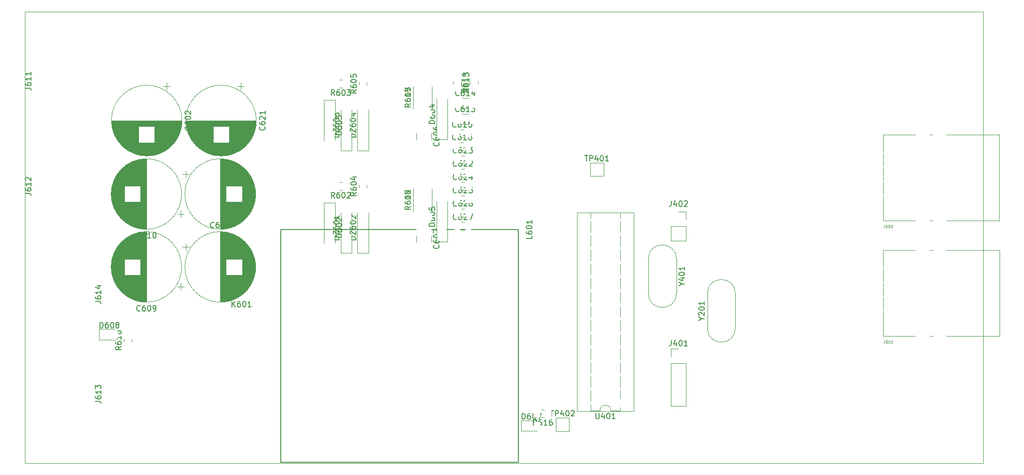
<source format=gbr>
%TF.GenerationSoftware,KiCad,Pcbnew,5.1.9+dfsg1-1+deb11u1*%
%TF.CreationDate,2023-01-06T13:25:03+00:00*%
%TF.ProjectId,MCB19,4d434231-392e-46b6-9963-61645f706362,rev?*%
%TF.SameCoordinates,Original*%
%TF.FileFunction,Legend,Top*%
%TF.FilePolarity,Positive*%
%FSLAX45Y45*%
G04 Gerber Fmt 4.5, Leading zero omitted, Abs format (unit mm)*
G04 Created by KiCad (PCBNEW 5.1.9+dfsg1-1+deb11u1) date 2023-01-06 13:25:03*
%MOMM*%
%LPD*%
G01*
G04 APERTURE LIST*
%TA.AperFunction,Profile*%
%ADD10C,0.100000*%
%TD*%
%ADD11C,0.120000*%
%ADD12C,0.150000*%
%ADD13C,0.100000*%
%ADD14C,3.000000*%
%ADD15C,2.500000*%
%ADD16R,2.000000X2.000000*%
%ADD17C,5.000000*%
%ADD18C,2.400000*%
%ADD19R,2.400000X2.400000*%
%ADD20O,4.500000X2.500000*%
%ADD21R,4.500000X2.500000*%
%ADD22O,3.600000X3.600000*%
%ADD23C,0.900000*%
%ADD24C,10.599999*%
%ADD25R,1.700000X3.300000*%
%ADD26C,10.600000*%
%ADD27R,1.700000X1.700000*%
%ADD28O,1.700000X1.700000*%
%ADD29R,2.500000X1.600000*%
%ADD30O,2.500000X1.600000*%
%ADD31C,3.650000*%
G04 APERTURE END LIST*
D10*
X22285000Y-5050000D02*
X5000000Y-5050000D01*
X22285000Y-13200000D02*
X22285000Y-5050000D01*
X5000000Y-13200000D02*
X22285000Y-13200000D01*
X5000000Y-5050000D02*
X5000000Y-13200000D01*
D11*
X14580000Y-12620000D02*
X14580000Y-12380000D01*
X14820000Y-12620000D02*
X14580000Y-12620000D01*
X14820000Y-12380000D02*
X14820000Y-12620000D01*
X14580000Y-12380000D02*
X14820000Y-12380000D01*
X15200000Y-8020000D02*
X15200000Y-7780000D01*
X15440000Y-8020000D02*
X15200000Y-8020000D01*
X15440000Y-7780000D02*
X15440000Y-8020000D01*
X15200000Y-7780000D02*
X15440000Y-7780000D01*
D12*
X13900000Y-8980000D02*
X9620000Y-8980000D01*
X13900000Y-8980000D02*
X13900000Y-13180000D01*
X9620000Y-8980000D02*
X9620000Y-13180000D01*
X13900000Y-13180000D02*
X9620000Y-13180000D01*
D11*
X12873875Y-8991000D02*
X12926125Y-8991000D01*
X12873875Y-8849000D02*
X12926125Y-8849000D01*
X12873875Y-8751000D02*
X12926125Y-8751000D01*
X12873875Y-8609000D02*
X12926125Y-8609000D01*
X12873875Y-7791000D02*
X12926125Y-7791000D01*
X12873875Y-7649000D02*
X12926125Y-7649000D01*
X12873875Y-8031000D02*
X12926125Y-8031000D01*
X12873875Y-7889000D02*
X12926125Y-7889000D01*
X6931000Y-11006125D02*
X6931000Y-10953875D01*
X6789000Y-11006125D02*
X6789000Y-10953875D01*
X12004000Y-8655206D02*
X12004000Y-8244794D01*
X12346000Y-8655206D02*
X12346000Y-8244794D01*
X14368625Y-12229000D02*
X14316375Y-12229000D01*
X14368625Y-12371000D02*
X14316375Y-12371000D01*
X12346000Y-6805206D02*
X12346000Y-6394794D01*
X12004000Y-6805206D02*
X12004000Y-6394794D01*
X6341500Y-10971000D02*
X6627500Y-10971000D01*
X6341500Y-10779000D02*
X6341500Y-10971000D01*
X6627500Y-10779000D02*
X6341500Y-10779000D01*
X13954000Y-12616000D02*
X14240000Y-12616000D01*
X13954000Y-12424000D02*
X13954000Y-12616000D01*
X14240000Y-12424000D02*
X13954000Y-12424000D01*
X12873875Y-8511000D02*
X12926125Y-8511000D01*
X12873875Y-8369000D02*
X12926125Y-8369000D01*
X12873875Y-8271000D02*
X12926125Y-8271000D01*
X12873875Y-8129000D02*
X12926125Y-8129000D01*
X7906000Y-9235000D02*
X7906000Y-9360000D01*
X7843500Y-9297500D02*
X7968500Y-9297500D01*
X9161308Y-9623300D02*
X9161308Y-9686700D01*
X9157308Y-9579300D02*
X9157308Y-9730700D01*
X9153308Y-9552200D02*
X9153308Y-9757800D01*
X9149308Y-9530900D02*
X9149308Y-9779100D01*
X9145308Y-9512800D02*
X9145308Y-9797200D01*
X9141308Y-9496700D02*
X9141308Y-9813300D01*
X9137308Y-9482200D02*
X9137308Y-9827800D01*
X9133308Y-9468900D02*
X9133308Y-9841100D01*
X9129308Y-9456600D02*
X9129308Y-9853400D01*
X9125308Y-9445000D02*
X9125308Y-9865000D01*
X9121308Y-9434100D02*
X9121308Y-9875900D01*
X9117308Y-9423800D02*
X9117308Y-9886200D01*
X9113308Y-9414000D02*
X9113308Y-9896000D01*
X9109308Y-9404600D02*
X9109308Y-9905400D01*
X9105308Y-9395600D02*
X9105308Y-9914400D01*
X9101308Y-9386900D02*
X9101308Y-9923100D01*
X9097308Y-9378600D02*
X9097308Y-9931400D01*
X9093308Y-9370600D02*
X9093308Y-9939400D01*
X9089308Y-9362900D02*
X9089308Y-9947100D01*
X9085308Y-9355400D02*
X9085308Y-9954600D01*
X9081308Y-9348100D02*
X9081308Y-9961900D01*
X9077308Y-9341000D02*
X9077308Y-9969000D01*
X9073308Y-9334200D02*
X9073308Y-9975800D01*
X9069308Y-9327500D02*
X9069308Y-9982500D01*
X9065308Y-9321100D02*
X9065308Y-9988900D01*
X9061308Y-9314800D02*
X9061308Y-9995200D01*
X9057308Y-9308600D02*
X9057308Y-10001400D01*
X9053308Y-9302600D02*
X9053308Y-10007400D01*
X9049308Y-9296700D02*
X9049308Y-10013300D01*
X9045308Y-9291000D02*
X9045308Y-10019000D01*
X9041308Y-9285400D02*
X9041308Y-10024600D01*
X9037308Y-9280000D02*
X9037308Y-10030000D01*
X9033308Y-9274600D02*
X9033308Y-10035400D01*
X9029308Y-9269400D02*
X9029308Y-10040600D01*
X9025308Y-9264300D02*
X9025308Y-10045700D01*
X9021308Y-9259300D02*
X9021308Y-10050700D01*
X9017308Y-9254300D02*
X9017308Y-10055700D01*
X9013308Y-9249500D02*
X9013308Y-10060500D01*
X9009308Y-9244800D02*
X9009308Y-10065200D01*
X9005308Y-9240200D02*
X9005308Y-10069800D01*
X9001308Y-9235600D02*
X9001308Y-10074400D01*
X8997308Y-9231200D02*
X8997308Y-10078800D01*
X8993308Y-9226800D02*
X8993308Y-10083200D01*
X8989308Y-9222500D02*
X8989308Y-10087500D01*
X8985308Y-9218300D02*
X8985308Y-10091700D01*
X8981308Y-9214200D02*
X8981308Y-10095800D01*
X8977308Y-9210100D02*
X8977308Y-10099900D01*
X8973308Y-9206100D02*
X8973308Y-10103900D01*
X8969308Y-9202200D02*
X8969308Y-10107800D01*
X8965308Y-9198300D02*
X8965308Y-10111700D01*
X8961308Y-9194500D02*
X8961308Y-10115500D01*
X8957308Y-9190800D02*
X8957308Y-10119200D01*
X8953308Y-9187200D02*
X8953308Y-10122800D01*
X8949308Y-9183600D02*
X8949308Y-10126400D01*
X8945308Y-9180000D02*
X8945308Y-10130000D01*
X8941308Y-9176500D02*
X8941308Y-10133500D01*
X8937308Y-9173100D02*
X8937308Y-10136900D01*
X8933308Y-9169800D02*
X8933308Y-10140200D01*
X8929308Y-9166500D02*
X8929308Y-10143500D01*
X8925308Y-9163200D02*
X8925308Y-10146800D01*
X8921308Y-9160000D02*
X8921308Y-10150000D01*
X8917308Y-9799000D02*
X8917308Y-10153200D01*
X8917308Y-9156800D02*
X8917308Y-9511000D01*
X8913308Y-9799000D02*
X8913308Y-10156200D01*
X8913308Y-9153800D02*
X8913308Y-9511000D01*
X8909308Y-9799000D02*
X8909308Y-10159300D01*
X8909308Y-9150700D02*
X8909308Y-9511000D01*
X8905308Y-9799000D02*
X8905308Y-10162300D01*
X8905308Y-9147700D02*
X8905308Y-9511000D01*
X8901308Y-9799000D02*
X8901308Y-10165200D01*
X8901308Y-9144800D02*
X8901308Y-9511000D01*
X8897308Y-9799000D02*
X8897308Y-10168100D01*
X8897308Y-9141900D02*
X8897308Y-9511000D01*
X8893308Y-9799000D02*
X8893308Y-10171000D01*
X8893308Y-9139000D02*
X8893308Y-9511000D01*
X8889308Y-9799000D02*
X8889308Y-10173800D01*
X8889308Y-9136200D02*
X8889308Y-9511000D01*
X8885308Y-9799000D02*
X8885308Y-10176600D01*
X8885308Y-9133400D02*
X8885308Y-9511000D01*
X8881308Y-9799000D02*
X8881308Y-10179300D01*
X8881308Y-9130700D02*
X8881308Y-9511000D01*
X8877308Y-9799000D02*
X8877308Y-10182000D01*
X8877308Y-9128000D02*
X8877308Y-9511000D01*
X8873308Y-9799000D02*
X8873308Y-10184600D01*
X8873308Y-9125400D02*
X8873308Y-9511000D01*
X8869308Y-9799000D02*
X8869308Y-10187200D01*
X8869308Y-9122800D02*
X8869308Y-9511000D01*
X8865308Y-9799000D02*
X8865308Y-10189700D01*
X8865308Y-9120300D02*
X8865308Y-9511000D01*
X8861308Y-9799000D02*
X8861308Y-10192200D01*
X8861308Y-9117800D02*
X8861308Y-9511000D01*
X8857308Y-9799000D02*
X8857308Y-10194700D01*
X8857308Y-9115300D02*
X8857308Y-9511000D01*
X8853308Y-9799000D02*
X8853308Y-10197100D01*
X8853308Y-9112900D02*
X8853308Y-9511000D01*
X8849308Y-9799000D02*
X8849308Y-10199500D01*
X8849308Y-9110500D02*
X8849308Y-9511000D01*
X8845308Y-9799000D02*
X8845308Y-10201800D01*
X8845308Y-9108200D02*
X8845308Y-9511000D01*
X8841308Y-9799000D02*
X8841308Y-10204100D01*
X8841308Y-9105900D02*
X8841308Y-9511000D01*
X8837308Y-9799000D02*
X8837308Y-10206400D01*
X8837308Y-9103600D02*
X8837308Y-9511000D01*
X8833308Y-9799000D02*
X8833308Y-10208600D01*
X8833308Y-9101400D02*
X8833308Y-9511000D01*
X8829308Y-9799000D02*
X8829308Y-10210800D01*
X8829308Y-9099200D02*
X8829308Y-9511000D01*
X8825308Y-9799000D02*
X8825308Y-10213000D01*
X8825308Y-9097000D02*
X8825308Y-9511000D01*
X8821308Y-9799000D02*
X8821308Y-10215100D01*
X8821308Y-9094900D02*
X8821308Y-9511000D01*
X8817308Y-9799000D02*
X8817308Y-10217200D01*
X8817308Y-9092800D02*
X8817308Y-9511000D01*
X8813308Y-9799000D02*
X8813308Y-10219200D01*
X8813308Y-9090800D02*
X8813308Y-9511000D01*
X8809308Y-9799000D02*
X8809308Y-10221200D01*
X8809308Y-9088800D02*
X8809308Y-9511000D01*
X8805308Y-9799000D02*
X8805308Y-10223200D01*
X8805308Y-9086800D02*
X8805308Y-9511000D01*
X8801308Y-9799000D02*
X8801308Y-10225200D01*
X8801308Y-9084800D02*
X8801308Y-9511000D01*
X8797308Y-9799000D02*
X8797308Y-10227100D01*
X8797308Y-9082900D02*
X8797308Y-9511000D01*
X8793308Y-9799000D02*
X8793308Y-10228900D01*
X8793308Y-9081100D02*
X8793308Y-9511000D01*
X8789308Y-9799000D02*
X8789308Y-10230800D01*
X8789308Y-9079200D02*
X8789308Y-9511000D01*
X8785308Y-9799000D02*
X8785308Y-10232600D01*
X8785308Y-9077400D02*
X8785308Y-9511000D01*
X8781308Y-9799000D02*
X8781308Y-10234300D01*
X8781308Y-9075700D02*
X8781308Y-9511000D01*
X8777308Y-9799000D02*
X8777308Y-10236100D01*
X8777308Y-9073900D02*
X8777308Y-9511000D01*
X8773308Y-9799000D02*
X8773308Y-10237800D01*
X8773308Y-9072200D02*
X8773308Y-9511000D01*
X8769308Y-9799000D02*
X8769308Y-10239500D01*
X8769308Y-9070500D02*
X8769308Y-9511000D01*
X8765308Y-9799000D02*
X8765308Y-10241100D01*
X8765308Y-9068900D02*
X8765308Y-9511000D01*
X8761308Y-9799000D02*
X8761308Y-10242700D01*
X8761308Y-9067300D02*
X8761308Y-9511000D01*
X8757308Y-9799000D02*
X8757308Y-10244300D01*
X8757308Y-9065700D02*
X8757308Y-9511000D01*
X8753308Y-9799000D02*
X8753308Y-10245800D01*
X8753308Y-9064200D02*
X8753308Y-9511000D01*
X8749308Y-9799000D02*
X8749308Y-10247400D01*
X8749308Y-9062600D02*
X8749308Y-9511000D01*
X8745308Y-9799000D02*
X8745308Y-10248900D01*
X8745308Y-9061100D02*
X8745308Y-9511000D01*
X8741308Y-9799000D02*
X8741308Y-10250300D01*
X8741308Y-9059700D02*
X8741308Y-9511000D01*
X8737308Y-9799000D02*
X8737308Y-10251700D01*
X8737308Y-9058300D02*
X8737308Y-9511000D01*
X8733308Y-9799000D02*
X8733308Y-10253100D01*
X8733308Y-9056900D02*
X8733308Y-9511000D01*
X8729308Y-9799000D02*
X8729308Y-10254500D01*
X8729308Y-9055500D02*
X8729308Y-9511000D01*
X8725308Y-9799000D02*
X8725308Y-10255800D01*
X8725308Y-9054200D02*
X8725308Y-9511000D01*
X8721308Y-9799000D02*
X8721308Y-10257100D01*
X8721308Y-9052900D02*
X8721308Y-9511000D01*
X8717308Y-9799000D02*
X8717308Y-10258400D01*
X8717308Y-9051600D02*
X8717308Y-9511000D01*
X8713308Y-9799000D02*
X8713308Y-10259700D01*
X8713308Y-9050300D02*
X8713308Y-9511000D01*
X8709308Y-9799000D02*
X8709308Y-10260900D01*
X8709308Y-9049100D02*
X8709308Y-9511000D01*
X8705308Y-9799000D02*
X8705308Y-10262100D01*
X8705308Y-9047900D02*
X8705308Y-9511000D01*
X8701308Y-9799000D02*
X8701308Y-10263300D01*
X8701308Y-9046700D02*
X8701308Y-9511000D01*
X8697308Y-9799000D02*
X8697308Y-10264400D01*
X8697308Y-9045600D02*
X8697308Y-9511000D01*
X8693308Y-9799000D02*
X8693308Y-10265500D01*
X8693308Y-9044500D02*
X8693308Y-9511000D01*
X8689308Y-9799000D02*
X8689308Y-10266600D01*
X8689308Y-9043400D02*
X8689308Y-9511000D01*
X8685308Y-9799000D02*
X8685308Y-10267600D01*
X8685308Y-9042400D02*
X8685308Y-9511000D01*
X8681308Y-9799000D02*
X8681308Y-10268700D01*
X8681308Y-9041300D02*
X8681308Y-9511000D01*
X8677308Y-9799000D02*
X8677308Y-10269600D01*
X8677308Y-9040400D02*
X8677308Y-9511000D01*
X8673308Y-9799000D02*
X8673308Y-10270600D01*
X8673308Y-9039400D02*
X8673308Y-9511000D01*
X8669308Y-9799000D02*
X8669308Y-10271600D01*
X8669308Y-9038400D02*
X8669308Y-9511000D01*
X8665308Y-9799000D02*
X8665308Y-10272500D01*
X8665308Y-9037500D02*
X8665308Y-9511000D01*
X8661308Y-9799000D02*
X8661308Y-10273400D01*
X8661308Y-9036600D02*
X8661308Y-9511000D01*
X8657308Y-9799000D02*
X8657308Y-10274200D01*
X8657308Y-9035800D02*
X8657308Y-9511000D01*
X8653308Y-9799000D02*
X8653308Y-10275100D01*
X8653308Y-9034900D02*
X8653308Y-9511000D01*
X8649308Y-9799000D02*
X8649308Y-10275900D01*
X8649308Y-9034100D02*
X8649308Y-9511000D01*
X8645308Y-9799000D02*
X8645308Y-10276600D01*
X8645308Y-9033400D02*
X8645308Y-9511000D01*
X8641308Y-9799000D02*
X8641308Y-10277400D01*
X8641308Y-9032600D02*
X8641308Y-9511000D01*
X8637308Y-9799000D02*
X8637308Y-10278100D01*
X8637308Y-9031900D02*
X8637308Y-9511000D01*
X8633308Y-9799000D02*
X8633308Y-10278800D01*
X8633308Y-9031200D02*
X8633308Y-9511000D01*
X8629308Y-9030500D02*
X8629308Y-10279500D01*
X8625308Y-9029800D02*
X8625308Y-10280200D01*
X8621308Y-9029200D02*
X8621308Y-10280800D01*
X8617308Y-9028600D02*
X8617308Y-10281400D01*
X8613308Y-9028100D02*
X8613308Y-10281900D01*
X8609308Y-9027500D02*
X8609308Y-10282500D01*
X8605308Y-9027000D02*
X8605308Y-10283000D01*
X8601308Y-9026500D02*
X8601308Y-10283500D01*
X8597308Y-9026000D02*
X8597308Y-10284000D01*
X8593208Y-9025600D02*
X8593208Y-10284400D01*
X8589208Y-9025200D02*
X8589208Y-10284800D01*
X8585208Y-9024800D02*
X8585208Y-10285200D01*
X8581208Y-9024400D02*
X8581208Y-10285600D01*
X8577208Y-9024100D02*
X8577208Y-10285900D01*
X8573208Y-9023800D02*
X8573208Y-10286200D01*
X8569208Y-9023500D02*
X8569208Y-10286500D01*
X8565208Y-9023200D02*
X8565208Y-10286800D01*
X8561208Y-9023000D02*
X8561208Y-10287000D01*
X8557208Y-9022800D02*
X8557208Y-10287200D01*
X8553208Y-9022600D02*
X8553208Y-10287400D01*
X8549208Y-9022400D02*
X8549208Y-10287600D01*
X8545208Y-9022300D02*
X8545208Y-10287700D01*
X8541208Y-9022200D02*
X8541208Y-10287800D01*
X8537208Y-9022100D02*
X8537208Y-10287900D01*
X8533208Y-9022000D02*
X8533208Y-10288000D01*
X8529208Y-9022000D02*
X8529208Y-10288000D01*
X8525208Y-9022000D02*
X8525208Y-10288000D01*
X9162208Y-9655000D02*
G75*
G03*
X9162208Y-9655000I-637000J0D01*
G01*
X8960000Y-6395792D02*
X8835000Y-6395792D01*
X8897500Y-6333292D02*
X8897500Y-6458292D01*
X8571700Y-7651100D02*
X8508300Y-7651100D01*
X8615700Y-7647100D02*
X8464300Y-7647100D01*
X8642800Y-7643100D02*
X8437200Y-7643100D01*
X8664100Y-7639100D02*
X8415900Y-7639100D01*
X8682200Y-7635100D02*
X8397800Y-7635100D01*
X8698300Y-7631100D02*
X8381700Y-7631100D01*
X8712800Y-7627100D02*
X8367200Y-7627100D01*
X8726100Y-7623100D02*
X8353900Y-7623100D01*
X8738400Y-7619100D02*
X8341600Y-7619100D01*
X8750000Y-7615100D02*
X8330000Y-7615100D01*
X8760900Y-7611100D02*
X8319100Y-7611100D01*
X8771200Y-7607100D02*
X8308800Y-7607100D01*
X8781000Y-7603100D02*
X8299000Y-7603100D01*
X8790400Y-7599100D02*
X8289600Y-7599100D01*
X8799400Y-7595100D02*
X8280600Y-7595100D01*
X8808100Y-7591100D02*
X8271900Y-7591100D01*
X8816400Y-7587100D02*
X8263600Y-7587100D01*
X8824400Y-7583100D02*
X8255600Y-7583100D01*
X8832100Y-7579100D02*
X8247900Y-7579100D01*
X8839600Y-7575100D02*
X8240400Y-7575100D01*
X8846900Y-7571100D02*
X8233100Y-7571100D01*
X8854000Y-7567100D02*
X8226000Y-7567100D01*
X8860800Y-7563100D02*
X8219200Y-7563100D01*
X8867500Y-7559100D02*
X8212500Y-7559100D01*
X8873900Y-7555100D02*
X8206100Y-7555100D01*
X8880200Y-7551100D02*
X8199800Y-7551100D01*
X8886400Y-7547100D02*
X8193600Y-7547100D01*
X8892400Y-7543100D02*
X8187600Y-7543100D01*
X8898300Y-7539100D02*
X8181700Y-7539100D01*
X8904000Y-7535100D02*
X8176000Y-7535100D01*
X8909600Y-7531100D02*
X8170400Y-7531100D01*
X8915000Y-7527100D02*
X8165000Y-7527100D01*
X8920400Y-7523100D02*
X8159600Y-7523100D01*
X8925600Y-7519100D02*
X8154400Y-7519100D01*
X8930700Y-7515100D02*
X8149300Y-7515100D01*
X8935700Y-7511100D02*
X8144300Y-7511100D01*
X8940700Y-7507100D02*
X8139300Y-7507100D01*
X8945500Y-7503100D02*
X8134500Y-7503100D01*
X8950200Y-7499100D02*
X8129800Y-7499100D01*
X8954800Y-7495100D02*
X8125200Y-7495100D01*
X8959400Y-7491100D02*
X8120600Y-7491100D01*
X8963800Y-7487100D02*
X8116200Y-7487100D01*
X8968200Y-7483100D02*
X8111800Y-7483100D01*
X8972500Y-7479100D02*
X8107500Y-7479100D01*
X8976700Y-7475100D02*
X8103300Y-7475100D01*
X8980800Y-7471100D02*
X8099200Y-7471100D01*
X8984900Y-7467100D02*
X8095100Y-7467100D01*
X8988900Y-7463100D02*
X8091100Y-7463100D01*
X8992800Y-7459100D02*
X8087200Y-7459100D01*
X8996700Y-7455100D02*
X8083300Y-7455100D01*
X9000500Y-7451100D02*
X8079500Y-7451100D01*
X9004200Y-7447100D02*
X8075800Y-7447100D01*
X9007800Y-7443100D02*
X8072200Y-7443100D01*
X9011400Y-7439100D02*
X8068600Y-7439100D01*
X9015000Y-7435100D02*
X8065000Y-7435100D01*
X9018500Y-7431100D02*
X8061500Y-7431100D01*
X9021900Y-7427100D02*
X8058100Y-7427100D01*
X9025200Y-7423100D02*
X8054800Y-7423100D01*
X9028500Y-7419100D02*
X8051500Y-7419100D01*
X9031800Y-7415100D02*
X8048200Y-7415100D01*
X9035000Y-7411100D02*
X8045000Y-7411100D01*
X8396000Y-7407100D02*
X8041800Y-7407100D01*
X9038200Y-7407100D02*
X8684000Y-7407100D01*
X8396000Y-7403100D02*
X8038800Y-7403100D01*
X9041200Y-7403100D02*
X8684000Y-7403100D01*
X8396000Y-7399100D02*
X8035700Y-7399100D01*
X9044300Y-7399100D02*
X8684000Y-7399100D01*
X8396000Y-7395100D02*
X8032700Y-7395100D01*
X9047300Y-7395100D02*
X8684000Y-7395100D01*
X8396000Y-7391100D02*
X8029800Y-7391100D01*
X9050200Y-7391100D02*
X8684000Y-7391100D01*
X8396000Y-7387100D02*
X8026900Y-7387100D01*
X9053100Y-7387100D02*
X8684000Y-7387100D01*
X8396000Y-7383100D02*
X8024000Y-7383100D01*
X9056000Y-7383100D02*
X8684000Y-7383100D01*
X8396000Y-7379100D02*
X8021200Y-7379100D01*
X9058800Y-7379100D02*
X8684000Y-7379100D01*
X8396000Y-7375100D02*
X8018400Y-7375100D01*
X9061600Y-7375100D02*
X8684000Y-7375100D01*
X8396000Y-7371100D02*
X8015700Y-7371100D01*
X9064300Y-7371100D02*
X8684000Y-7371100D01*
X8396000Y-7367100D02*
X8013000Y-7367100D01*
X9067000Y-7367100D02*
X8684000Y-7367100D01*
X8396000Y-7363100D02*
X8010400Y-7363100D01*
X9069600Y-7363100D02*
X8684000Y-7363100D01*
X8396000Y-7359100D02*
X8007800Y-7359100D01*
X9072200Y-7359100D02*
X8684000Y-7359100D01*
X8396000Y-7355100D02*
X8005300Y-7355100D01*
X9074700Y-7355100D02*
X8684000Y-7355100D01*
X8396000Y-7351100D02*
X8002800Y-7351100D01*
X9077200Y-7351100D02*
X8684000Y-7351100D01*
X8396000Y-7347100D02*
X8000300Y-7347100D01*
X9079700Y-7347100D02*
X8684000Y-7347100D01*
X8396000Y-7343100D02*
X7997900Y-7343100D01*
X9082100Y-7343100D02*
X8684000Y-7343100D01*
X8396000Y-7339100D02*
X7995500Y-7339100D01*
X9084500Y-7339100D02*
X8684000Y-7339100D01*
X8396000Y-7335100D02*
X7993200Y-7335100D01*
X9086800Y-7335100D02*
X8684000Y-7335100D01*
X8396000Y-7331100D02*
X7990900Y-7331100D01*
X9089100Y-7331100D02*
X8684000Y-7331100D01*
X8396000Y-7327100D02*
X7988600Y-7327100D01*
X9091400Y-7327100D02*
X8684000Y-7327100D01*
X8396000Y-7323100D02*
X7986400Y-7323100D01*
X9093600Y-7323100D02*
X8684000Y-7323100D01*
X8396000Y-7319100D02*
X7984200Y-7319100D01*
X9095800Y-7319100D02*
X8684000Y-7319100D01*
X8396000Y-7315100D02*
X7982000Y-7315100D01*
X9098000Y-7315100D02*
X8684000Y-7315100D01*
X8396000Y-7311100D02*
X7979900Y-7311100D01*
X9100100Y-7311100D02*
X8684000Y-7311100D01*
X8396000Y-7307100D02*
X7977800Y-7307100D01*
X9102200Y-7307100D02*
X8684000Y-7307100D01*
X8396000Y-7303100D02*
X7975800Y-7303100D01*
X9104200Y-7303100D02*
X8684000Y-7303100D01*
X8396000Y-7299100D02*
X7973800Y-7299100D01*
X9106200Y-7299100D02*
X8684000Y-7299100D01*
X8396000Y-7295100D02*
X7971800Y-7295100D01*
X9108200Y-7295100D02*
X8684000Y-7295100D01*
X8396000Y-7291100D02*
X7969800Y-7291100D01*
X9110200Y-7291100D02*
X8684000Y-7291100D01*
X8396000Y-7287100D02*
X7967900Y-7287100D01*
X9112100Y-7287100D02*
X8684000Y-7287100D01*
X8396000Y-7283100D02*
X7966100Y-7283100D01*
X9113900Y-7283100D02*
X8684000Y-7283100D01*
X8396000Y-7279100D02*
X7964200Y-7279100D01*
X9115800Y-7279100D02*
X8684000Y-7279100D01*
X8396000Y-7275100D02*
X7962400Y-7275100D01*
X9117600Y-7275100D02*
X8684000Y-7275100D01*
X8396000Y-7271100D02*
X7960700Y-7271100D01*
X9119300Y-7271100D02*
X8684000Y-7271100D01*
X8396000Y-7267100D02*
X7958900Y-7267100D01*
X9121100Y-7267100D02*
X8684000Y-7267100D01*
X8396000Y-7263100D02*
X7957200Y-7263100D01*
X9122800Y-7263100D02*
X8684000Y-7263100D01*
X8396000Y-7259100D02*
X7955500Y-7259100D01*
X9124500Y-7259100D02*
X8684000Y-7259100D01*
X8396000Y-7255100D02*
X7953900Y-7255100D01*
X9126100Y-7255100D02*
X8684000Y-7255100D01*
X8396000Y-7251100D02*
X7952300Y-7251100D01*
X9127700Y-7251100D02*
X8684000Y-7251100D01*
X8396000Y-7247100D02*
X7950700Y-7247100D01*
X9129300Y-7247100D02*
X8684000Y-7247100D01*
X8396000Y-7243100D02*
X7949200Y-7243100D01*
X9130800Y-7243100D02*
X8684000Y-7243100D01*
X8396000Y-7239100D02*
X7947600Y-7239100D01*
X9132400Y-7239100D02*
X8684000Y-7239100D01*
X8396000Y-7235100D02*
X7946100Y-7235100D01*
X9133900Y-7235100D02*
X8684000Y-7235100D01*
X8396000Y-7231100D02*
X7944700Y-7231100D01*
X9135300Y-7231100D02*
X8684000Y-7231100D01*
X8396000Y-7227100D02*
X7943300Y-7227100D01*
X9136700Y-7227100D02*
X8684000Y-7227100D01*
X8396000Y-7223100D02*
X7941900Y-7223100D01*
X9138100Y-7223100D02*
X8684000Y-7223100D01*
X8396000Y-7219100D02*
X7940500Y-7219100D01*
X9139500Y-7219100D02*
X8684000Y-7219100D01*
X8396000Y-7215100D02*
X7939200Y-7215100D01*
X9140800Y-7215100D02*
X8684000Y-7215100D01*
X8396000Y-7211100D02*
X7937900Y-7211100D01*
X9142100Y-7211100D02*
X8684000Y-7211100D01*
X8396000Y-7207100D02*
X7936600Y-7207100D01*
X9143400Y-7207100D02*
X8684000Y-7207100D01*
X8396000Y-7203100D02*
X7935300Y-7203100D01*
X9144700Y-7203100D02*
X8684000Y-7203100D01*
X8396000Y-7199100D02*
X7934100Y-7199100D01*
X9145900Y-7199100D02*
X8684000Y-7199100D01*
X8396000Y-7195100D02*
X7932900Y-7195100D01*
X9147100Y-7195100D02*
X8684000Y-7195100D01*
X8396000Y-7191100D02*
X7931700Y-7191100D01*
X9148300Y-7191100D02*
X8684000Y-7191100D01*
X8396000Y-7187100D02*
X7930600Y-7187100D01*
X9149400Y-7187100D02*
X8684000Y-7187100D01*
X8396000Y-7183100D02*
X7929500Y-7183100D01*
X9150500Y-7183100D02*
X8684000Y-7183100D01*
X8396000Y-7179100D02*
X7928400Y-7179100D01*
X9151600Y-7179100D02*
X8684000Y-7179100D01*
X8396000Y-7175100D02*
X7927400Y-7175100D01*
X9152600Y-7175100D02*
X8684000Y-7175100D01*
X8396000Y-7171100D02*
X7926300Y-7171100D01*
X9153700Y-7171100D02*
X8684000Y-7171100D01*
X8396000Y-7167100D02*
X7925400Y-7167100D01*
X9154600Y-7167100D02*
X8684000Y-7167100D01*
X8396000Y-7163100D02*
X7924400Y-7163100D01*
X9155600Y-7163100D02*
X8684000Y-7163100D01*
X8396000Y-7159100D02*
X7923400Y-7159100D01*
X9156600Y-7159100D02*
X8684000Y-7159100D01*
X8396000Y-7155100D02*
X7922500Y-7155100D01*
X9157500Y-7155100D02*
X8684000Y-7155100D01*
X8396000Y-7151100D02*
X7921600Y-7151100D01*
X9158400Y-7151100D02*
X8684000Y-7151100D01*
X8396000Y-7147100D02*
X7920800Y-7147100D01*
X9159200Y-7147100D02*
X8684000Y-7147100D01*
X8396000Y-7143100D02*
X7919900Y-7143100D01*
X9160100Y-7143100D02*
X8684000Y-7143100D01*
X8396000Y-7139100D02*
X7919100Y-7139100D01*
X9160900Y-7139100D02*
X8684000Y-7139100D01*
X8396000Y-7135100D02*
X7918400Y-7135100D01*
X9161600Y-7135100D02*
X8684000Y-7135100D01*
X8396000Y-7131100D02*
X7917600Y-7131100D01*
X9162400Y-7131100D02*
X8684000Y-7131100D01*
X8396000Y-7127100D02*
X7916900Y-7127100D01*
X9163100Y-7127100D02*
X8684000Y-7127100D01*
X8396000Y-7123100D02*
X7916200Y-7123100D01*
X9163800Y-7123100D02*
X8684000Y-7123100D01*
X9164500Y-7119100D02*
X7915500Y-7119100D01*
X9165200Y-7115100D02*
X7914800Y-7115100D01*
X9165800Y-7111100D02*
X7914200Y-7111100D01*
X9166400Y-7107100D02*
X7913600Y-7107100D01*
X9166900Y-7103100D02*
X7913100Y-7103100D01*
X9167500Y-7099100D02*
X7912500Y-7099100D01*
X9168000Y-7095100D02*
X7912000Y-7095100D01*
X9168500Y-7091100D02*
X7911500Y-7091100D01*
X9169000Y-7087100D02*
X7911000Y-7087100D01*
X9169400Y-7083000D02*
X7910600Y-7083000D01*
X9169800Y-7079000D02*
X7910200Y-7079000D01*
X9170200Y-7075000D02*
X7909800Y-7075000D01*
X9170600Y-7071000D02*
X7909400Y-7071000D01*
X9170900Y-7067000D02*
X7909100Y-7067000D01*
X9171200Y-7063000D02*
X7908800Y-7063000D01*
X9171500Y-7059000D02*
X7908500Y-7059000D01*
X9171800Y-7055000D02*
X7908200Y-7055000D01*
X9172000Y-7051000D02*
X7908000Y-7051000D01*
X9172200Y-7047000D02*
X7907800Y-7047000D01*
X9172400Y-7043000D02*
X7907600Y-7043000D01*
X9172600Y-7039000D02*
X7907400Y-7039000D01*
X9172700Y-7035000D02*
X7907300Y-7035000D01*
X9172800Y-7031000D02*
X7907200Y-7031000D01*
X9172900Y-7027000D02*
X7907100Y-7027000D01*
X9173000Y-7023000D02*
X7907000Y-7023000D01*
X9173000Y-7019000D02*
X7907000Y-7019000D01*
X9173000Y-7015000D02*
X7907000Y-7015000D01*
X9177000Y-7015000D02*
G75*
G03*
X9177000Y-7015000I-637000J0D01*
G01*
X7620000Y-6395792D02*
X7495000Y-6395792D01*
X7557500Y-6333292D02*
X7557500Y-6458292D01*
X7231700Y-7651100D02*
X7168300Y-7651100D01*
X7275700Y-7647100D02*
X7124300Y-7647100D01*
X7302800Y-7643100D02*
X7097200Y-7643100D01*
X7324100Y-7639100D02*
X7075900Y-7639100D01*
X7342200Y-7635100D02*
X7057800Y-7635100D01*
X7358300Y-7631100D02*
X7041700Y-7631100D01*
X7372800Y-7627100D02*
X7027200Y-7627100D01*
X7386100Y-7623100D02*
X7013900Y-7623100D01*
X7398400Y-7619100D02*
X7001600Y-7619100D01*
X7410000Y-7615100D02*
X6990000Y-7615100D01*
X7420900Y-7611100D02*
X6979100Y-7611100D01*
X7431200Y-7607100D02*
X6968800Y-7607100D01*
X7441000Y-7603100D02*
X6959000Y-7603100D01*
X7450400Y-7599100D02*
X6949600Y-7599100D01*
X7459400Y-7595100D02*
X6940600Y-7595100D01*
X7468100Y-7591100D02*
X6931900Y-7591100D01*
X7476400Y-7587100D02*
X6923600Y-7587100D01*
X7484400Y-7583100D02*
X6915600Y-7583100D01*
X7492100Y-7579100D02*
X6907900Y-7579100D01*
X7499600Y-7575100D02*
X6900400Y-7575100D01*
X7506900Y-7571100D02*
X6893100Y-7571100D01*
X7514000Y-7567100D02*
X6886000Y-7567100D01*
X7520800Y-7563100D02*
X6879200Y-7563100D01*
X7527500Y-7559100D02*
X6872500Y-7559100D01*
X7533900Y-7555100D02*
X6866100Y-7555100D01*
X7540200Y-7551100D02*
X6859800Y-7551100D01*
X7546400Y-7547100D02*
X6853600Y-7547100D01*
X7552400Y-7543100D02*
X6847600Y-7543100D01*
X7558300Y-7539100D02*
X6841700Y-7539100D01*
X7564000Y-7535100D02*
X6836000Y-7535100D01*
X7569600Y-7531100D02*
X6830400Y-7531100D01*
X7575000Y-7527100D02*
X6825000Y-7527100D01*
X7580400Y-7523100D02*
X6819600Y-7523100D01*
X7585600Y-7519100D02*
X6814400Y-7519100D01*
X7590700Y-7515100D02*
X6809300Y-7515100D01*
X7595700Y-7511100D02*
X6804300Y-7511100D01*
X7600700Y-7507100D02*
X6799300Y-7507100D01*
X7605500Y-7503100D02*
X6794500Y-7503100D01*
X7610200Y-7499100D02*
X6789800Y-7499100D01*
X7614800Y-7495100D02*
X6785200Y-7495100D01*
X7619400Y-7491100D02*
X6780600Y-7491100D01*
X7623800Y-7487100D02*
X6776200Y-7487100D01*
X7628200Y-7483100D02*
X6771800Y-7483100D01*
X7632500Y-7479100D02*
X6767500Y-7479100D01*
X7636700Y-7475100D02*
X6763300Y-7475100D01*
X7640800Y-7471100D02*
X6759200Y-7471100D01*
X7644900Y-7467100D02*
X6755100Y-7467100D01*
X7648900Y-7463100D02*
X6751100Y-7463100D01*
X7652800Y-7459100D02*
X6747200Y-7459100D01*
X7656700Y-7455100D02*
X6743300Y-7455100D01*
X7660500Y-7451100D02*
X6739500Y-7451100D01*
X7664200Y-7447100D02*
X6735800Y-7447100D01*
X7667800Y-7443100D02*
X6732200Y-7443100D01*
X7671400Y-7439100D02*
X6728600Y-7439100D01*
X7675000Y-7435100D02*
X6725000Y-7435100D01*
X7678500Y-7431100D02*
X6721500Y-7431100D01*
X7681900Y-7427100D02*
X6718100Y-7427100D01*
X7685200Y-7423100D02*
X6714800Y-7423100D01*
X7688500Y-7419100D02*
X6711500Y-7419100D01*
X7691800Y-7415100D02*
X6708200Y-7415100D01*
X7695000Y-7411100D02*
X6705000Y-7411100D01*
X7056000Y-7407100D02*
X6701800Y-7407100D01*
X7698200Y-7407100D02*
X7344000Y-7407100D01*
X7056000Y-7403100D02*
X6698800Y-7403100D01*
X7701200Y-7403100D02*
X7344000Y-7403100D01*
X7056000Y-7399100D02*
X6695700Y-7399100D01*
X7704300Y-7399100D02*
X7344000Y-7399100D01*
X7056000Y-7395100D02*
X6692700Y-7395100D01*
X7707300Y-7395100D02*
X7344000Y-7395100D01*
X7056000Y-7391100D02*
X6689800Y-7391100D01*
X7710200Y-7391100D02*
X7344000Y-7391100D01*
X7056000Y-7387100D02*
X6686900Y-7387100D01*
X7713100Y-7387100D02*
X7344000Y-7387100D01*
X7056000Y-7383100D02*
X6684000Y-7383100D01*
X7716000Y-7383100D02*
X7344000Y-7383100D01*
X7056000Y-7379100D02*
X6681200Y-7379100D01*
X7718800Y-7379100D02*
X7344000Y-7379100D01*
X7056000Y-7375100D02*
X6678400Y-7375100D01*
X7721600Y-7375100D02*
X7344000Y-7375100D01*
X7056000Y-7371100D02*
X6675700Y-7371100D01*
X7724300Y-7371100D02*
X7344000Y-7371100D01*
X7056000Y-7367100D02*
X6673000Y-7367100D01*
X7727000Y-7367100D02*
X7344000Y-7367100D01*
X7056000Y-7363100D02*
X6670400Y-7363100D01*
X7729600Y-7363100D02*
X7344000Y-7363100D01*
X7056000Y-7359100D02*
X6667800Y-7359100D01*
X7732200Y-7359100D02*
X7344000Y-7359100D01*
X7056000Y-7355100D02*
X6665300Y-7355100D01*
X7734700Y-7355100D02*
X7344000Y-7355100D01*
X7056000Y-7351100D02*
X6662800Y-7351100D01*
X7737200Y-7351100D02*
X7344000Y-7351100D01*
X7056000Y-7347100D02*
X6660300Y-7347100D01*
X7739700Y-7347100D02*
X7344000Y-7347100D01*
X7056000Y-7343100D02*
X6657900Y-7343100D01*
X7742100Y-7343100D02*
X7344000Y-7343100D01*
X7056000Y-7339100D02*
X6655500Y-7339100D01*
X7744500Y-7339100D02*
X7344000Y-7339100D01*
X7056000Y-7335100D02*
X6653200Y-7335100D01*
X7746800Y-7335100D02*
X7344000Y-7335100D01*
X7056000Y-7331100D02*
X6650900Y-7331100D01*
X7749100Y-7331100D02*
X7344000Y-7331100D01*
X7056000Y-7327100D02*
X6648600Y-7327100D01*
X7751400Y-7327100D02*
X7344000Y-7327100D01*
X7056000Y-7323100D02*
X6646400Y-7323100D01*
X7753600Y-7323100D02*
X7344000Y-7323100D01*
X7056000Y-7319100D02*
X6644200Y-7319100D01*
X7755800Y-7319100D02*
X7344000Y-7319100D01*
X7056000Y-7315100D02*
X6642000Y-7315100D01*
X7758000Y-7315100D02*
X7344000Y-7315100D01*
X7056000Y-7311100D02*
X6639900Y-7311100D01*
X7760100Y-7311100D02*
X7344000Y-7311100D01*
X7056000Y-7307100D02*
X6637800Y-7307100D01*
X7762200Y-7307100D02*
X7344000Y-7307100D01*
X7056000Y-7303100D02*
X6635800Y-7303100D01*
X7764200Y-7303100D02*
X7344000Y-7303100D01*
X7056000Y-7299100D02*
X6633800Y-7299100D01*
X7766200Y-7299100D02*
X7344000Y-7299100D01*
X7056000Y-7295100D02*
X6631800Y-7295100D01*
X7768200Y-7295100D02*
X7344000Y-7295100D01*
X7056000Y-7291100D02*
X6629800Y-7291100D01*
X7770200Y-7291100D02*
X7344000Y-7291100D01*
X7056000Y-7287100D02*
X6627900Y-7287100D01*
X7772100Y-7287100D02*
X7344000Y-7287100D01*
X7056000Y-7283100D02*
X6626100Y-7283100D01*
X7773900Y-7283100D02*
X7344000Y-7283100D01*
X7056000Y-7279100D02*
X6624200Y-7279100D01*
X7775800Y-7279100D02*
X7344000Y-7279100D01*
X7056000Y-7275100D02*
X6622400Y-7275100D01*
X7777600Y-7275100D02*
X7344000Y-7275100D01*
X7056000Y-7271100D02*
X6620700Y-7271100D01*
X7779300Y-7271100D02*
X7344000Y-7271100D01*
X7056000Y-7267100D02*
X6618900Y-7267100D01*
X7781100Y-7267100D02*
X7344000Y-7267100D01*
X7056000Y-7263100D02*
X6617200Y-7263100D01*
X7782800Y-7263100D02*
X7344000Y-7263100D01*
X7056000Y-7259100D02*
X6615500Y-7259100D01*
X7784500Y-7259100D02*
X7344000Y-7259100D01*
X7056000Y-7255100D02*
X6613900Y-7255100D01*
X7786100Y-7255100D02*
X7344000Y-7255100D01*
X7056000Y-7251100D02*
X6612300Y-7251100D01*
X7787700Y-7251100D02*
X7344000Y-7251100D01*
X7056000Y-7247100D02*
X6610700Y-7247100D01*
X7789300Y-7247100D02*
X7344000Y-7247100D01*
X7056000Y-7243100D02*
X6609200Y-7243100D01*
X7790800Y-7243100D02*
X7344000Y-7243100D01*
X7056000Y-7239100D02*
X6607600Y-7239100D01*
X7792400Y-7239100D02*
X7344000Y-7239100D01*
X7056000Y-7235100D02*
X6606100Y-7235100D01*
X7793900Y-7235100D02*
X7344000Y-7235100D01*
X7056000Y-7231100D02*
X6604700Y-7231100D01*
X7795300Y-7231100D02*
X7344000Y-7231100D01*
X7056000Y-7227100D02*
X6603300Y-7227100D01*
X7796700Y-7227100D02*
X7344000Y-7227100D01*
X7056000Y-7223100D02*
X6601900Y-7223100D01*
X7798100Y-7223100D02*
X7344000Y-7223100D01*
X7056000Y-7219100D02*
X6600500Y-7219100D01*
X7799500Y-7219100D02*
X7344000Y-7219100D01*
X7056000Y-7215100D02*
X6599200Y-7215100D01*
X7800800Y-7215100D02*
X7344000Y-7215100D01*
X7056000Y-7211100D02*
X6597900Y-7211100D01*
X7802100Y-7211100D02*
X7344000Y-7211100D01*
X7056000Y-7207100D02*
X6596600Y-7207100D01*
X7803400Y-7207100D02*
X7344000Y-7207100D01*
X7056000Y-7203100D02*
X6595300Y-7203100D01*
X7804700Y-7203100D02*
X7344000Y-7203100D01*
X7056000Y-7199100D02*
X6594100Y-7199100D01*
X7805900Y-7199100D02*
X7344000Y-7199100D01*
X7056000Y-7195100D02*
X6592900Y-7195100D01*
X7807100Y-7195100D02*
X7344000Y-7195100D01*
X7056000Y-7191100D02*
X6591700Y-7191100D01*
X7808300Y-7191100D02*
X7344000Y-7191100D01*
X7056000Y-7187100D02*
X6590600Y-7187100D01*
X7809400Y-7187100D02*
X7344000Y-7187100D01*
X7056000Y-7183100D02*
X6589500Y-7183100D01*
X7810500Y-7183100D02*
X7344000Y-7183100D01*
X7056000Y-7179100D02*
X6588400Y-7179100D01*
X7811600Y-7179100D02*
X7344000Y-7179100D01*
X7056000Y-7175100D02*
X6587400Y-7175100D01*
X7812600Y-7175100D02*
X7344000Y-7175100D01*
X7056000Y-7171100D02*
X6586300Y-7171100D01*
X7813700Y-7171100D02*
X7344000Y-7171100D01*
X7056000Y-7167100D02*
X6585400Y-7167100D01*
X7814600Y-7167100D02*
X7344000Y-7167100D01*
X7056000Y-7163100D02*
X6584400Y-7163100D01*
X7815600Y-7163100D02*
X7344000Y-7163100D01*
X7056000Y-7159100D02*
X6583400Y-7159100D01*
X7816600Y-7159100D02*
X7344000Y-7159100D01*
X7056000Y-7155100D02*
X6582500Y-7155100D01*
X7817500Y-7155100D02*
X7344000Y-7155100D01*
X7056000Y-7151100D02*
X6581600Y-7151100D01*
X7818400Y-7151100D02*
X7344000Y-7151100D01*
X7056000Y-7147100D02*
X6580800Y-7147100D01*
X7819200Y-7147100D02*
X7344000Y-7147100D01*
X7056000Y-7143100D02*
X6579900Y-7143100D01*
X7820100Y-7143100D02*
X7344000Y-7143100D01*
X7056000Y-7139100D02*
X6579100Y-7139100D01*
X7820900Y-7139100D02*
X7344000Y-7139100D01*
X7056000Y-7135100D02*
X6578400Y-7135100D01*
X7821600Y-7135100D02*
X7344000Y-7135100D01*
X7056000Y-7131100D02*
X6577600Y-7131100D01*
X7822400Y-7131100D02*
X7344000Y-7131100D01*
X7056000Y-7127100D02*
X6576900Y-7127100D01*
X7823100Y-7127100D02*
X7344000Y-7127100D01*
X7056000Y-7123100D02*
X6576200Y-7123100D01*
X7823800Y-7123100D02*
X7344000Y-7123100D01*
X7824500Y-7119100D02*
X6575500Y-7119100D01*
X7825200Y-7115100D02*
X6574800Y-7115100D01*
X7825800Y-7111100D02*
X6574200Y-7111100D01*
X7826400Y-7107100D02*
X6573600Y-7107100D01*
X7826900Y-7103100D02*
X6573100Y-7103100D01*
X7827500Y-7099100D02*
X6572500Y-7099100D01*
X7828000Y-7095100D02*
X6572000Y-7095100D01*
X7828500Y-7091100D02*
X6571500Y-7091100D01*
X7829000Y-7087100D02*
X6571000Y-7087100D01*
X7829400Y-7083000D02*
X6570600Y-7083000D01*
X7829800Y-7079000D02*
X6570200Y-7079000D01*
X7830200Y-7075000D02*
X6569800Y-7075000D01*
X7830600Y-7071000D02*
X6569400Y-7071000D01*
X7830900Y-7067000D02*
X6569100Y-7067000D01*
X7831200Y-7063000D02*
X6568800Y-7063000D01*
X7831500Y-7059000D02*
X6568500Y-7059000D01*
X7831800Y-7055000D02*
X6568200Y-7055000D01*
X7832000Y-7051000D02*
X6568000Y-7051000D01*
X7832200Y-7047000D02*
X6567800Y-7047000D01*
X7832400Y-7043000D02*
X6567600Y-7043000D01*
X7832600Y-7039000D02*
X6567400Y-7039000D01*
X7832700Y-7035000D02*
X6567300Y-7035000D01*
X7832800Y-7031000D02*
X6567200Y-7031000D01*
X7832900Y-7027000D02*
X6567100Y-7027000D01*
X7833000Y-7023000D02*
X6567000Y-7023000D01*
X7833000Y-7019000D02*
X6567000Y-7019000D01*
X7833000Y-7015000D02*
X6567000Y-7015000D01*
X7837000Y-7015000D02*
G75*
G03*
X7837000Y-7015000I-637000J0D01*
G01*
X13171000Y-6356125D02*
X13171000Y-6303875D01*
X13029000Y-6356125D02*
X13029000Y-6303875D01*
X12871000Y-6303875D02*
X12871000Y-6356125D01*
X12729000Y-6303875D02*
X12729000Y-6356125D01*
X12862875Y-7551500D02*
X12915125Y-7551500D01*
X12862875Y-7409500D02*
X12915125Y-7409500D01*
X12862875Y-7322000D02*
X12915125Y-7322000D01*
X12862875Y-7180000D02*
X12915125Y-7180000D01*
X12883794Y-6795000D02*
X13004206Y-6795000D01*
X12883794Y-6613000D02*
X13004206Y-6613000D01*
X12883794Y-7082000D02*
X13004206Y-7082000D01*
X12883794Y-6900000D02*
X13004206Y-6900000D01*
X12346000Y-8655206D02*
X12346000Y-8244794D01*
X12004000Y-8655206D02*
X12004000Y-8244794D01*
X12346000Y-6805206D02*
X12346000Y-6394794D01*
X12004000Y-6805206D02*
X12004000Y-6394794D01*
X12064000Y-7239794D02*
X12064000Y-7360206D01*
X12336000Y-7239794D02*
X12336000Y-7360206D01*
X12064000Y-9089794D02*
X12064000Y-9210206D01*
X12336000Y-9089794D02*
X12336000Y-9210206D01*
X10400000Y-8495000D02*
X10400000Y-9225000D01*
X10600000Y-8495000D02*
X10400000Y-8495000D01*
X10600000Y-9225000D02*
X10600000Y-8495000D01*
X7814208Y-8760000D02*
X7814208Y-8635000D01*
X7876708Y-8697500D02*
X7751708Y-8697500D01*
X6558900Y-8371700D02*
X6558900Y-8308300D01*
X6562900Y-8415700D02*
X6562900Y-8264300D01*
X6566900Y-8442800D02*
X6566900Y-8237200D01*
X6570900Y-8464100D02*
X6570900Y-8215900D01*
X6574900Y-8482200D02*
X6574900Y-8197800D01*
X6578900Y-8498300D02*
X6578900Y-8181700D01*
X6582900Y-8512800D02*
X6582900Y-8167200D01*
X6586900Y-8526100D02*
X6586900Y-8153900D01*
X6590900Y-8538400D02*
X6590900Y-8141600D01*
X6594900Y-8550000D02*
X6594900Y-8130000D01*
X6598900Y-8560900D02*
X6598900Y-8119100D01*
X6602900Y-8571200D02*
X6602900Y-8108800D01*
X6606900Y-8581000D02*
X6606900Y-8099000D01*
X6610900Y-8590400D02*
X6610900Y-8089600D01*
X6614900Y-8599400D02*
X6614900Y-8080600D01*
X6618900Y-8608100D02*
X6618900Y-8071900D01*
X6622900Y-8616400D02*
X6622900Y-8063600D01*
X6626900Y-8624400D02*
X6626900Y-8055600D01*
X6630900Y-8632100D02*
X6630900Y-8047900D01*
X6634900Y-8639600D02*
X6634900Y-8040400D01*
X6638900Y-8646900D02*
X6638900Y-8033100D01*
X6642900Y-8654000D02*
X6642900Y-8026000D01*
X6646900Y-8660800D02*
X6646900Y-8019200D01*
X6650900Y-8667500D02*
X6650900Y-8012500D01*
X6654900Y-8673900D02*
X6654900Y-8006100D01*
X6658900Y-8680200D02*
X6658900Y-7999800D01*
X6662900Y-8686400D02*
X6662900Y-7993600D01*
X6666900Y-8692400D02*
X6666900Y-7987600D01*
X6670900Y-8698300D02*
X6670900Y-7981700D01*
X6674900Y-8704000D02*
X6674900Y-7976000D01*
X6678900Y-8709600D02*
X6678900Y-7970400D01*
X6682900Y-8715000D02*
X6682900Y-7965000D01*
X6686900Y-8720400D02*
X6686900Y-7959600D01*
X6690900Y-8725600D02*
X6690900Y-7954400D01*
X6694900Y-8730700D02*
X6694900Y-7949300D01*
X6698900Y-8735700D02*
X6698900Y-7944300D01*
X6702900Y-8740700D02*
X6702900Y-7939300D01*
X6706900Y-8745500D02*
X6706900Y-7934500D01*
X6710900Y-8750200D02*
X6710900Y-7929800D01*
X6714900Y-8754800D02*
X6714900Y-7925200D01*
X6718900Y-8759400D02*
X6718900Y-7920600D01*
X6722900Y-8763800D02*
X6722900Y-7916200D01*
X6726900Y-8768200D02*
X6726900Y-7911800D01*
X6730900Y-8772500D02*
X6730900Y-7907500D01*
X6734900Y-8776700D02*
X6734900Y-7903300D01*
X6738900Y-8780800D02*
X6738900Y-7899200D01*
X6742900Y-8784900D02*
X6742900Y-7895100D01*
X6746900Y-8788900D02*
X6746900Y-7891100D01*
X6750900Y-8792800D02*
X6750900Y-7887200D01*
X6754900Y-8796700D02*
X6754900Y-7883300D01*
X6758900Y-8800500D02*
X6758900Y-7879500D01*
X6762900Y-8804200D02*
X6762900Y-7875800D01*
X6766900Y-8807800D02*
X6766900Y-7872200D01*
X6770900Y-8811400D02*
X6770900Y-7868600D01*
X6774900Y-8815000D02*
X6774900Y-7865000D01*
X6778900Y-8818500D02*
X6778900Y-7861500D01*
X6782900Y-8821900D02*
X6782900Y-7858100D01*
X6786900Y-8825200D02*
X6786900Y-7854800D01*
X6790900Y-8828500D02*
X6790900Y-7851500D01*
X6794900Y-8831800D02*
X6794900Y-7848200D01*
X6798900Y-8835000D02*
X6798900Y-7845000D01*
X6802900Y-8196000D02*
X6802900Y-7841800D01*
X6802900Y-8838200D02*
X6802900Y-8484000D01*
X6806900Y-8196000D02*
X6806900Y-7838800D01*
X6806900Y-8841200D02*
X6806900Y-8484000D01*
X6810900Y-8196000D02*
X6810900Y-7835700D01*
X6810900Y-8844300D02*
X6810900Y-8484000D01*
X6814900Y-8196000D02*
X6814900Y-7832700D01*
X6814900Y-8847300D02*
X6814900Y-8484000D01*
X6818900Y-8196000D02*
X6818900Y-7829800D01*
X6818900Y-8850200D02*
X6818900Y-8484000D01*
X6822900Y-8196000D02*
X6822900Y-7826900D01*
X6822900Y-8853100D02*
X6822900Y-8484000D01*
X6826900Y-8196000D02*
X6826900Y-7824000D01*
X6826900Y-8856000D02*
X6826900Y-8484000D01*
X6830900Y-8196000D02*
X6830900Y-7821200D01*
X6830900Y-8858800D02*
X6830900Y-8484000D01*
X6834900Y-8196000D02*
X6834900Y-7818400D01*
X6834900Y-8861600D02*
X6834900Y-8484000D01*
X6838900Y-8196000D02*
X6838900Y-7815700D01*
X6838900Y-8864300D02*
X6838900Y-8484000D01*
X6842900Y-8196000D02*
X6842900Y-7813000D01*
X6842900Y-8867000D02*
X6842900Y-8484000D01*
X6846900Y-8196000D02*
X6846900Y-7810400D01*
X6846900Y-8869600D02*
X6846900Y-8484000D01*
X6850900Y-8196000D02*
X6850900Y-7807800D01*
X6850900Y-8872200D02*
X6850900Y-8484000D01*
X6854900Y-8196000D02*
X6854900Y-7805300D01*
X6854900Y-8874700D02*
X6854900Y-8484000D01*
X6858900Y-8196000D02*
X6858900Y-7802800D01*
X6858900Y-8877200D02*
X6858900Y-8484000D01*
X6862900Y-8196000D02*
X6862900Y-7800300D01*
X6862900Y-8879700D02*
X6862900Y-8484000D01*
X6866900Y-8196000D02*
X6866900Y-7797900D01*
X6866900Y-8882100D02*
X6866900Y-8484000D01*
X6870900Y-8196000D02*
X6870900Y-7795500D01*
X6870900Y-8884500D02*
X6870900Y-8484000D01*
X6874900Y-8196000D02*
X6874900Y-7793200D01*
X6874900Y-8886800D02*
X6874900Y-8484000D01*
X6878900Y-8196000D02*
X6878900Y-7790900D01*
X6878900Y-8889100D02*
X6878900Y-8484000D01*
X6882900Y-8196000D02*
X6882900Y-7788600D01*
X6882900Y-8891400D02*
X6882900Y-8484000D01*
X6886900Y-8196000D02*
X6886900Y-7786400D01*
X6886900Y-8893600D02*
X6886900Y-8484000D01*
X6890900Y-8196000D02*
X6890900Y-7784200D01*
X6890900Y-8895800D02*
X6890900Y-8484000D01*
X6894900Y-8196000D02*
X6894900Y-7782000D01*
X6894900Y-8898000D02*
X6894900Y-8484000D01*
X6898900Y-8196000D02*
X6898900Y-7779900D01*
X6898900Y-8900100D02*
X6898900Y-8484000D01*
X6902900Y-8196000D02*
X6902900Y-7777800D01*
X6902900Y-8902200D02*
X6902900Y-8484000D01*
X6906900Y-8196000D02*
X6906900Y-7775800D01*
X6906900Y-8904200D02*
X6906900Y-8484000D01*
X6910900Y-8196000D02*
X6910900Y-7773800D01*
X6910900Y-8906200D02*
X6910900Y-8484000D01*
X6914900Y-8196000D02*
X6914900Y-7771800D01*
X6914900Y-8908200D02*
X6914900Y-8484000D01*
X6918900Y-8196000D02*
X6918900Y-7769800D01*
X6918900Y-8910200D02*
X6918900Y-8484000D01*
X6922900Y-8196000D02*
X6922900Y-7767900D01*
X6922900Y-8912100D02*
X6922900Y-8484000D01*
X6926900Y-8196000D02*
X6926900Y-7766100D01*
X6926900Y-8913900D02*
X6926900Y-8484000D01*
X6930900Y-8196000D02*
X6930900Y-7764200D01*
X6930900Y-8915800D02*
X6930900Y-8484000D01*
X6934900Y-8196000D02*
X6934900Y-7762400D01*
X6934900Y-8917600D02*
X6934900Y-8484000D01*
X6938900Y-8196000D02*
X6938900Y-7760700D01*
X6938900Y-8919300D02*
X6938900Y-8484000D01*
X6942900Y-8196000D02*
X6942900Y-7758900D01*
X6942900Y-8921100D02*
X6942900Y-8484000D01*
X6946900Y-8196000D02*
X6946900Y-7757200D01*
X6946900Y-8922800D02*
X6946900Y-8484000D01*
X6950900Y-8196000D02*
X6950900Y-7755500D01*
X6950900Y-8924500D02*
X6950900Y-8484000D01*
X6954900Y-8196000D02*
X6954900Y-7753900D01*
X6954900Y-8926100D02*
X6954900Y-8484000D01*
X6958900Y-8196000D02*
X6958900Y-7752300D01*
X6958900Y-8927700D02*
X6958900Y-8484000D01*
X6962900Y-8196000D02*
X6962900Y-7750700D01*
X6962900Y-8929300D02*
X6962900Y-8484000D01*
X6966900Y-8196000D02*
X6966900Y-7749200D01*
X6966900Y-8930800D02*
X6966900Y-8484000D01*
X6970900Y-8196000D02*
X6970900Y-7747600D01*
X6970900Y-8932400D02*
X6970900Y-8484000D01*
X6974900Y-8196000D02*
X6974900Y-7746100D01*
X6974900Y-8933900D02*
X6974900Y-8484000D01*
X6978900Y-8196000D02*
X6978900Y-7744700D01*
X6978900Y-8935300D02*
X6978900Y-8484000D01*
X6982900Y-8196000D02*
X6982900Y-7743300D01*
X6982900Y-8936700D02*
X6982900Y-8484000D01*
X6986900Y-8196000D02*
X6986900Y-7741900D01*
X6986900Y-8938100D02*
X6986900Y-8484000D01*
X6990900Y-8196000D02*
X6990900Y-7740500D01*
X6990900Y-8939500D02*
X6990900Y-8484000D01*
X6994900Y-8196000D02*
X6994900Y-7739200D01*
X6994900Y-8940800D02*
X6994900Y-8484000D01*
X6998900Y-8196000D02*
X6998900Y-7737900D01*
X6998900Y-8942100D02*
X6998900Y-8484000D01*
X7002900Y-8196000D02*
X7002900Y-7736600D01*
X7002900Y-8943400D02*
X7002900Y-8484000D01*
X7006900Y-8196000D02*
X7006900Y-7735300D01*
X7006900Y-8944700D02*
X7006900Y-8484000D01*
X7010900Y-8196000D02*
X7010900Y-7734100D01*
X7010900Y-8945900D02*
X7010900Y-8484000D01*
X7014900Y-8196000D02*
X7014900Y-7732900D01*
X7014900Y-8947100D02*
X7014900Y-8484000D01*
X7018900Y-8196000D02*
X7018900Y-7731700D01*
X7018900Y-8948300D02*
X7018900Y-8484000D01*
X7022900Y-8196000D02*
X7022900Y-7730600D01*
X7022900Y-8949400D02*
X7022900Y-8484000D01*
X7026900Y-8196000D02*
X7026900Y-7729500D01*
X7026900Y-8950500D02*
X7026900Y-8484000D01*
X7030900Y-8196000D02*
X7030900Y-7728400D01*
X7030900Y-8951600D02*
X7030900Y-8484000D01*
X7034900Y-8196000D02*
X7034900Y-7727400D01*
X7034900Y-8952600D02*
X7034900Y-8484000D01*
X7038900Y-8196000D02*
X7038900Y-7726300D01*
X7038900Y-8953700D02*
X7038900Y-8484000D01*
X7042900Y-8196000D02*
X7042900Y-7725400D01*
X7042900Y-8954600D02*
X7042900Y-8484000D01*
X7046900Y-8196000D02*
X7046900Y-7724400D01*
X7046900Y-8955600D02*
X7046900Y-8484000D01*
X7050900Y-8196000D02*
X7050900Y-7723400D01*
X7050900Y-8956600D02*
X7050900Y-8484000D01*
X7054900Y-8196000D02*
X7054900Y-7722500D01*
X7054900Y-8957500D02*
X7054900Y-8484000D01*
X7058900Y-8196000D02*
X7058900Y-7721600D01*
X7058900Y-8958400D02*
X7058900Y-8484000D01*
X7062900Y-8196000D02*
X7062900Y-7720800D01*
X7062900Y-8959200D02*
X7062900Y-8484000D01*
X7066900Y-8196000D02*
X7066900Y-7719900D01*
X7066900Y-8960100D02*
X7066900Y-8484000D01*
X7070900Y-8196000D02*
X7070900Y-7719100D01*
X7070900Y-8960900D02*
X7070900Y-8484000D01*
X7074900Y-8196000D02*
X7074900Y-7718400D01*
X7074900Y-8961600D02*
X7074900Y-8484000D01*
X7078900Y-8196000D02*
X7078900Y-7717600D01*
X7078900Y-8962400D02*
X7078900Y-8484000D01*
X7082900Y-8196000D02*
X7082900Y-7716900D01*
X7082900Y-8963100D02*
X7082900Y-8484000D01*
X7086900Y-8196000D02*
X7086900Y-7716200D01*
X7086900Y-8963800D02*
X7086900Y-8484000D01*
X7090900Y-8964500D02*
X7090900Y-7715500D01*
X7094900Y-8965200D02*
X7094900Y-7714800D01*
X7098900Y-8965800D02*
X7098900Y-7714200D01*
X7102900Y-8966400D02*
X7102900Y-7713600D01*
X7106900Y-8966900D02*
X7106900Y-7713100D01*
X7110900Y-8967500D02*
X7110900Y-7712500D01*
X7114900Y-8968000D02*
X7114900Y-7712000D01*
X7118900Y-8968500D02*
X7118900Y-7711500D01*
X7122900Y-8969000D02*
X7122900Y-7711000D01*
X7127000Y-8969400D02*
X7127000Y-7710600D01*
X7131000Y-8969800D02*
X7131000Y-7710200D01*
X7135000Y-8970200D02*
X7135000Y-7709800D01*
X7139000Y-8970600D02*
X7139000Y-7709400D01*
X7143000Y-8970900D02*
X7143000Y-7709100D01*
X7147000Y-8971200D02*
X7147000Y-7708800D01*
X7151000Y-8971500D02*
X7151000Y-7708500D01*
X7155000Y-8971800D02*
X7155000Y-7708200D01*
X7159000Y-8972000D02*
X7159000Y-7708000D01*
X7163000Y-8972200D02*
X7163000Y-7707800D01*
X7167000Y-8972400D02*
X7167000Y-7707600D01*
X7171000Y-8972600D02*
X7171000Y-7707400D01*
X7175000Y-8972700D02*
X7175000Y-7707300D01*
X7179000Y-8972800D02*
X7179000Y-7707200D01*
X7183000Y-8972900D02*
X7183000Y-7707100D01*
X7187000Y-8973000D02*
X7187000Y-7707000D01*
X7191000Y-8973000D02*
X7191000Y-7707000D01*
X7195000Y-8973000D02*
X7195000Y-7707000D01*
X7832000Y-8340000D02*
G75*
G03*
X7832000Y-8340000I-637000J0D01*
G01*
X7814208Y-10075000D02*
X7814208Y-9950000D01*
X7876708Y-10012500D02*
X7751708Y-10012500D01*
X6558900Y-9686700D02*
X6558900Y-9623300D01*
X6562900Y-9730700D02*
X6562900Y-9579300D01*
X6566900Y-9757800D02*
X6566900Y-9552200D01*
X6570900Y-9779100D02*
X6570900Y-9530900D01*
X6574900Y-9797200D02*
X6574900Y-9512800D01*
X6578900Y-9813300D02*
X6578900Y-9496700D01*
X6582900Y-9827800D02*
X6582900Y-9482200D01*
X6586900Y-9841100D02*
X6586900Y-9468900D01*
X6590900Y-9853400D02*
X6590900Y-9456600D01*
X6594900Y-9865000D02*
X6594900Y-9445000D01*
X6598900Y-9875900D02*
X6598900Y-9434100D01*
X6602900Y-9886200D02*
X6602900Y-9423800D01*
X6606900Y-9896000D02*
X6606900Y-9414000D01*
X6610900Y-9905400D02*
X6610900Y-9404600D01*
X6614900Y-9914400D02*
X6614900Y-9395600D01*
X6618900Y-9923100D02*
X6618900Y-9386900D01*
X6622900Y-9931400D02*
X6622900Y-9378600D01*
X6626900Y-9939400D02*
X6626900Y-9370600D01*
X6630900Y-9947100D02*
X6630900Y-9362900D01*
X6634900Y-9954600D02*
X6634900Y-9355400D01*
X6638900Y-9961900D02*
X6638900Y-9348100D01*
X6642900Y-9969000D02*
X6642900Y-9341000D01*
X6646900Y-9975800D02*
X6646900Y-9334200D01*
X6650900Y-9982500D02*
X6650900Y-9327500D01*
X6654900Y-9988900D02*
X6654900Y-9321100D01*
X6658900Y-9995200D02*
X6658900Y-9314800D01*
X6662900Y-10001400D02*
X6662900Y-9308600D01*
X6666900Y-10007400D02*
X6666900Y-9302600D01*
X6670900Y-10013300D02*
X6670900Y-9296700D01*
X6674900Y-10019000D02*
X6674900Y-9291000D01*
X6678900Y-10024600D02*
X6678900Y-9285400D01*
X6682900Y-10030000D02*
X6682900Y-9280000D01*
X6686900Y-10035400D02*
X6686900Y-9274600D01*
X6690900Y-10040600D02*
X6690900Y-9269400D01*
X6694900Y-10045700D02*
X6694900Y-9264300D01*
X6698900Y-10050700D02*
X6698900Y-9259300D01*
X6702900Y-10055700D02*
X6702900Y-9254300D01*
X6706900Y-10060500D02*
X6706900Y-9249500D01*
X6710900Y-10065200D02*
X6710900Y-9244800D01*
X6714900Y-10069800D02*
X6714900Y-9240200D01*
X6718900Y-10074400D02*
X6718900Y-9235600D01*
X6722900Y-10078800D02*
X6722900Y-9231200D01*
X6726900Y-10083200D02*
X6726900Y-9226800D01*
X6730900Y-10087500D02*
X6730900Y-9222500D01*
X6734900Y-10091700D02*
X6734900Y-9218300D01*
X6738900Y-10095800D02*
X6738900Y-9214200D01*
X6742900Y-10099900D02*
X6742900Y-9210100D01*
X6746900Y-10103900D02*
X6746900Y-9206100D01*
X6750900Y-10107800D02*
X6750900Y-9202200D01*
X6754900Y-10111700D02*
X6754900Y-9198300D01*
X6758900Y-10115500D02*
X6758900Y-9194500D01*
X6762900Y-10119200D02*
X6762900Y-9190800D01*
X6766900Y-10122800D02*
X6766900Y-9187200D01*
X6770900Y-10126400D02*
X6770900Y-9183600D01*
X6774900Y-10130000D02*
X6774900Y-9180000D01*
X6778900Y-10133500D02*
X6778900Y-9176500D01*
X6782900Y-10136900D02*
X6782900Y-9173100D01*
X6786900Y-10140200D02*
X6786900Y-9169800D01*
X6790900Y-10143500D02*
X6790900Y-9166500D01*
X6794900Y-10146800D02*
X6794900Y-9163200D01*
X6798900Y-10150000D02*
X6798900Y-9160000D01*
X6802900Y-9511000D02*
X6802900Y-9156800D01*
X6802900Y-10153200D02*
X6802900Y-9799000D01*
X6806900Y-9511000D02*
X6806900Y-9153800D01*
X6806900Y-10156200D02*
X6806900Y-9799000D01*
X6810900Y-9511000D02*
X6810900Y-9150700D01*
X6810900Y-10159300D02*
X6810900Y-9799000D01*
X6814900Y-9511000D02*
X6814900Y-9147700D01*
X6814900Y-10162300D02*
X6814900Y-9799000D01*
X6818900Y-9511000D02*
X6818900Y-9144800D01*
X6818900Y-10165200D02*
X6818900Y-9799000D01*
X6822900Y-9511000D02*
X6822900Y-9141900D01*
X6822900Y-10168100D02*
X6822900Y-9799000D01*
X6826900Y-9511000D02*
X6826900Y-9139000D01*
X6826900Y-10171000D02*
X6826900Y-9799000D01*
X6830900Y-9511000D02*
X6830900Y-9136200D01*
X6830900Y-10173800D02*
X6830900Y-9799000D01*
X6834900Y-9511000D02*
X6834900Y-9133400D01*
X6834900Y-10176600D02*
X6834900Y-9799000D01*
X6838900Y-9511000D02*
X6838900Y-9130700D01*
X6838900Y-10179300D02*
X6838900Y-9799000D01*
X6842900Y-9511000D02*
X6842900Y-9128000D01*
X6842900Y-10182000D02*
X6842900Y-9799000D01*
X6846900Y-9511000D02*
X6846900Y-9125400D01*
X6846900Y-10184600D02*
X6846900Y-9799000D01*
X6850900Y-9511000D02*
X6850900Y-9122800D01*
X6850900Y-10187200D02*
X6850900Y-9799000D01*
X6854900Y-9511000D02*
X6854900Y-9120300D01*
X6854900Y-10189700D02*
X6854900Y-9799000D01*
X6858900Y-9511000D02*
X6858900Y-9117800D01*
X6858900Y-10192200D02*
X6858900Y-9799000D01*
X6862900Y-9511000D02*
X6862900Y-9115300D01*
X6862900Y-10194700D02*
X6862900Y-9799000D01*
X6866900Y-9511000D02*
X6866900Y-9112900D01*
X6866900Y-10197100D02*
X6866900Y-9799000D01*
X6870900Y-9511000D02*
X6870900Y-9110500D01*
X6870900Y-10199500D02*
X6870900Y-9799000D01*
X6874900Y-9511000D02*
X6874900Y-9108200D01*
X6874900Y-10201800D02*
X6874900Y-9799000D01*
X6878900Y-9511000D02*
X6878900Y-9105900D01*
X6878900Y-10204100D02*
X6878900Y-9799000D01*
X6882900Y-9511000D02*
X6882900Y-9103600D01*
X6882900Y-10206400D02*
X6882900Y-9799000D01*
X6886900Y-9511000D02*
X6886900Y-9101400D01*
X6886900Y-10208600D02*
X6886900Y-9799000D01*
X6890900Y-9511000D02*
X6890900Y-9099200D01*
X6890900Y-10210800D02*
X6890900Y-9799000D01*
X6894900Y-9511000D02*
X6894900Y-9097000D01*
X6894900Y-10213000D02*
X6894900Y-9799000D01*
X6898900Y-9511000D02*
X6898900Y-9094900D01*
X6898900Y-10215100D02*
X6898900Y-9799000D01*
X6902900Y-9511000D02*
X6902900Y-9092800D01*
X6902900Y-10217200D02*
X6902900Y-9799000D01*
X6906900Y-9511000D02*
X6906900Y-9090800D01*
X6906900Y-10219200D02*
X6906900Y-9799000D01*
X6910900Y-9511000D02*
X6910900Y-9088800D01*
X6910900Y-10221200D02*
X6910900Y-9799000D01*
X6914900Y-9511000D02*
X6914900Y-9086800D01*
X6914900Y-10223200D02*
X6914900Y-9799000D01*
X6918900Y-9511000D02*
X6918900Y-9084800D01*
X6918900Y-10225200D02*
X6918900Y-9799000D01*
X6922900Y-9511000D02*
X6922900Y-9082900D01*
X6922900Y-10227100D02*
X6922900Y-9799000D01*
X6926900Y-9511000D02*
X6926900Y-9081100D01*
X6926900Y-10228900D02*
X6926900Y-9799000D01*
X6930900Y-9511000D02*
X6930900Y-9079200D01*
X6930900Y-10230800D02*
X6930900Y-9799000D01*
X6934900Y-9511000D02*
X6934900Y-9077400D01*
X6934900Y-10232600D02*
X6934900Y-9799000D01*
X6938900Y-9511000D02*
X6938900Y-9075700D01*
X6938900Y-10234300D02*
X6938900Y-9799000D01*
X6942900Y-9511000D02*
X6942900Y-9073900D01*
X6942900Y-10236100D02*
X6942900Y-9799000D01*
X6946900Y-9511000D02*
X6946900Y-9072200D01*
X6946900Y-10237800D02*
X6946900Y-9799000D01*
X6950900Y-9511000D02*
X6950900Y-9070500D01*
X6950900Y-10239500D02*
X6950900Y-9799000D01*
X6954900Y-9511000D02*
X6954900Y-9068900D01*
X6954900Y-10241100D02*
X6954900Y-9799000D01*
X6958900Y-9511000D02*
X6958900Y-9067300D01*
X6958900Y-10242700D02*
X6958900Y-9799000D01*
X6962900Y-9511000D02*
X6962900Y-9065700D01*
X6962900Y-10244300D02*
X6962900Y-9799000D01*
X6966900Y-9511000D02*
X6966900Y-9064200D01*
X6966900Y-10245800D02*
X6966900Y-9799000D01*
X6970900Y-9511000D02*
X6970900Y-9062600D01*
X6970900Y-10247400D02*
X6970900Y-9799000D01*
X6974900Y-9511000D02*
X6974900Y-9061100D01*
X6974900Y-10248900D02*
X6974900Y-9799000D01*
X6978900Y-9511000D02*
X6978900Y-9059700D01*
X6978900Y-10250300D02*
X6978900Y-9799000D01*
X6982900Y-9511000D02*
X6982900Y-9058300D01*
X6982900Y-10251700D02*
X6982900Y-9799000D01*
X6986900Y-9511000D02*
X6986900Y-9056900D01*
X6986900Y-10253100D02*
X6986900Y-9799000D01*
X6990900Y-9511000D02*
X6990900Y-9055500D01*
X6990900Y-10254500D02*
X6990900Y-9799000D01*
X6994900Y-9511000D02*
X6994900Y-9054200D01*
X6994900Y-10255800D02*
X6994900Y-9799000D01*
X6998900Y-9511000D02*
X6998900Y-9052900D01*
X6998900Y-10257100D02*
X6998900Y-9799000D01*
X7002900Y-9511000D02*
X7002900Y-9051600D01*
X7002900Y-10258400D02*
X7002900Y-9799000D01*
X7006900Y-9511000D02*
X7006900Y-9050300D01*
X7006900Y-10259700D02*
X7006900Y-9799000D01*
X7010900Y-9511000D02*
X7010900Y-9049100D01*
X7010900Y-10260900D02*
X7010900Y-9799000D01*
X7014900Y-9511000D02*
X7014900Y-9047900D01*
X7014900Y-10262100D02*
X7014900Y-9799000D01*
X7018900Y-9511000D02*
X7018900Y-9046700D01*
X7018900Y-10263300D02*
X7018900Y-9799000D01*
X7022900Y-9511000D02*
X7022900Y-9045600D01*
X7022900Y-10264400D02*
X7022900Y-9799000D01*
X7026900Y-9511000D02*
X7026900Y-9044500D01*
X7026900Y-10265500D02*
X7026900Y-9799000D01*
X7030900Y-9511000D02*
X7030900Y-9043400D01*
X7030900Y-10266600D02*
X7030900Y-9799000D01*
X7034900Y-9511000D02*
X7034900Y-9042400D01*
X7034900Y-10267600D02*
X7034900Y-9799000D01*
X7038900Y-9511000D02*
X7038900Y-9041300D01*
X7038900Y-10268700D02*
X7038900Y-9799000D01*
X7042900Y-9511000D02*
X7042900Y-9040400D01*
X7042900Y-10269600D02*
X7042900Y-9799000D01*
X7046900Y-9511000D02*
X7046900Y-9039400D01*
X7046900Y-10270600D02*
X7046900Y-9799000D01*
X7050900Y-9511000D02*
X7050900Y-9038400D01*
X7050900Y-10271600D02*
X7050900Y-9799000D01*
X7054900Y-9511000D02*
X7054900Y-9037500D01*
X7054900Y-10272500D02*
X7054900Y-9799000D01*
X7058900Y-9511000D02*
X7058900Y-9036600D01*
X7058900Y-10273400D02*
X7058900Y-9799000D01*
X7062900Y-9511000D02*
X7062900Y-9035800D01*
X7062900Y-10274200D02*
X7062900Y-9799000D01*
X7066900Y-9511000D02*
X7066900Y-9034900D01*
X7066900Y-10275100D02*
X7066900Y-9799000D01*
X7070900Y-9511000D02*
X7070900Y-9034100D01*
X7070900Y-10275900D02*
X7070900Y-9799000D01*
X7074900Y-9511000D02*
X7074900Y-9033400D01*
X7074900Y-10276600D02*
X7074900Y-9799000D01*
X7078900Y-9511000D02*
X7078900Y-9032600D01*
X7078900Y-10277400D02*
X7078900Y-9799000D01*
X7082900Y-9511000D02*
X7082900Y-9031900D01*
X7082900Y-10278100D02*
X7082900Y-9799000D01*
X7086900Y-9511000D02*
X7086900Y-9031200D01*
X7086900Y-10278800D02*
X7086900Y-9799000D01*
X7090900Y-10279500D02*
X7090900Y-9030500D01*
X7094900Y-10280200D02*
X7094900Y-9029800D01*
X7098900Y-10280800D02*
X7098900Y-9029200D01*
X7102900Y-10281400D02*
X7102900Y-9028600D01*
X7106900Y-10281900D02*
X7106900Y-9028100D01*
X7110900Y-10282500D02*
X7110900Y-9027500D01*
X7114900Y-10283000D02*
X7114900Y-9027000D01*
X7118900Y-10283500D02*
X7118900Y-9026500D01*
X7122900Y-10284000D02*
X7122900Y-9026000D01*
X7127000Y-10284400D02*
X7127000Y-9025600D01*
X7131000Y-10284800D02*
X7131000Y-9025200D01*
X7135000Y-10285200D02*
X7135000Y-9024800D01*
X7139000Y-10285600D02*
X7139000Y-9024400D01*
X7143000Y-10285900D02*
X7143000Y-9024100D01*
X7147000Y-10286200D02*
X7147000Y-9023800D01*
X7151000Y-10286500D02*
X7151000Y-9023500D01*
X7155000Y-10286800D02*
X7155000Y-9023200D01*
X7159000Y-10287000D02*
X7159000Y-9023000D01*
X7163000Y-10287200D02*
X7163000Y-9022800D01*
X7167000Y-10287400D02*
X7167000Y-9022600D01*
X7171000Y-10287600D02*
X7171000Y-9022400D01*
X7175000Y-10287700D02*
X7175000Y-9022300D01*
X7179000Y-10287800D02*
X7179000Y-9022200D01*
X7183000Y-10287900D02*
X7183000Y-9022100D01*
X7187000Y-10288000D02*
X7187000Y-9022000D01*
X7191000Y-10288000D02*
X7191000Y-9022000D01*
X7195000Y-10288000D02*
X7195000Y-9022000D01*
X7832000Y-9655000D02*
G75*
G03*
X7832000Y-9655000I-637000J0D01*
G01*
X11171000Y-6376125D02*
X11171000Y-6323875D01*
X11029000Y-6376125D02*
X11029000Y-6323875D01*
X11171000Y-8226125D02*
X11171000Y-8173875D01*
X11029000Y-8226125D02*
X11029000Y-8173875D01*
X10726125Y-6279000D02*
X10673875Y-6279000D01*
X10726125Y-6421000D02*
X10673875Y-6421000D01*
X10726125Y-8129000D02*
X10673875Y-8129000D01*
X10726125Y-8271000D02*
X10673875Y-8271000D01*
X11200000Y-7555000D02*
X11200000Y-6825000D01*
X11000000Y-7555000D02*
X11200000Y-7555000D01*
X11000000Y-6825000D02*
X11000000Y-7555000D01*
X10900000Y-7555000D02*
X10900000Y-6825000D01*
X10700000Y-7555000D02*
X10900000Y-7555000D01*
X10700000Y-6825000D02*
X10700000Y-7555000D01*
X11000000Y-8675000D02*
X11000000Y-9405000D01*
X11000000Y-9405000D02*
X11200000Y-9405000D01*
X11200000Y-9405000D02*
X11200000Y-8675000D01*
X10900000Y-9405000D02*
X10900000Y-8675000D01*
X10700000Y-9405000D02*
X10900000Y-9405000D01*
X10700000Y-8675000D02*
X10700000Y-9405000D01*
X12425000Y-8475000D02*
X12425000Y-9205000D01*
X12425000Y-9205000D02*
X12625000Y-9205000D01*
X12625000Y-9205000D02*
X12625000Y-8475000D01*
X12625000Y-7355000D02*
X12625000Y-6625000D01*
X12425000Y-7355000D02*
X12625000Y-7355000D01*
X12425000Y-6625000D02*
X12425000Y-7355000D01*
X10400000Y-6645000D02*
X10400000Y-7375000D01*
X10600000Y-6645000D02*
X10400000Y-6645000D01*
X10600000Y-7375000D02*
X10600000Y-6645000D01*
X7906000Y-7920000D02*
X7906000Y-8045000D01*
X7843500Y-7982500D02*
X7968500Y-7982500D01*
X9161308Y-8308300D02*
X9161308Y-8371700D01*
X9157308Y-8264300D02*
X9157308Y-8415700D01*
X9153308Y-8237200D02*
X9153308Y-8442800D01*
X9149308Y-8215900D02*
X9149308Y-8464100D01*
X9145308Y-8197800D02*
X9145308Y-8482200D01*
X9141308Y-8181700D02*
X9141308Y-8498300D01*
X9137308Y-8167200D02*
X9137308Y-8512800D01*
X9133308Y-8153900D02*
X9133308Y-8526100D01*
X9129308Y-8141600D02*
X9129308Y-8538400D01*
X9125308Y-8130000D02*
X9125308Y-8550000D01*
X9121308Y-8119100D02*
X9121308Y-8560900D01*
X9117308Y-8108800D02*
X9117308Y-8571200D01*
X9113308Y-8099000D02*
X9113308Y-8581000D01*
X9109308Y-8089600D02*
X9109308Y-8590400D01*
X9105308Y-8080600D02*
X9105308Y-8599400D01*
X9101308Y-8071900D02*
X9101308Y-8608100D01*
X9097308Y-8063600D02*
X9097308Y-8616400D01*
X9093308Y-8055600D02*
X9093308Y-8624400D01*
X9089308Y-8047900D02*
X9089308Y-8632100D01*
X9085308Y-8040400D02*
X9085308Y-8639600D01*
X9081308Y-8033100D02*
X9081308Y-8646900D01*
X9077308Y-8026000D02*
X9077308Y-8654000D01*
X9073308Y-8019200D02*
X9073308Y-8660800D01*
X9069308Y-8012500D02*
X9069308Y-8667500D01*
X9065308Y-8006100D02*
X9065308Y-8673900D01*
X9061308Y-7999800D02*
X9061308Y-8680200D01*
X9057308Y-7993600D02*
X9057308Y-8686400D01*
X9053308Y-7987600D02*
X9053308Y-8692400D01*
X9049308Y-7981700D02*
X9049308Y-8698300D01*
X9045308Y-7976000D02*
X9045308Y-8704000D01*
X9041308Y-7970400D02*
X9041308Y-8709600D01*
X9037308Y-7965000D02*
X9037308Y-8715000D01*
X9033308Y-7959600D02*
X9033308Y-8720400D01*
X9029308Y-7954400D02*
X9029308Y-8725600D01*
X9025308Y-7949300D02*
X9025308Y-8730700D01*
X9021308Y-7944300D02*
X9021308Y-8735700D01*
X9017308Y-7939300D02*
X9017308Y-8740700D01*
X9013308Y-7934500D02*
X9013308Y-8745500D01*
X9009308Y-7929800D02*
X9009308Y-8750200D01*
X9005308Y-7925200D02*
X9005308Y-8754800D01*
X9001308Y-7920600D02*
X9001308Y-8759400D01*
X8997308Y-7916200D02*
X8997308Y-8763800D01*
X8993308Y-7911800D02*
X8993308Y-8768200D01*
X8989308Y-7907500D02*
X8989308Y-8772500D01*
X8985308Y-7903300D02*
X8985308Y-8776700D01*
X8981308Y-7899200D02*
X8981308Y-8780800D01*
X8977308Y-7895100D02*
X8977308Y-8784900D01*
X8973308Y-7891100D02*
X8973308Y-8788900D01*
X8969308Y-7887200D02*
X8969308Y-8792800D01*
X8965308Y-7883300D02*
X8965308Y-8796700D01*
X8961308Y-7879500D02*
X8961308Y-8800500D01*
X8957308Y-7875800D02*
X8957308Y-8804200D01*
X8953308Y-7872200D02*
X8953308Y-8807800D01*
X8949308Y-7868600D02*
X8949308Y-8811400D01*
X8945308Y-7865000D02*
X8945308Y-8815000D01*
X8941308Y-7861500D02*
X8941308Y-8818500D01*
X8937308Y-7858100D02*
X8937308Y-8821900D01*
X8933308Y-7854800D02*
X8933308Y-8825200D01*
X8929308Y-7851500D02*
X8929308Y-8828500D01*
X8925308Y-7848200D02*
X8925308Y-8831800D01*
X8921308Y-7845000D02*
X8921308Y-8835000D01*
X8917308Y-8484000D02*
X8917308Y-8838200D01*
X8917308Y-7841800D02*
X8917308Y-8196000D01*
X8913308Y-8484000D02*
X8913308Y-8841200D01*
X8913308Y-7838800D02*
X8913308Y-8196000D01*
X8909308Y-8484000D02*
X8909308Y-8844300D01*
X8909308Y-7835700D02*
X8909308Y-8196000D01*
X8905308Y-8484000D02*
X8905308Y-8847300D01*
X8905308Y-7832700D02*
X8905308Y-8196000D01*
X8901308Y-8484000D02*
X8901308Y-8850200D01*
X8901308Y-7829800D02*
X8901308Y-8196000D01*
X8897308Y-8484000D02*
X8897308Y-8853100D01*
X8897308Y-7826900D02*
X8897308Y-8196000D01*
X8893308Y-8484000D02*
X8893308Y-8856000D01*
X8893308Y-7824000D02*
X8893308Y-8196000D01*
X8889308Y-8484000D02*
X8889308Y-8858800D01*
X8889308Y-7821200D02*
X8889308Y-8196000D01*
X8885308Y-8484000D02*
X8885308Y-8861600D01*
X8885308Y-7818400D02*
X8885308Y-8196000D01*
X8881308Y-8484000D02*
X8881308Y-8864300D01*
X8881308Y-7815700D02*
X8881308Y-8196000D01*
X8877308Y-8484000D02*
X8877308Y-8867000D01*
X8877308Y-7813000D02*
X8877308Y-8196000D01*
X8873308Y-8484000D02*
X8873308Y-8869600D01*
X8873308Y-7810400D02*
X8873308Y-8196000D01*
X8869308Y-8484000D02*
X8869308Y-8872200D01*
X8869308Y-7807800D02*
X8869308Y-8196000D01*
X8865308Y-8484000D02*
X8865308Y-8874700D01*
X8865308Y-7805300D02*
X8865308Y-8196000D01*
X8861308Y-8484000D02*
X8861308Y-8877200D01*
X8861308Y-7802800D02*
X8861308Y-8196000D01*
X8857308Y-8484000D02*
X8857308Y-8879700D01*
X8857308Y-7800300D02*
X8857308Y-8196000D01*
X8853308Y-8484000D02*
X8853308Y-8882100D01*
X8853308Y-7797900D02*
X8853308Y-8196000D01*
X8849308Y-8484000D02*
X8849308Y-8884500D01*
X8849308Y-7795500D02*
X8849308Y-8196000D01*
X8845308Y-8484000D02*
X8845308Y-8886800D01*
X8845308Y-7793200D02*
X8845308Y-8196000D01*
X8841308Y-8484000D02*
X8841308Y-8889100D01*
X8841308Y-7790900D02*
X8841308Y-8196000D01*
X8837308Y-8484000D02*
X8837308Y-8891400D01*
X8837308Y-7788600D02*
X8837308Y-8196000D01*
X8833308Y-8484000D02*
X8833308Y-8893600D01*
X8833308Y-7786400D02*
X8833308Y-8196000D01*
X8829308Y-8484000D02*
X8829308Y-8895800D01*
X8829308Y-7784200D02*
X8829308Y-8196000D01*
X8825308Y-8484000D02*
X8825308Y-8898000D01*
X8825308Y-7782000D02*
X8825308Y-8196000D01*
X8821308Y-8484000D02*
X8821308Y-8900100D01*
X8821308Y-7779900D02*
X8821308Y-8196000D01*
X8817308Y-8484000D02*
X8817308Y-8902200D01*
X8817308Y-7777800D02*
X8817308Y-8196000D01*
X8813308Y-8484000D02*
X8813308Y-8904200D01*
X8813308Y-7775800D02*
X8813308Y-8196000D01*
X8809308Y-8484000D02*
X8809308Y-8906200D01*
X8809308Y-7773800D02*
X8809308Y-8196000D01*
X8805308Y-8484000D02*
X8805308Y-8908200D01*
X8805308Y-7771800D02*
X8805308Y-8196000D01*
X8801308Y-8484000D02*
X8801308Y-8910200D01*
X8801308Y-7769800D02*
X8801308Y-8196000D01*
X8797308Y-8484000D02*
X8797308Y-8912100D01*
X8797308Y-7767900D02*
X8797308Y-8196000D01*
X8793308Y-8484000D02*
X8793308Y-8913900D01*
X8793308Y-7766100D02*
X8793308Y-8196000D01*
X8789308Y-8484000D02*
X8789308Y-8915800D01*
X8789308Y-7764200D02*
X8789308Y-8196000D01*
X8785308Y-8484000D02*
X8785308Y-8917600D01*
X8785308Y-7762400D02*
X8785308Y-8196000D01*
X8781308Y-8484000D02*
X8781308Y-8919300D01*
X8781308Y-7760700D02*
X8781308Y-8196000D01*
X8777308Y-8484000D02*
X8777308Y-8921100D01*
X8777308Y-7758900D02*
X8777308Y-8196000D01*
X8773308Y-8484000D02*
X8773308Y-8922800D01*
X8773308Y-7757200D02*
X8773308Y-8196000D01*
X8769308Y-8484000D02*
X8769308Y-8924500D01*
X8769308Y-7755500D02*
X8769308Y-8196000D01*
X8765308Y-8484000D02*
X8765308Y-8926100D01*
X8765308Y-7753900D02*
X8765308Y-8196000D01*
X8761308Y-8484000D02*
X8761308Y-8927700D01*
X8761308Y-7752300D02*
X8761308Y-8196000D01*
X8757308Y-8484000D02*
X8757308Y-8929300D01*
X8757308Y-7750700D02*
X8757308Y-8196000D01*
X8753308Y-8484000D02*
X8753308Y-8930800D01*
X8753308Y-7749200D02*
X8753308Y-8196000D01*
X8749308Y-8484000D02*
X8749308Y-8932400D01*
X8749308Y-7747600D02*
X8749308Y-8196000D01*
X8745308Y-8484000D02*
X8745308Y-8933900D01*
X8745308Y-7746100D02*
X8745308Y-8196000D01*
X8741308Y-8484000D02*
X8741308Y-8935300D01*
X8741308Y-7744700D02*
X8741308Y-8196000D01*
X8737308Y-8484000D02*
X8737308Y-8936700D01*
X8737308Y-7743300D02*
X8737308Y-8196000D01*
X8733308Y-8484000D02*
X8733308Y-8938100D01*
X8733308Y-7741900D02*
X8733308Y-8196000D01*
X8729308Y-8484000D02*
X8729308Y-8939500D01*
X8729308Y-7740500D02*
X8729308Y-8196000D01*
X8725308Y-8484000D02*
X8725308Y-8940800D01*
X8725308Y-7739200D02*
X8725308Y-8196000D01*
X8721308Y-8484000D02*
X8721308Y-8942100D01*
X8721308Y-7737900D02*
X8721308Y-8196000D01*
X8717308Y-8484000D02*
X8717308Y-8943400D01*
X8717308Y-7736600D02*
X8717308Y-8196000D01*
X8713308Y-8484000D02*
X8713308Y-8944700D01*
X8713308Y-7735300D02*
X8713308Y-8196000D01*
X8709308Y-8484000D02*
X8709308Y-8945900D01*
X8709308Y-7734100D02*
X8709308Y-8196000D01*
X8705308Y-8484000D02*
X8705308Y-8947100D01*
X8705308Y-7732900D02*
X8705308Y-8196000D01*
X8701308Y-8484000D02*
X8701308Y-8948300D01*
X8701308Y-7731700D02*
X8701308Y-8196000D01*
X8697308Y-8484000D02*
X8697308Y-8949400D01*
X8697308Y-7730600D02*
X8697308Y-8196000D01*
X8693308Y-8484000D02*
X8693308Y-8950500D01*
X8693308Y-7729500D02*
X8693308Y-8196000D01*
X8689308Y-8484000D02*
X8689308Y-8951600D01*
X8689308Y-7728400D02*
X8689308Y-8196000D01*
X8685308Y-8484000D02*
X8685308Y-8952600D01*
X8685308Y-7727400D02*
X8685308Y-8196000D01*
X8681308Y-8484000D02*
X8681308Y-8953700D01*
X8681308Y-7726300D02*
X8681308Y-8196000D01*
X8677308Y-8484000D02*
X8677308Y-8954600D01*
X8677308Y-7725400D02*
X8677308Y-8196000D01*
X8673308Y-8484000D02*
X8673308Y-8955600D01*
X8673308Y-7724400D02*
X8673308Y-8196000D01*
X8669308Y-8484000D02*
X8669308Y-8956600D01*
X8669308Y-7723400D02*
X8669308Y-8196000D01*
X8665308Y-8484000D02*
X8665308Y-8957500D01*
X8665308Y-7722500D02*
X8665308Y-8196000D01*
X8661308Y-8484000D02*
X8661308Y-8958400D01*
X8661308Y-7721600D02*
X8661308Y-8196000D01*
X8657308Y-8484000D02*
X8657308Y-8959200D01*
X8657308Y-7720800D02*
X8657308Y-8196000D01*
X8653308Y-8484000D02*
X8653308Y-8960100D01*
X8653308Y-7719900D02*
X8653308Y-8196000D01*
X8649308Y-8484000D02*
X8649308Y-8960900D01*
X8649308Y-7719100D02*
X8649308Y-8196000D01*
X8645308Y-8484000D02*
X8645308Y-8961600D01*
X8645308Y-7718400D02*
X8645308Y-8196000D01*
X8641308Y-8484000D02*
X8641308Y-8962400D01*
X8641308Y-7717600D02*
X8641308Y-8196000D01*
X8637308Y-8484000D02*
X8637308Y-8963100D01*
X8637308Y-7716900D02*
X8637308Y-8196000D01*
X8633308Y-8484000D02*
X8633308Y-8963800D01*
X8633308Y-7716200D02*
X8633308Y-8196000D01*
X8629308Y-7715500D02*
X8629308Y-8964500D01*
X8625308Y-7714800D02*
X8625308Y-8965200D01*
X8621308Y-7714200D02*
X8621308Y-8965800D01*
X8617308Y-7713600D02*
X8617308Y-8966400D01*
X8613308Y-7713100D02*
X8613308Y-8966900D01*
X8609308Y-7712500D02*
X8609308Y-8967500D01*
X8605308Y-7712000D02*
X8605308Y-8968000D01*
X8601308Y-7711500D02*
X8601308Y-8968500D01*
X8597308Y-7711000D02*
X8597308Y-8969000D01*
X8593208Y-7710600D02*
X8593208Y-8969400D01*
X8589208Y-7710200D02*
X8589208Y-8969800D01*
X8585208Y-7709800D02*
X8585208Y-8970200D01*
X8581208Y-7709400D02*
X8581208Y-8970600D01*
X8577208Y-7709100D02*
X8577208Y-8970900D01*
X8573208Y-7708800D02*
X8573208Y-8971200D01*
X8569208Y-7708500D02*
X8569208Y-8971500D01*
X8565208Y-7708200D02*
X8565208Y-8971800D01*
X8561208Y-7708000D02*
X8561208Y-8972000D01*
X8557208Y-7707800D02*
X8557208Y-8972200D01*
X8553208Y-7707600D02*
X8553208Y-8972400D01*
X8549208Y-7707400D02*
X8549208Y-8972600D01*
X8545208Y-7707300D02*
X8545208Y-8972700D01*
X8541208Y-7707200D02*
X8541208Y-8972800D01*
X8537208Y-7707100D02*
X8537208Y-8972900D01*
X8533208Y-7707000D02*
X8533208Y-8973000D01*
X8529208Y-7707000D02*
X8529208Y-8973000D01*
X8525208Y-7707000D02*
X8525208Y-8973000D01*
X9162208Y-8340000D02*
G75*
G03*
X9162208Y-8340000I-637000J0D01*
G01*
X16657000Y-8922000D02*
X16923000Y-8922000D01*
X16657000Y-8922000D02*
X16657000Y-9182000D01*
X16657000Y-9182000D02*
X16923000Y-9182000D01*
X16923000Y-8922000D02*
X16923000Y-9182000D01*
X16923000Y-8662000D02*
X16923000Y-8795000D01*
X16790000Y-8662000D02*
X16923000Y-8662000D01*
X15574000Y-12248000D02*
X15739000Y-12248000D01*
X15739000Y-12248000D02*
X15739000Y-8680000D01*
X15739000Y-8680000D02*
X15209000Y-8680000D01*
X15209000Y-8680000D02*
X15209000Y-12248000D01*
X15209000Y-12248000D02*
X15374000Y-12248000D01*
X15988000Y-12254000D02*
X15988000Y-8674000D01*
X15988000Y-8674000D02*
X14960000Y-8674000D01*
X14960000Y-8674000D02*
X14960000Y-12254000D01*
X14960000Y-12254000D02*
X15988000Y-12254000D01*
X15374000Y-12248000D02*
G75*
G02*
X15574000Y-12248000I100000J0D01*
G01*
X21613400Y-8816600D02*
X22577300Y-8816800D01*
X21614400Y-7266600D02*
X22577300Y-7266600D01*
X20481400Y-8816600D02*
X21381400Y-8816600D01*
X20481400Y-7266600D02*
X20481400Y-8816600D01*
X20481400Y-7266600D02*
X21380400Y-7266600D01*
X22576400Y-8816600D02*
X22576400Y-7266600D01*
X21613800Y-10902100D02*
X22577700Y-10902300D01*
X21614800Y-9352100D02*
X22577700Y-9352100D01*
X20481800Y-10902100D02*
X21381800Y-10902100D01*
X20481800Y-9352100D02*
X20481800Y-10902100D01*
X20481800Y-9352100D02*
X21380800Y-9352100D01*
X22576800Y-10902100D02*
X22576800Y-9352100D01*
X16657000Y-12161000D02*
X16923000Y-12161000D01*
X16657000Y-11393000D02*
X16657000Y-12161000D01*
X16923000Y-11393000D02*
X16923000Y-12161000D01*
X16657000Y-11393000D02*
X16923000Y-11393000D01*
X16657000Y-11266000D02*
X16657000Y-11133000D01*
X16657000Y-11133000D02*
X16790000Y-11133000D01*
X17310900Y-10760100D02*
X17310900Y-10135100D01*
X17815900Y-10760100D02*
X17815900Y-10135100D01*
X17815900Y-10760100D02*
G75*
G02*
X17310900Y-10760100I-252500J0D01*
G01*
X17815900Y-10135100D02*
G75*
G03*
X17310900Y-10135100I-252500J0D01*
G01*
X16752100Y-9509900D02*
X16752100Y-10134900D01*
X16247100Y-9509900D02*
X16247100Y-10134900D01*
X16247100Y-9509900D02*
G75*
G02*
X16752100Y-9509900I252500J0D01*
G01*
X16247100Y-10134900D02*
G75*
G03*
X16752100Y-10134900I252500J0D01*
G01*
D12*
X8740952Y-10375238D02*
X8740952Y-10275238D01*
X8798095Y-10375238D02*
X8755238Y-10318095D01*
X8798095Y-10275238D02*
X8740952Y-10332381D01*
X8883810Y-10275238D02*
X8864762Y-10275238D01*
X8855238Y-10280000D01*
X8850476Y-10284762D01*
X8840952Y-10299048D01*
X8836190Y-10318095D01*
X8836190Y-10356190D01*
X8840952Y-10365714D01*
X8845714Y-10370476D01*
X8855238Y-10375238D01*
X8874286Y-10375238D01*
X8883810Y-10370476D01*
X8888571Y-10365714D01*
X8893333Y-10356190D01*
X8893333Y-10332381D01*
X8888571Y-10322857D01*
X8883810Y-10318095D01*
X8874286Y-10313333D01*
X8855238Y-10313333D01*
X8845714Y-10318095D01*
X8840952Y-10322857D01*
X8836190Y-10332381D01*
X8955238Y-10275238D02*
X8964762Y-10275238D01*
X8974286Y-10280000D01*
X8979048Y-10284762D01*
X8983810Y-10294286D01*
X8988571Y-10313333D01*
X8988571Y-10337143D01*
X8983810Y-10356190D01*
X8979048Y-10365714D01*
X8974286Y-10370476D01*
X8964762Y-10375238D01*
X8955238Y-10375238D01*
X8945714Y-10370476D01*
X8940952Y-10365714D01*
X8936190Y-10356190D01*
X8931429Y-10337143D01*
X8931429Y-10313333D01*
X8936190Y-10294286D01*
X8940952Y-10284762D01*
X8945714Y-10280000D01*
X8955238Y-10275238D01*
X9083810Y-10375238D02*
X9026667Y-10375238D01*
X9055238Y-10375238D02*
X9055238Y-10275238D01*
X9045714Y-10289524D01*
X9036190Y-10299048D01*
X9026667Y-10303810D01*
X14478571Y-12245438D02*
X14535714Y-12245438D01*
X14507143Y-12345438D02*
X14507143Y-12245438D01*
X14569048Y-12345438D02*
X14569048Y-12245438D01*
X14607143Y-12245438D01*
X14616667Y-12250200D01*
X14621428Y-12254962D01*
X14626190Y-12264486D01*
X14626190Y-12278771D01*
X14621428Y-12288295D01*
X14616667Y-12293057D01*
X14607143Y-12297819D01*
X14569048Y-12297819D01*
X14711905Y-12278771D02*
X14711905Y-12345438D01*
X14688095Y-12240676D02*
X14664286Y-12312105D01*
X14726190Y-12312105D01*
X14783333Y-12245438D02*
X14792857Y-12245438D01*
X14802381Y-12250200D01*
X14807143Y-12254962D01*
X14811905Y-12264486D01*
X14816667Y-12283533D01*
X14816667Y-12307343D01*
X14811905Y-12326390D01*
X14807143Y-12335914D01*
X14802381Y-12340676D01*
X14792857Y-12345438D01*
X14783333Y-12345438D01*
X14773809Y-12340676D01*
X14769048Y-12335914D01*
X14764286Y-12326390D01*
X14759524Y-12307343D01*
X14759524Y-12283533D01*
X14764286Y-12264486D01*
X14769048Y-12254962D01*
X14773809Y-12250200D01*
X14783333Y-12245438D01*
X14854762Y-12254962D02*
X14859524Y-12250200D01*
X14869048Y-12245438D01*
X14892857Y-12245438D01*
X14902381Y-12250200D01*
X14907143Y-12254962D01*
X14911905Y-12264486D01*
X14911905Y-12274009D01*
X14907143Y-12288295D01*
X14850000Y-12345438D01*
X14911905Y-12345438D01*
X15098571Y-7645438D02*
X15155714Y-7645438D01*
X15127143Y-7745438D02*
X15127143Y-7645438D01*
X15189048Y-7745438D02*
X15189048Y-7645438D01*
X15227143Y-7645438D01*
X15236667Y-7650200D01*
X15241428Y-7654962D01*
X15246190Y-7664486D01*
X15246190Y-7678771D01*
X15241428Y-7688295D01*
X15236667Y-7693057D01*
X15227143Y-7697819D01*
X15189048Y-7697819D01*
X15331905Y-7678771D02*
X15331905Y-7745438D01*
X15308095Y-7640676D02*
X15284286Y-7712105D01*
X15346190Y-7712105D01*
X15403333Y-7645438D02*
X15412857Y-7645438D01*
X15422381Y-7650200D01*
X15427143Y-7654962D01*
X15431905Y-7664486D01*
X15436667Y-7683533D01*
X15436667Y-7707343D01*
X15431905Y-7726390D01*
X15427143Y-7735914D01*
X15422381Y-7740676D01*
X15412857Y-7745438D01*
X15403333Y-7745438D01*
X15393809Y-7740676D01*
X15389048Y-7735914D01*
X15384286Y-7726390D01*
X15379524Y-7707343D01*
X15379524Y-7683533D01*
X15384286Y-7664486D01*
X15389048Y-7654962D01*
X15393809Y-7650200D01*
X15403333Y-7645438D01*
X15531905Y-7745438D02*
X15474762Y-7745438D01*
X15503333Y-7745438D02*
X15503333Y-7645438D01*
X15493809Y-7659724D01*
X15484286Y-7669248D01*
X15474762Y-7674009D01*
X14148438Y-9091905D02*
X14148438Y-9139524D01*
X14048438Y-9139524D01*
X14048438Y-9015714D02*
X14048438Y-9034762D01*
X14053200Y-9044286D01*
X14057962Y-9049048D01*
X14072248Y-9058571D01*
X14091295Y-9063333D01*
X14129390Y-9063333D01*
X14138914Y-9058571D01*
X14143676Y-9053810D01*
X14148438Y-9044286D01*
X14148438Y-9025238D01*
X14143676Y-9015714D01*
X14138914Y-9010952D01*
X14129390Y-9006190D01*
X14105581Y-9006190D01*
X14096057Y-9010952D01*
X14091295Y-9015714D01*
X14086533Y-9025238D01*
X14086533Y-9044286D01*
X14091295Y-9053810D01*
X14096057Y-9058571D01*
X14105581Y-9063333D01*
X14048438Y-8944286D02*
X14048438Y-8934762D01*
X14053200Y-8925238D01*
X14057962Y-8920476D01*
X14067486Y-8915714D01*
X14086533Y-8910952D01*
X14110343Y-8910952D01*
X14129390Y-8915714D01*
X14138914Y-8920476D01*
X14143676Y-8925238D01*
X14148438Y-8934762D01*
X14148438Y-8944286D01*
X14143676Y-8953810D01*
X14138914Y-8958571D01*
X14129390Y-8963333D01*
X14110343Y-8968095D01*
X14086533Y-8968095D01*
X14067486Y-8963333D01*
X14057962Y-8958571D01*
X14053200Y-8953810D01*
X14048438Y-8944286D01*
X14148438Y-8815714D02*
X14148438Y-8872857D01*
X14148438Y-8844286D02*
X14048438Y-8844286D01*
X14062724Y-8853810D01*
X14072248Y-8863333D01*
X14077009Y-8872857D01*
X12788095Y-8790714D02*
X12783333Y-8795476D01*
X12769048Y-8800238D01*
X12759524Y-8800238D01*
X12745238Y-8795476D01*
X12735714Y-8785952D01*
X12730952Y-8776429D01*
X12726190Y-8757381D01*
X12726190Y-8743095D01*
X12730952Y-8724048D01*
X12735714Y-8714524D01*
X12745238Y-8705000D01*
X12759524Y-8700238D01*
X12769048Y-8700238D01*
X12783333Y-8705000D01*
X12788095Y-8709762D01*
X12873809Y-8700238D02*
X12854762Y-8700238D01*
X12845238Y-8705000D01*
X12840476Y-8709762D01*
X12830952Y-8724048D01*
X12826190Y-8743095D01*
X12826190Y-8781190D01*
X12830952Y-8790714D01*
X12835714Y-8795476D01*
X12845238Y-8800238D01*
X12864286Y-8800238D01*
X12873809Y-8795476D01*
X12878571Y-8790714D01*
X12883333Y-8781190D01*
X12883333Y-8757381D01*
X12878571Y-8747857D01*
X12873809Y-8743095D01*
X12864286Y-8738333D01*
X12845238Y-8738333D01*
X12835714Y-8743095D01*
X12830952Y-8747857D01*
X12826190Y-8757381D01*
X12921428Y-8709762D02*
X12926190Y-8705000D01*
X12935714Y-8700238D01*
X12959524Y-8700238D01*
X12969048Y-8705000D01*
X12973809Y-8709762D01*
X12978571Y-8719286D01*
X12978571Y-8728810D01*
X12973809Y-8743095D01*
X12916667Y-8800238D01*
X12978571Y-8800238D01*
X13011905Y-8700238D02*
X13078571Y-8700238D01*
X13035714Y-8800238D01*
X12788095Y-8550714D02*
X12783333Y-8555476D01*
X12769048Y-8560238D01*
X12759524Y-8560238D01*
X12745238Y-8555476D01*
X12735714Y-8545952D01*
X12730952Y-8536429D01*
X12726190Y-8517381D01*
X12726190Y-8503095D01*
X12730952Y-8484048D01*
X12735714Y-8474524D01*
X12745238Y-8465000D01*
X12759524Y-8460238D01*
X12769048Y-8460238D01*
X12783333Y-8465000D01*
X12788095Y-8469762D01*
X12873809Y-8460238D02*
X12854762Y-8460238D01*
X12845238Y-8465000D01*
X12840476Y-8469762D01*
X12830952Y-8484048D01*
X12826190Y-8503095D01*
X12826190Y-8541190D01*
X12830952Y-8550714D01*
X12835714Y-8555476D01*
X12845238Y-8560238D01*
X12864286Y-8560238D01*
X12873809Y-8555476D01*
X12878571Y-8550714D01*
X12883333Y-8541190D01*
X12883333Y-8517381D01*
X12878571Y-8507857D01*
X12873809Y-8503095D01*
X12864286Y-8498333D01*
X12845238Y-8498333D01*
X12835714Y-8503095D01*
X12830952Y-8507857D01*
X12826190Y-8517381D01*
X12921428Y-8469762D02*
X12926190Y-8465000D01*
X12935714Y-8460238D01*
X12959524Y-8460238D01*
X12969048Y-8465000D01*
X12973809Y-8469762D01*
X12978571Y-8479286D01*
X12978571Y-8488810D01*
X12973809Y-8503095D01*
X12916667Y-8560238D01*
X12978571Y-8560238D01*
X13064286Y-8460238D02*
X13045238Y-8460238D01*
X13035714Y-8465000D01*
X13030952Y-8469762D01*
X13021428Y-8484048D01*
X13016667Y-8503095D01*
X13016667Y-8541190D01*
X13021428Y-8550714D01*
X13026190Y-8555476D01*
X13035714Y-8560238D01*
X13054762Y-8560238D01*
X13064286Y-8555476D01*
X13069048Y-8550714D01*
X13073809Y-8541190D01*
X13073809Y-8517381D01*
X13069048Y-8507857D01*
X13064286Y-8503095D01*
X13054762Y-8498333D01*
X13035714Y-8498333D01*
X13026190Y-8503095D01*
X13021428Y-8507857D01*
X13016667Y-8517381D01*
X12788095Y-7590714D02*
X12783333Y-7595476D01*
X12769048Y-7600238D01*
X12759524Y-7600238D01*
X12745238Y-7595476D01*
X12735714Y-7585952D01*
X12730952Y-7576428D01*
X12726190Y-7557381D01*
X12726190Y-7543095D01*
X12730952Y-7524048D01*
X12735714Y-7514524D01*
X12745238Y-7505000D01*
X12759524Y-7500238D01*
X12769048Y-7500238D01*
X12783333Y-7505000D01*
X12788095Y-7509762D01*
X12873809Y-7500238D02*
X12854762Y-7500238D01*
X12845238Y-7505000D01*
X12840476Y-7509762D01*
X12830952Y-7524048D01*
X12826190Y-7543095D01*
X12826190Y-7581190D01*
X12830952Y-7590714D01*
X12835714Y-7595476D01*
X12845238Y-7600238D01*
X12864286Y-7600238D01*
X12873809Y-7595476D01*
X12878571Y-7590714D01*
X12883333Y-7581190D01*
X12883333Y-7557381D01*
X12878571Y-7547857D01*
X12873809Y-7543095D01*
X12864286Y-7538333D01*
X12845238Y-7538333D01*
X12835714Y-7543095D01*
X12830952Y-7547857D01*
X12826190Y-7557381D01*
X12921428Y-7509762D02*
X12926190Y-7505000D01*
X12935714Y-7500238D01*
X12959524Y-7500238D01*
X12969048Y-7505000D01*
X12973809Y-7509762D01*
X12978571Y-7519286D01*
X12978571Y-7528809D01*
X12973809Y-7543095D01*
X12916667Y-7600238D01*
X12978571Y-7600238D01*
X13011905Y-7500238D02*
X13073809Y-7500238D01*
X13040476Y-7538333D01*
X13054762Y-7538333D01*
X13064286Y-7543095D01*
X13069048Y-7547857D01*
X13073809Y-7557381D01*
X13073809Y-7581190D01*
X13069048Y-7590714D01*
X13064286Y-7595476D01*
X13054762Y-7600238D01*
X13026190Y-7600238D01*
X13016667Y-7595476D01*
X13011905Y-7590714D01*
X12788095Y-7830714D02*
X12783333Y-7835476D01*
X12769048Y-7840238D01*
X12759524Y-7840238D01*
X12745238Y-7835476D01*
X12735714Y-7825952D01*
X12730952Y-7816428D01*
X12726190Y-7797381D01*
X12726190Y-7783095D01*
X12730952Y-7764048D01*
X12735714Y-7754524D01*
X12745238Y-7745000D01*
X12759524Y-7740238D01*
X12769048Y-7740238D01*
X12783333Y-7745000D01*
X12788095Y-7749762D01*
X12873809Y-7740238D02*
X12854762Y-7740238D01*
X12845238Y-7745000D01*
X12840476Y-7749762D01*
X12830952Y-7764048D01*
X12826190Y-7783095D01*
X12826190Y-7821190D01*
X12830952Y-7830714D01*
X12835714Y-7835476D01*
X12845238Y-7840238D01*
X12864286Y-7840238D01*
X12873809Y-7835476D01*
X12878571Y-7830714D01*
X12883333Y-7821190D01*
X12883333Y-7797381D01*
X12878571Y-7787857D01*
X12873809Y-7783095D01*
X12864286Y-7778333D01*
X12845238Y-7778333D01*
X12835714Y-7783095D01*
X12830952Y-7787857D01*
X12826190Y-7797381D01*
X12921428Y-7749762D02*
X12926190Y-7745000D01*
X12935714Y-7740238D01*
X12959524Y-7740238D01*
X12969048Y-7745000D01*
X12973809Y-7749762D01*
X12978571Y-7759286D01*
X12978571Y-7768809D01*
X12973809Y-7783095D01*
X12916667Y-7840238D01*
X12978571Y-7840238D01*
X13016667Y-7749762D02*
X13021428Y-7745000D01*
X13030952Y-7740238D01*
X13054762Y-7740238D01*
X13064286Y-7745000D01*
X13069048Y-7749762D01*
X13073809Y-7759286D01*
X13073809Y-7768809D01*
X13069048Y-7783095D01*
X13011905Y-7840238D01*
X13073809Y-7840238D01*
X6740238Y-11091905D02*
X6692619Y-11125238D01*
X6740238Y-11149048D02*
X6640238Y-11149048D01*
X6640238Y-11110952D01*
X6645000Y-11101429D01*
X6649762Y-11096667D01*
X6659286Y-11091905D01*
X6673571Y-11091905D01*
X6683095Y-11096667D01*
X6687857Y-11101429D01*
X6692619Y-11110952D01*
X6692619Y-11149048D01*
X6640238Y-11006190D02*
X6640238Y-11025238D01*
X6645000Y-11034762D01*
X6649762Y-11039524D01*
X6664048Y-11049048D01*
X6683095Y-11053810D01*
X6721190Y-11053810D01*
X6730714Y-11049048D01*
X6735476Y-11044286D01*
X6740238Y-11034762D01*
X6740238Y-11015714D01*
X6735476Y-11006190D01*
X6730714Y-11001429D01*
X6721190Y-10996667D01*
X6697381Y-10996667D01*
X6687857Y-11001429D01*
X6683095Y-11006190D01*
X6678333Y-11015714D01*
X6678333Y-11034762D01*
X6683095Y-11044286D01*
X6687857Y-11049048D01*
X6697381Y-11053810D01*
X6740238Y-10901429D02*
X6740238Y-10958571D01*
X6740238Y-10930000D02*
X6640238Y-10930000D01*
X6654524Y-10939524D01*
X6664048Y-10949048D01*
X6668809Y-10958571D01*
X6683095Y-10844286D02*
X6678333Y-10853810D01*
X6673571Y-10858571D01*
X6664048Y-10863333D01*
X6659286Y-10863333D01*
X6649762Y-10858571D01*
X6645000Y-10853810D01*
X6640238Y-10844286D01*
X6640238Y-10825238D01*
X6645000Y-10815714D01*
X6649762Y-10810952D01*
X6659286Y-10806190D01*
X6664048Y-10806190D01*
X6673571Y-10810952D01*
X6678333Y-10815714D01*
X6683095Y-10825238D01*
X6683095Y-10844286D01*
X6687857Y-10853810D01*
X6692619Y-10858571D01*
X6702143Y-10863333D01*
X6721190Y-10863333D01*
X6730714Y-10858571D01*
X6735476Y-10853810D01*
X6740238Y-10844286D01*
X6740238Y-10825238D01*
X6735476Y-10815714D01*
X6730714Y-10810952D01*
X6721190Y-10806190D01*
X6702143Y-10806190D01*
X6692619Y-10810952D01*
X6687857Y-10815714D01*
X6683095Y-10825238D01*
X11958238Y-8561905D02*
X11910619Y-8595238D01*
X11958238Y-8619048D02*
X11858238Y-8619048D01*
X11858238Y-8580952D01*
X11863000Y-8571429D01*
X11867762Y-8566667D01*
X11877286Y-8561905D01*
X11891571Y-8561905D01*
X11901095Y-8566667D01*
X11905857Y-8571429D01*
X11910619Y-8580952D01*
X11910619Y-8619048D01*
X11858238Y-8476190D02*
X11858238Y-8495238D01*
X11863000Y-8504762D01*
X11867762Y-8509524D01*
X11882048Y-8519048D01*
X11901095Y-8523810D01*
X11939190Y-8523810D01*
X11948714Y-8519048D01*
X11953476Y-8514286D01*
X11958238Y-8504762D01*
X11958238Y-8485714D01*
X11953476Y-8476190D01*
X11948714Y-8471429D01*
X11939190Y-8466667D01*
X11915381Y-8466667D01*
X11905857Y-8471429D01*
X11901095Y-8476190D01*
X11896333Y-8485714D01*
X11896333Y-8504762D01*
X11901095Y-8514286D01*
X11905857Y-8519048D01*
X11915381Y-8523810D01*
X11958238Y-8371428D02*
X11958238Y-8428571D01*
X11958238Y-8400000D02*
X11858238Y-8400000D01*
X11872524Y-8409524D01*
X11882048Y-8419048D01*
X11886809Y-8428571D01*
X11858238Y-8338095D02*
X11858238Y-8271428D01*
X11958238Y-8314286D01*
X14230595Y-12510238D02*
X14197262Y-12462619D01*
X14173452Y-12510238D02*
X14173452Y-12410238D01*
X14211548Y-12410238D01*
X14221071Y-12415000D01*
X14225833Y-12419762D01*
X14230595Y-12429286D01*
X14230595Y-12443571D01*
X14225833Y-12453095D01*
X14221071Y-12457857D01*
X14211548Y-12462619D01*
X14173452Y-12462619D01*
X14316309Y-12410238D02*
X14297262Y-12410238D01*
X14287738Y-12415000D01*
X14282976Y-12419762D01*
X14273452Y-12434048D01*
X14268690Y-12453095D01*
X14268690Y-12491190D01*
X14273452Y-12500714D01*
X14278214Y-12505476D01*
X14287738Y-12510238D01*
X14306786Y-12510238D01*
X14316309Y-12505476D01*
X14321071Y-12500714D01*
X14325833Y-12491190D01*
X14325833Y-12467381D01*
X14321071Y-12457857D01*
X14316309Y-12453095D01*
X14306786Y-12448333D01*
X14287738Y-12448333D01*
X14278214Y-12453095D01*
X14273452Y-12457857D01*
X14268690Y-12467381D01*
X14421071Y-12510238D02*
X14363928Y-12510238D01*
X14392500Y-12510238D02*
X14392500Y-12410238D01*
X14382976Y-12424524D01*
X14373452Y-12434048D01*
X14363928Y-12438809D01*
X14506786Y-12410238D02*
X14487738Y-12410238D01*
X14478214Y-12415000D01*
X14473452Y-12419762D01*
X14463928Y-12434048D01*
X14459167Y-12453095D01*
X14459167Y-12491190D01*
X14463928Y-12500714D01*
X14468690Y-12505476D01*
X14478214Y-12510238D01*
X14497262Y-12510238D01*
X14506786Y-12505476D01*
X14511548Y-12500714D01*
X14516309Y-12491190D01*
X14516309Y-12467381D01*
X14511548Y-12457857D01*
X14506786Y-12453095D01*
X14497262Y-12448333D01*
X14478214Y-12448333D01*
X14468690Y-12453095D01*
X14463928Y-12457857D01*
X14459167Y-12467381D01*
X11958238Y-6711905D02*
X11910619Y-6745238D01*
X11958238Y-6769048D02*
X11858238Y-6769048D01*
X11858238Y-6730952D01*
X11863000Y-6721428D01*
X11867762Y-6716667D01*
X11877286Y-6711905D01*
X11891571Y-6711905D01*
X11901095Y-6716667D01*
X11905857Y-6721428D01*
X11910619Y-6730952D01*
X11910619Y-6769048D01*
X11858238Y-6626190D02*
X11858238Y-6645238D01*
X11863000Y-6654762D01*
X11867762Y-6659524D01*
X11882048Y-6669048D01*
X11901095Y-6673809D01*
X11939190Y-6673809D01*
X11948714Y-6669048D01*
X11953476Y-6664286D01*
X11958238Y-6654762D01*
X11958238Y-6635714D01*
X11953476Y-6626190D01*
X11948714Y-6621428D01*
X11939190Y-6616667D01*
X11915381Y-6616667D01*
X11905857Y-6621428D01*
X11901095Y-6626190D01*
X11896333Y-6635714D01*
X11896333Y-6654762D01*
X11901095Y-6664286D01*
X11905857Y-6669048D01*
X11915381Y-6673809D01*
X11958238Y-6521428D02*
X11958238Y-6578571D01*
X11958238Y-6550000D02*
X11858238Y-6550000D01*
X11872524Y-6559524D01*
X11882048Y-6569048D01*
X11886809Y-6578571D01*
X11858238Y-6430952D02*
X11858238Y-6478571D01*
X11905857Y-6483333D01*
X11901095Y-6478571D01*
X11896333Y-6469048D01*
X11896333Y-6445238D01*
X11901095Y-6435714D01*
X11905857Y-6430952D01*
X11915381Y-6426190D01*
X11939190Y-6426190D01*
X11948714Y-6430952D01*
X11953476Y-6435714D01*
X11958238Y-6445238D01*
X11958238Y-6469048D01*
X11953476Y-6478571D01*
X11948714Y-6483333D01*
X6358452Y-10755238D02*
X6358452Y-10655238D01*
X6382262Y-10655238D01*
X6396548Y-10660000D01*
X6406071Y-10669524D01*
X6410833Y-10679048D01*
X6415595Y-10698095D01*
X6415595Y-10712381D01*
X6410833Y-10731429D01*
X6406071Y-10740952D01*
X6396548Y-10750476D01*
X6382262Y-10755238D01*
X6358452Y-10755238D01*
X6501309Y-10655238D02*
X6482262Y-10655238D01*
X6472738Y-10660000D01*
X6467976Y-10664762D01*
X6458452Y-10679048D01*
X6453690Y-10698095D01*
X6453690Y-10736190D01*
X6458452Y-10745714D01*
X6463214Y-10750476D01*
X6472738Y-10755238D01*
X6491786Y-10755238D01*
X6501309Y-10750476D01*
X6506071Y-10745714D01*
X6510833Y-10736190D01*
X6510833Y-10712381D01*
X6506071Y-10702857D01*
X6501309Y-10698095D01*
X6491786Y-10693333D01*
X6472738Y-10693333D01*
X6463214Y-10698095D01*
X6458452Y-10702857D01*
X6453690Y-10712381D01*
X6572738Y-10655238D02*
X6582262Y-10655238D01*
X6591786Y-10660000D01*
X6596548Y-10664762D01*
X6601309Y-10674286D01*
X6606071Y-10693333D01*
X6606071Y-10717143D01*
X6601309Y-10736190D01*
X6596548Y-10745714D01*
X6591786Y-10750476D01*
X6582262Y-10755238D01*
X6572738Y-10755238D01*
X6563214Y-10750476D01*
X6558452Y-10745714D01*
X6553690Y-10736190D01*
X6548928Y-10717143D01*
X6548928Y-10693333D01*
X6553690Y-10674286D01*
X6558452Y-10664762D01*
X6563214Y-10660000D01*
X6572738Y-10655238D01*
X6663214Y-10698095D02*
X6653690Y-10693333D01*
X6648928Y-10688571D01*
X6644167Y-10679048D01*
X6644167Y-10674286D01*
X6648928Y-10664762D01*
X6653690Y-10660000D01*
X6663214Y-10655238D01*
X6682262Y-10655238D01*
X6691786Y-10660000D01*
X6696548Y-10664762D01*
X6701309Y-10674286D01*
X6701309Y-10679048D01*
X6696548Y-10688571D01*
X6691786Y-10693333D01*
X6682262Y-10698095D01*
X6663214Y-10698095D01*
X6653690Y-10702857D01*
X6648928Y-10707619D01*
X6644167Y-10717143D01*
X6644167Y-10736190D01*
X6648928Y-10745714D01*
X6653690Y-10750476D01*
X6663214Y-10755238D01*
X6682262Y-10755238D01*
X6691786Y-10750476D01*
X6696548Y-10745714D01*
X6701309Y-10736190D01*
X6701309Y-10717143D01*
X6696548Y-10707619D01*
X6691786Y-10702857D01*
X6682262Y-10698095D01*
X13970952Y-12400238D02*
X13970952Y-12300238D01*
X13994762Y-12300238D01*
X14009048Y-12305000D01*
X14018571Y-12314524D01*
X14023333Y-12324048D01*
X14028095Y-12343095D01*
X14028095Y-12357381D01*
X14023333Y-12376428D01*
X14018571Y-12385952D01*
X14009048Y-12395476D01*
X13994762Y-12400238D01*
X13970952Y-12400238D01*
X14113809Y-12300238D02*
X14094762Y-12300238D01*
X14085238Y-12305000D01*
X14080476Y-12309762D01*
X14070952Y-12324048D01*
X14066190Y-12343095D01*
X14066190Y-12381190D01*
X14070952Y-12390714D01*
X14075714Y-12395476D01*
X14085238Y-12400238D01*
X14104286Y-12400238D01*
X14113809Y-12395476D01*
X14118571Y-12390714D01*
X14123333Y-12381190D01*
X14123333Y-12357381D01*
X14118571Y-12347857D01*
X14113809Y-12343095D01*
X14104286Y-12338333D01*
X14085238Y-12338333D01*
X14075714Y-12343095D01*
X14070952Y-12347857D01*
X14066190Y-12357381D01*
X14185238Y-12300238D02*
X14194762Y-12300238D01*
X14204286Y-12305000D01*
X14209048Y-12309762D01*
X14213809Y-12319286D01*
X14218571Y-12338333D01*
X14218571Y-12362143D01*
X14213809Y-12381190D01*
X14209048Y-12390714D01*
X14204286Y-12395476D01*
X14194762Y-12400238D01*
X14185238Y-12400238D01*
X14175714Y-12395476D01*
X14170952Y-12390714D01*
X14166190Y-12381190D01*
X14161428Y-12362143D01*
X14161428Y-12338333D01*
X14166190Y-12319286D01*
X14170952Y-12309762D01*
X14175714Y-12305000D01*
X14185238Y-12300238D01*
X14251905Y-12300238D02*
X14318571Y-12300238D01*
X14275714Y-12400238D01*
X12788095Y-8310714D02*
X12783333Y-8315476D01*
X12769048Y-8320238D01*
X12759524Y-8320238D01*
X12745238Y-8315476D01*
X12735714Y-8305952D01*
X12730952Y-8296428D01*
X12726190Y-8277381D01*
X12726190Y-8263095D01*
X12730952Y-8244048D01*
X12735714Y-8234524D01*
X12745238Y-8225000D01*
X12759524Y-8220238D01*
X12769048Y-8220238D01*
X12783333Y-8225000D01*
X12788095Y-8229762D01*
X12873809Y-8220238D02*
X12854762Y-8220238D01*
X12845238Y-8225000D01*
X12840476Y-8229762D01*
X12830952Y-8244048D01*
X12826190Y-8263095D01*
X12826190Y-8301190D01*
X12830952Y-8310714D01*
X12835714Y-8315476D01*
X12845238Y-8320238D01*
X12864286Y-8320238D01*
X12873809Y-8315476D01*
X12878571Y-8310714D01*
X12883333Y-8301190D01*
X12883333Y-8277381D01*
X12878571Y-8267857D01*
X12873809Y-8263095D01*
X12864286Y-8258333D01*
X12845238Y-8258333D01*
X12835714Y-8263095D01*
X12830952Y-8267857D01*
X12826190Y-8277381D01*
X12921428Y-8229762D02*
X12926190Y-8225000D01*
X12935714Y-8220238D01*
X12959524Y-8220238D01*
X12969048Y-8225000D01*
X12973809Y-8229762D01*
X12978571Y-8239286D01*
X12978571Y-8248809D01*
X12973809Y-8263095D01*
X12916667Y-8320238D01*
X12978571Y-8320238D01*
X13069048Y-8220238D02*
X13021428Y-8220238D01*
X13016667Y-8267857D01*
X13021428Y-8263095D01*
X13030952Y-8258333D01*
X13054762Y-8258333D01*
X13064286Y-8263095D01*
X13069048Y-8267857D01*
X13073809Y-8277381D01*
X13073809Y-8301190D01*
X13069048Y-8310714D01*
X13064286Y-8315476D01*
X13054762Y-8320238D01*
X13030952Y-8320238D01*
X13021428Y-8315476D01*
X13016667Y-8310714D01*
X12788095Y-8070714D02*
X12783333Y-8075476D01*
X12769048Y-8080238D01*
X12759524Y-8080238D01*
X12745238Y-8075476D01*
X12735714Y-8065952D01*
X12730952Y-8056428D01*
X12726190Y-8037381D01*
X12726190Y-8023095D01*
X12730952Y-8004048D01*
X12735714Y-7994524D01*
X12745238Y-7985000D01*
X12759524Y-7980238D01*
X12769048Y-7980238D01*
X12783333Y-7985000D01*
X12788095Y-7989762D01*
X12873809Y-7980238D02*
X12854762Y-7980238D01*
X12845238Y-7985000D01*
X12840476Y-7989762D01*
X12830952Y-8004048D01*
X12826190Y-8023095D01*
X12826190Y-8061190D01*
X12830952Y-8070714D01*
X12835714Y-8075476D01*
X12845238Y-8080238D01*
X12864286Y-8080238D01*
X12873809Y-8075476D01*
X12878571Y-8070714D01*
X12883333Y-8061190D01*
X12883333Y-8037381D01*
X12878571Y-8027857D01*
X12873809Y-8023095D01*
X12864286Y-8018333D01*
X12845238Y-8018333D01*
X12835714Y-8023095D01*
X12830952Y-8027857D01*
X12826190Y-8037381D01*
X12921428Y-7989762D02*
X12926190Y-7985000D01*
X12935714Y-7980238D01*
X12959524Y-7980238D01*
X12969048Y-7985000D01*
X12973809Y-7989762D01*
X12978571Y-7999286D01*
X12978571Y-8008809D01*
X12973809Y-8023095D01*
X12916667Y-8080238D01*
X12978571Y-8080238D01*
X13064286Y-8013571D02*
X13064286Y-8080238D01*
X13040476Y-7975476D02*
X13016667Y-8046905D01*
X13078571Y-8046905D01*
X8413303Y-8940714D02*
X8408542Y-8945476D01*
X8394256Y-8950238D01*
X8384732Y-8950238D01*
X8370446Y-8945476D01*
X8360922Y-8935952D01*
X8356160Y-8926429D01*
X8351399Y-8907381D01*
X8351399Y-8893095D01*
X8356160Y-8874048D01*
X8360922Y-8864524D01*
X8370446Y-8855000D01*
X8384732Y-8850238D01*
X8394256Y-8850238D01*
X8408542Y-8855000D01*
X8413303Y-8859762D01*
X8499018Y-8850238D02*
X8479970Y-8850238D01*
X8470446Y-8855000D01*
X8465684Y-8859762D01*
X8456161Y-8874048D01*
X8451399Y-8893095D01*
X8451399Y-8931190D01*
X8456161Y-8940714D01*
X8460922Y-8945476D01*
X8470446Y-8950238D01*
X8489494Y-8950238D01*
X8499018Y-8945476D01*
X8503780Y-8940714D01*
X8508542Y-8931190D01*
X8508542Y-8907381D01*
X8503780Y-8897857D01*
X8499018Y-8893095D01*
X8489494Y-8888333D01*
X8470446Y-8888333D01*
X8460922Y-8893095D01*
X8456161Y-8897857D01*
X8451399Y-8907381D01*
X8570446Y-8850238D02*
X8579970Y-8850238D01*
X8589494Y-8855000D01*
X8594256Y-8859762D01*
X8599018Y-8869286D01*
X8603780Y-8888333D01*
X8603780Y-8912143D01*
X8599018Y-8931190D01*
X8594256Y-8940714D01*
X8589494Y-8945476D01*
X8579970Y-8950238D01*
X8570446Y-8950238D01*
X8560922Y-8945476D01*
X8556161Y-8940714D01*
X8551399Y-8931190D01*
X8546637Y-8912143D01*
X8546637Y-8888333D01*
X8551399Y-8869286D01*
X8556161Y-8859762D01*
X8560922Y-8855000D01*
X8570446Y-8850238D01*
X8660922Y-8893095D02*
X8651399Y-8888333D01*
X8646637Y-8883571D01*
X8641875Y-8874048D01*
X8641875Y-8869286D01*
X8646637Y-8859762D01*
X8651399Y-8855000D01*
X8660922Y-8850238D01*
X8679970Y-8850238D01*
X8689494Y-8855000D01*
X8694256Y-8859762D01*
X8699018Y-8869286D01*
X8699018Y-8874048D01*
X8694256Y-8883571D01*
X8689494Y-8888333D01*
X8679970Y-8893095D01*
X8660922Y-8893095D01*
X8651399Y-8897857D01*
X8646637Y-8902619D01*
X8641875Y-8912143D01*
X8641875Y-8931190D01*
X8646637Y-8940714D01*
X8651399Y-8945476D01*
X8660922Y-8950238D01*
X8679970Y-8950238D01*
X8689494Y-8945476D01*
X8694256Y-8940714D01*
X8699018Y-8931190D01*
X8699018Y-8912143D01*
X8694256Y-8902619D01*
X8689494Y-8897857D01*
X8679970Y-8893095D01*
X9325714Y-7126905D02*
X9330476Y-7131667D01*
X9335238Y-7145952D01*
X9335238Y-7155476D01*
X9330476Y-7169762D01*
X9320952Y-7179286D01*
X9311429Y-7184048D01*
X9292381Y-7188809D01*
X9278095Y-7188809D01*
X9259048Y-7184048D01*
X9249524Y-7179286D01*
X9240000Y-7169762D01*
X9235238Y-7155476D01*
X9235238Y-7145952D01*
X9240000Y-7131667D01*
X9244762Y-7126905D01*
X9235238Y-7041190D02*
X9235238Y-7060238D01*
X9240000Y-7069762D01*
X9244762Y-7074524D01*
X9259048Y-7084048D01*
X9278095Y-7088809D01*
X9316190Y-7088809D01*
X9325714Y-7084048D01*
X9330476Y-7079286D01*
X9335238Y-7069762D01*
X9335238Y-7050714D01*
X9330476Y-7041190D01*
X9325714Y-7036428D01*
X9316190Y-7031667D01*
X9292381Y-7031667D01*
X9282857Y-7036428D01*
X9278095Y-7041190D01*
X9273333Y-7050714D01*
X9273333Y-7069762D01*
X9278095Y-7079286D01*
X9282857Y-7084048D01*
X9292381Y-7088809D01*
X9244762Y-6993571D02*
X9240000Y-6988809D01*
X9235238Y-6979286D01*
X9235238Y-6955476D01*
X9240000Y-6945952D01*
X9244762Y-6941190D01*
X9254286Y-6936428D01*
X9263810Y-6936428D01*
X9278095Y-6941190D01*
X9335238Y-6998333D01*
X9335238Y-6936428D01*
X9335238Y-6841190D02*
X9335238Y-6898333D01*
X9335238Y-6869762D02*
X9235238Y-6869762D01*
X9249524Y-6879286D01*
X9259048Y-6888809D01*
X9263810Y-6898333D01*
X7985714Y-7126905D02*
X7990476Y-7131667D01*
X7995238Y-7145952D01*
X7995238Y-7155476D01*
X7990476Y-7169762D01*
X7980952Y-7179286D01*
X7971428Y-7184048D01*
X7952381Y-7188809D01*
X7938095Y-7188809D01*
X7919048Y-7184048D01*
X7909524Y-7179286D01*
X7900000Y-7169762D01*
X7895238Y-7155476D01*
X7895238Y-7145952D01*
X7900000Y-7131667D01*
X7904762Y-7126905D01*
X7895238Y-7041190D02*
X7895238Y-7060238D01*
X7900000Y-7069762D01*
X7904762Y-7074524D01*
X7919048Y-7084048D01*
X7938095Y-7088809D01*
X7976190Y-7088809D01*
X7985714Y-7084048D01*
X7990476Y-7079286D01*
X7995238Y-7069762D01*
X7995238Y-7050714D01*
X7990476Y-7041190D01*
X7985714Y-7036428D01*
X7976190Y-7031667D01*
X7952381Y-7031667D01*
X7942857Y-7036428D01*
X7938095Y-7041190D01*
X7933333Y-7050714D01*
X7933333Y-7069762D01*
X7938095Y-7079286D01*
X7942857Y-7084048D01*
X7952381Y-7088809D01*
X7895238Y-6969762D02*
X7895238Y-6960238D01*
X7900000Y-6950714D01*
X7904762Y-6945952D01*
X7914286Y-6941190D01*
X7933333Y-6936428D01*
X7957143Y-6936428D01*
X7976190Y-6941190D01*
X7985714Y-6945952D01*
X7990476Y-6950714D01*
X7995238Y-6960238D01*
X7995238Y-6969762D01*
X7990476Y-6979286D01*
X7985714Y-6984048D01*
X7976190Y-6988809D01*
X7957143Y-6993571D01*
X7933333Y-6993571D01*
X7914286Y-6988809D01*
X7904762Y-6984048D01*
X7900000Y-6979286D01*
X7895238Y-6969762D01*
X7904762Y-6898333D02*
X7900000Y-6893571D01*
X7895238Y-6884048D01*
X7895238Y-6860238D01*
X7900000Y-6850714D01*
X7904762Y-6845952D01*
X7914286Y-6841190D01*
X7923809Y-6841190D01*
X7938095Y-6845952D01*
X7995238Y-6903095D01*
X7995238Y-6841190D01*
X12980238Y-6441905D02*
X12932619Y-6475238D01*
X12980238Y-6499048D02*
X12880238Y-6499048D01*
X12880238Y-6460952D01*
X12885000Y-6451428D01*
X12889762Y-6446667D01*
X12899286Y-6441905D01*
X12913571Y-6441905D01*
X12923095Y-6446667D01*
X12927857Y-6451428D01*
X12932619Y-6460952D01*
X12932619Y-6499048D01*
X12880238Y-6356190D02*
X12880238Y-6375238D01*
X12885000Y-6384762D01*
X12889762Y-6389524D01*
X12904048Y-6399048D01*
X12923095Y-6403809D01*
X12961190Y-6403809D01*
X12970714Y-6399048D01*
X12975476Y-6394286D01*
X12980238Y-6384762D01*
X12980238Y-6365714D01*
X12975476Y-6356190D01*
X12970714Y-6351428D01*
X12961190Y-6346667D01*
X12937381Y-6346667D01*
X12927857Y-6351428D01*
X12923095Y-6356190D01*
X12918333Y-6365714D01*
X12918333Y-6384762D01*
X12923095Y-6394286D01*
X12927857Y-6399048D01*
X12937381Y-6403809D01*
X12980238Y-6251428D02*
X12980238Y-6308571D01*
X12980238Y-6280000D02*
X12880238Y-6280000D01*
X12894524Y-6289524D01*
X12904048Y-6299048D01*
X12908809Y-6308571D01*
X12913571Y-6165714D02*
X12980238Y-6165714D01*
X12875476Y-6189524D02*
X12946905Y-6213333D01*
X12946905Y-6151428D01*
X13010238Y-6441905D02*
X12962619Y-6475238D01*
X13010238Y-6499048D02*
X12910238Y-6499048D01*
X12910238Y-6460952D01*
X12915000Y-6451428D01*
X12919762Y-6446667D01*
X12929286Y-6441905D01*
X12943571Y-6441905D01*
X12953095Y-6446667D01*
X12957857Y-6451428D01*
X12962619Y-6460952D01*
X12962619Y-6499048D01*
X12910238Y-6356190D02*
X12910238Y-6375238D01*
X12915000Y-6384762D01*
X12919762Y-6389524D01*
X12934048Y-6399048D01*
X12953095Y-6403809D01*
X12991190Y-6403809D01*
X13000714Y-6399048D01*
X13005476Y-6394286D01*
X13010238Y-6384762D01*
X13010238Y-6365714D01*
X13005476Y-6356190D01*
X13000714Y-6351428D01*
X12991190Y-6346667D01*
X12967381Y-6346667D01*
X12957857Y-6351428D01*
X12953095Y-6356190D01*
X12948333Y-6365714D01*
X12948333Y-6384762D01*
X12953095Y-6394286D01*
X12957857Y-6399048D01*
X12967381Y-6403809D01*
X13010238Y-6251428D02*
X13010238Y-6308571D01*
X13010238Y-6280000D02*
X12910238Y-6280000D01*
X12924524Y-6289524D01*
X12934048Y-6299048D01*
X12938809Y-6308571D01*
X12910238Y-6218095D02*
X12910238Y-6156190D01*
X12948333Y-6189524D01*
X12948333Y-6175238D01*
X12953095Y-6165714D01*
X12957857Y-6160952D01*
X12967381Y-6156190D01*
X12991190Y-6156190D01*
X13000714Y-6160952D01*
X13005476Y-6165714D01*
X13010238Y-6175238D01*
X13010238Y-6203809D01*
X13005476Y-6213333D01*
X13000714Y-6218095D01*
X12777095Y-7351214D02*
X12772333Y-7355976D01*
X12758048Y-7360738D01*
X12748524Y-7360738D01*
X12734238Y-7355976D01*
X12724714Y-7346452D01*
X12719952Y-7336929D01*
X12715190Y-7317881D01*
X12715190Y-7303595D01*
X12719952Y-7284548D01*
X12724714Y-7275024D01*
X12734238Y-7265500D01*
X12748524Y-7260738D01*
X12758048Y-7260738D01*
X12772333Y-7265500D01*
X12777095Y-7270262D01*
X12862809Y-7260738D02*
X12843762Y-7260738D01*
X12834238Y-7265500D01*
X12829476Y-7270262D01*
X12819952Y-7284548D01*
X12815190Y-7303595D01*
X12815190Y-7341690D01*
X12819952Y-7351214D01*
X12824714Y-7355976D01*
X12834238Y-7360738D01*
X12853286Y-7360738D01*
X12862809Y-7355976D01*
X12867571Y-7351214D01*
X12872333Y-7341690D01*
X12872333Y-7317881D01*
X12867571Y-7308357D01*
X12862809Y-7303595D01*
X12853286Y-7298833D01*
X12834238Y-7298833D01*
X12824714Y-7303595D01*
X12819952Y-7308357D01*
X12815190Y-7317881D01*
X12967571Y-7360738D02*
X12910428Y-7360738D01*
X12939000Y-7360738D02*
X12939000Y-7260738D01*
X12929476Y-7275024D01*
X12919952Y-7284548D01*
X12910428Y-7289310D01*
X13053286Y-7260738D02*
X13034238Y-7260738D01*
X13024714Y-7265500D01*
X13019952Y-7270262D01*
X13010428Y-7284548D01*
X13005667Y-7303595D01*
X13005667Y-7341690D01*
X13010428Y-7351214D01*
X13015190Y-7355976D01*
X13024714Y-7360738D01*
X13043762Y-7360738D01*
X13053286Y-7355976D01*
X13058048Y-7351214D01*
X13062809Y-7341690D01*
X13062809Y-7317881D01*
X13058048Y-7308357D01*
X13053286Y-7303595D01*
X13043762Y-7298833D01*
X13024714Y-7298833D01*
X13015190Y-7303595D01*
X13010428Y-7308357D01*
X13005667Y-7317881D01*
X12777095Y-7121714D02*
X12772333Y-7126476D01*
X12758048Y-7131238D01*
X12748524Y-7131238D01*
X12734238Y-7126476D01*
X12724714Y-7116952D01*
X12719952Y-7107428D01*
X12715190Y-7088381D01*
X12715190Y-7074095D01*
X12719952Y-7055048D01*
X12724714Y-7045524D01*
X12734238Y-7036000D01*
X12748524Y-7031238D01*
X12758048Y-7031238D01*
X12772333Y-7036000D01*
X12777095Y-7040762D01*
X12862809Y-7031238D02*
X12843762Y-7031238D01*
X12834238Y-7036000D01*
X12829476Y-7040762D01*
X12819952Y-7055048D01*
X12815190Y-7074095D01*
X12815190Y-7112190D01*
X12819952Y-7121714D01*
X12824714Y-7126476D01*
X12834238Y-7131238D01*
X12853286Y-7131238D01*
X12862809Y-7126476D01*
X12867571Y-7121714D01*
X12872333Y-7112190D01*
X12872333Y-7088381D01*
X12867571Y-7078857D01*
X12862809Y-7074095D01*
X12853286Y-7069333D01*
X12834238Y-7069333D01*
X12824714Y-7074095D01*
X12819952Y-7078857D01*
X12815190Y-7088381D01*
X12967571Y-7131238D02*
X12910428Y-7131238D01*
X12939000Y-7131238D02*
X12939000Y-7031238D01*
X12929476Y-7045524D01*
X12919952Y-7055048D01*
X12910428Y-7059809D01*
X13058048Y-7031238D02*
X13010428Y-7031238D01*
X13005667Y-7078857D01*
X13010428Y-7074095D01*
X13019952Y-7069333D01*
X13043762Y-7069333D01*
X13053286Y-7074095D01*
X13058048Y-7078857D01*
X13062809Y-7088381D01*
X13062809Y-7112190D01*
X13058048Y-7121714D01*
X13053286Y-7126476D01*
X13043762Y-7131238D01*
X13019952Y-7131238D01*
X13010428Y-7126476D01*
X13005667Y-7121714D01*
X12832095Y-6557714D02*
X12827333Y-6562476D01*
X12813048Y-6567238D01*
X12803524Y-6567238D01*
X12789238Y-6562476D01*
X12779714Y-6552952D01*
X12774952Y-6543428D01*
X12770190Y-6524381D01*
X12770190Y-6510095D01*
X12774952Y-6491048D01*
X12779714Y-6481524D01*
X12789238Y-6472000D01*
X12803524Y-6467238D01*
X12813048Y-6467238D01*
X12827333Y-6472000D01*
X12832095Y-6476762D01*
X12917809Y-6467238D02*
X12898762Y-6467238D01*
X12889238Y-6472000D01*
X12884476Y-6476762D01*
X12874952Y-6491048D01*
X12870190Y-6510095D01*
X12870190Y-6548190D01*
X12874952Y-6557714D01*
X12879714Y-6562476D01*
X12889238Y-6567238D01*
X12908286Y-6567238D01*
X12917809Y-6562476D01*
X12922571Y-6557714D01*
X12927333Y-6548190D01*
X12927333Y-6524381D01*
X12922571Y-6514857D01*
X12917809Y-6510095D01*
X12908286Y-6505333D01*
X12889238Y-6505333D01*
X12879714Y-6510095D01*
X12874952Y-6514857D01*
X12870190Y-6524381D01*
X13022571Y-6567238D02*
X12965428Y-6567238D01*
X12994000Y-6567238D02*
X12994000Y-6467238D01*
X12984476Y-6481524D01*
X12974952Y-6491048D01*
X12965428Y-6495809D01*
X13108286Y-6500571D02*
X13108286Y-6567238D01*
X13084476Y-6462476D02*
X13060667Y-6533905D01*
X13122571Y-6533905D01*
X12832095Y-6844714D02*
X12827333Y-6849476D01*
X12813048Y-6854238D01*
X12803524Y-6854238D01*
X12789238Y-6849476D01*
X12779714Y-6839952D01*
X12774952Y-6830428D01*
X12770190Y-6811381D01*
X12770190Y-6797095D01*
X12774952Y-6778048D01*
X12779714Y-6768524D01*
X12789238Y-6759000D01*
X12803524Y-6754238D01*
X12813048Y-6754238D01*
X12827333Y-6759000D01*
X12832095Y-6763762D01*
X12917809Y-6754238D02*
X12898762Y-6754238D01*
X12889238Y-6759000D01*
X12884476Y-6763762D01*
X12874952Y-6778048D01*
X12870190Y-6797095D01*
X12870190Y-6835190D01*
X12874952Y-6844714D01*
X12879714Y-6849476D01*
X12889238Y-6854238D01*
X12908286Y-6854238D01*
X12917809Y-6849476D01*
X12922571Y-6844714D01*
X12927333Y-6835190D01*
X12927333Y-6811381D01*
X12922571Y-6801857D01*
X12917809Y-6797095D01*
X12908286Y-6792333D01*
X12889238Y-6792333D01*
X12879714Y-6797095D01*
X12874952Y-6801857D01*
X12870190Y-6811381D01*
X13022571Y-6854238D02*
X12965428Y-6854238D01*
X12994000Y-6854238D02*
X12994000Y-6754238D01*
X12984476Y-6768524D01*
X12974952Y-6778048D01*
X12965428Y-6782809D01*
X13055905Y-6754238D02*
X13117809Y-6754238D01*
X13084476Y-6792333D01*
X13098762Y-6792333D01*
X13108286Y-6797095D01*
X13113048Y-6801857D01*
X13117809Y-6811381D01*
X13117809Y-6835190D01*
X13113048Y-6844714D01*
X13108286Y-6849476D01*
X13098762Y-6854238D01*
X13070190Y-6854238D01*
X13060667Y-6849476D01*
X13055905Y-6844714D01*
X11958238Y-8561905D02*
X11910619Y-8595238D01*
X11958238Y-8619048D02*
X11858238Y-8619048D01*
X11858238Y-8580952D01*
X11863000Y-8571429D01*
X11867762Y-8566667D01*
X11877286Y-8561905D01*
X11891571Y-8561905D01*
X11901095Y-8566667D01*
X11905857Y-8571429D01*
X11910619Y-8580952D01*
X11910619Y-8619048D01*
X11858238Y-8476190D02*
X11858238Y-8495238D01*
X11863000Y-8504762D01*
X11867762Y-8509524D01*
X11882048Y-8519048D01*
X11901095Y-8523810D01*
X11939190Y-8523810D01*
X11948714Y-8519048D01*
X11953476Y-8514286D01*
X11958238Y-8504762D01*
X11958238Y-8485714D01*
X11953476Y-8476190D01*
X11948714Y-8471429D01*
X11939190Y-8466667D01*
X11915381Y-8466667D01*
X11905857Y-8471429D01*
X11901095Y-8476190D01*
X11896333Y-8485714D01*
X11896333Y-8504762D01*
X11901095Y-8514286D01*
X11905857Y-8519048D01*
X11915381Y-8523810D01*
X11858238Y-8404762D02*
X11858238Y-8395238D01*
X11863000Y-8385714D01*
X11867762Y-8380952D01*
X11877286Y-8376190D01*
X11896333Y-8371428D01*
X11920143Y-8371428D01*
X11939190Y-8376190D01*
X11948714Y-8380952D01*
X11953476Y-8385714D01*
X11958238Y-8395238D01*
X11958238Y-8404762D01*
X11953476Y-8414286D01*
X11948714Y-8419048D01*
X11939190Y-8423810D01*
X11920143Y-8428571D01*
X11896333Y-8428571D01*
X11877286Y-8423810D01*
X11867762Y-8419048D01*
X11863000Y-8414286D01*
X11858238Y-8404762D01*
X11901095Y-8314286D02*
X11896333Y-8323809D01*
X11891571Y-8328571D01*
X11882048Y-8333333D01*
X11877286Y-8333333D01*
X11867762Y-8328571D01*
X11863000Y-8323809D01*
X11858238Y-8314286D01*
X11858238Y-8295238D01*
X11863000Y-8285714D01*
X11867762Y-8280952D01*
X11877286Y-8276190D01*
X11882048Y-8276190D01*
X11891571Y-8280952D01*
X11896333Y-8285714D01*
X11901095Y-8295238D01*
X11901095Y-8314286D01*
X11905857Y-8323809D01*
X11910619Y-8328571D01*
X11920143Y-8333333D01*
X11939190Y-8333333D01*
X11948714Y-8328571D01*
X11953476Y-8323809D01*
X11958238Y-8314286D01*
X11958238Y-8295238D01*
X11953476Y-8285714D01*
X11948714Y-8280952D01*
X11939190Y-8276190D01*
X11920143Y-8276190D01*
X11910619Y-8280952D01*
X11905857Y-8285714D01*
X11901095Y-8295238D01*
X11958238Y-6711905D02*
X11910619Y-6745238D01*
X11958238Y-6769048D02*
X11858238Y-6769048D01*
X11858238Y-6730952D01*
X11863000Y-6721428D01*
X11867762Y-6716667D01*
X11877286Y-6711905D01*
X11891571Y-6711905D01*
X11901095Y-6716667D01*
X11905857Y-6721428D01*
X11910619Y-6730952D01*
X11910619Y-6769048D01*
X11858238Y-6626190D02*
X11858238Y-6645238D01*
X11863000Y-6654762D01*
X11867762Y-6659524D01*
X11882048Y-6669048D01*
X11901095Y-6673809D01*
X11939190Y-6673809D01*
X11948714Y-6669048D01*
X11953476Y-6664286D01*
X11958238Y-6654762D01*
X11958238Y-6635714D01*
X11953476Y-6626190D01*
X11948714Y-6621428D01*
X11939190Y-6616667D01*
X11915381Y-6616667D01*
X11905857Y-6621428D01*
X11901095Y-6626190D01*
X11896333Y-6635714D01*
X11896333Y-6654762D01*
X11901095Y-6664286D01*
X11905857Y-6669048D01*
X11915381Y-6673809D01*
X11858238Y-6554762D02*
X11858238Y-6545238D01*
X11863000Y-6535714D01*
X11867762Y-6530952D01*
X11877286Y-6526190D01*
X11896333Y-6521428D01*
X11920143Y-6521428D01*
X11939190Y-6526190D01*
X11948714Y-6530952D01*
X11953476Y-6535714D01*
X11958238Y-6545238D01*
X11958238Y-6554762D01*
X11953476Y-6564286D01*
X11948714Y-6569048D01*
X11939190Y-6573809D01*
X11920143Y-6578571D01*
X11896333Y-6578571D01*
X11877286Y-6573809D01*
X11867762Y-6569048D01*
X11863000Y-6564286D01*
X11858238Y-6554762D01*
X11858238Y-6488095D02*
X11858238Y-6421428D01*
X11958238Y-6464286D01*
X12463714Y-7411905D02*
X12468476Y-7416667D01*
X12473238Y-7430952D01*
X12473238Y-7440476D01*
X12468476Y-7454762D01*
X12458952Y-7464286D01*
X12449428Y-7469048D01*
X12430381Y-7473809D01*
X12416095Y-7473809D01*
X12397048Y-7469048D01*
X12387524Y-7464286D01*
X12378000Y-7454762D01*
X12373238Y-7440476D01*
X12373238Y-7430952D01*
X12378000Y-7416667D01*
X12382762Y-7411905D01*
X12373238Y-7326190D02*
X12373238Y-7345238D01*
X12378000Y-7354762D01*
X12382762Y-7359524D01*
X12397048Y-7369048D01*
X12416095Y-7373809D01*
X12454190Y-7373809D01*
X12463714Y-7369048D01*
X12468476Y-7364286D01*
X12473238Y-7354762D01*
X12473238Y-7335714D01*
X12468476Y-7326190D01*
X12463714Y-7321428D01*
X12454190Y-7316667D01*
X12430381Y-7316667D01*
X12420857Y-7321428D01*
X12416095Y-7326190D01*
X12411333Y-7335714D01*
X12411333Y-7354762D01*
X12416095Y-7364286D01*
X12420857Y-7369048D01*
X12430381Y-7373809D01*
X12373238Y-7254762D02*
X12373238Y-7245238D01*
X12378000Y-7235714D01*
X12382762Y-7230952D01*
X12392286Y-7226190D01*
X12411333Y-7221428D01*
X12435143Y-7221428D01*
X12454190Y-7226190D01*
X12463714Y-7230952D01*
X12468476Y-7235714D01*
X12473238Y-7245238D01*
X12473238Y-7254762D01*
X12468476Y-7264286D01*
X12463714Y-7269048D01*
X12454190Y-7273809D01*
X12435143Y-7278571D01*
X12411333Y-7278571D01*
X12392286Y-7273809D01*
X12382762Y-7269048D01*
X12378000Y-7264286D01*
X12373238Y-7254762D01*
X12373238Y-7135714D02*
X12373238Y-7154762D01*
X12378000Y-7164286D01*
X12382762Y-7169048D01*
X12397048Y-7178571D01*
X12416095Y-7183333D01*
X12454190Y-7183333D01*
X12463714Y-7178571D01*
X12468476Y-7173809D01*
X12473238Y-7164286D01*
X12473238Y-7145238D01*
X12468476Y-7135714D01*
X12463714Y-7130952D01*
X12454190Y-7126190D01*
X12430381Y-7126190D01*
X12420857Y-7130952D01*
X12416095Y-7135714D01*
X12411333Y-7145238D01*
X12411333Y-7164286D01*
X12416095Y-7173809D01*
X12420857Y-7178571D01*
X12430381Y-7183333D01*
X12463714Y-9261905D02*
X12468476Y-9266667D01*
X12473238Y-9280952D01*
X12473238Y-9290476D01*
X12468476Y-9304762D01*
X12458952Y-9314286D01*
X12449428Y-9319048D01*
X12430381Y-9323810D01*
X12416095Y-9323810D01*
X12397048Y-9319048D01*
X12387524Y-9314286D01*
X12378000Y-9304762D01*
X12373238Y-9290476D01*
X12373238Y-9280952D01*
X12378000Y-9266667D01*
X12382762Y-9261905D01*
X12373238Y-9176190D02*
X12373238Y-9195238D01*
X12378000Y-9204762D01*
X12382762Y-9209524D01*
X12397048Y-9219048D01*
X12416095Y-9223810D01*
X12454190Y-9223810D01*
X12463714Y-9219048D01*
X12468476Y-9214286D01*
X12473238Y-9204762D01*
X12473238Y-9185714D01*
X12468476Y-9176190D01*
X12463714Y-9171429D01*
X12454190Y-9166667D01*
X12430381Y-9166667D01*
X12420857Y-9171429D01*
X12416095Y-9176190D01*
X12411333Y-9185714D01*
X12411333Y-9204762D01*
X12416095Y-9214286D01*
X12420857Y-9219048D01*
X12430381Y-9223810D01*
X12373238Y-9104762D02*
X12373238Y-9095238D01*
X12378000Y-9085714D01*
X12382762Y-9080952D01*
X12392286Y-9076190D01*
X12411333Y-9071429D01*
X12435143Y-9071429D01*
X12454190Y-9076190D01*
X12463714Y-9080952D01*
X12468476Y-9085714D01*
X12473238Y-9095238D01*
X12473238Y-9104762D01*
X12468476Y-9114286D01*
X12463714Y-9119048D01*
X12454190Y-9123810D01*
X12435143Y-9128571D01*
X12411333Y-9128571D01*
X12392286Y-9123810D01*
X12382762Y-9119048D01*
X12378000Y-9114286D01*
X12373238Y-9104762D01*
X12373238Y-9038095D02*
X12373238Y-8971429D01*
X12473238Y-9014286D01*
X6275238Y-12078571D02*
X6346667Y-12078571D01*
X6360952Y-12083333D01*
X6370476Y-12092857D01*
X6375238Y-12107143D01*
X6375238Y-12116667D01*
X6275238Y-11988095D02*
X6275238Y-12007143D01*
X6280000Y-12016667D01*
X6284762Y-12021428D01*
X6299048Y-12030952D01*
X6318095Y-12035714D01*
X6356190Y-12035714D01*
X6365714Y-12030952D01*
X6370476Y-12026190D01*
X6375238Y-12016667D01*
X6375238Y-11997619D01*
X6370476Y-11988095D01*
X6365714Y-11983333D01*
X6356190Y-11978571D01*
X6332381Y-11978571D01*
X6322857Y-11983333D01*
X6318095Y-11988095D01*
X6313333Y-11997619D01*
X6313333Y-12016667D01*
X6318095Y-12026190D01*
X6322857Y-12030952D01*
X6332381Y-12035714D01*
X6375238Y-11883333D02*
X6375238Y-11940476D01*
X6375238Y-11911905D02*
X6275238Y-11911905D01*
X6289524Y-11921428D01*
X6299048Y-11930952D01*
X6303809Y-11940476D01*
X6275238Y-11850000D02*
X6275238Y-11788095D01*
X6313333Y-11821428D01*
X6313333Y-11807143D01*
X6318095Y-11797619D01*
X6322857Y-11792857D01*
X6332381Y-11788095D01*
X6356190Y-11788095D01*
X6365714Y-11792857D01*
X6370476Y-11797619D01*
X6375238Y-11807143D01*
X6375238Y-11835714D01*
X6370476Y-11845238D01*
X6365714Y-11850000D01*
X10720238Y-9119048D02*
X10620238Y-9119048D01*
X10620238Y-9095238D01*
X10625000Y-9080952D01*
X10634524Y-9071429D01*
X10644048Y-9066667D01*
X10663095Y-9061905D01*
X10677381Y-9061905D01*
X10696429Y-9066667D01*
X10705952Y-9071429D01*
X10715476Y-9080952D01*
X10720238Y-9095238D01*
X10720238Y-9119048D01*
X10620238Y-8976190D02*
X10620238Y-8995238D01*
X10625000Y-9004762D01*
X10629762Y-9009524D01*
X10644048Y-9019048D01*
X10663095Y-9023810D01*
X10701190Y-9023810D01*
X10710714Y-9019048D01*
X10715476Y-9014286D01*
X10720238Y-9004762D01*
X10720238Y-8985714D01*
X10715476Y-8976190D01*
X10710714Y-8971429D01*
X10701190Y-8966667D01*
X10677381Y-8966667D01*
X10667857Y-8971429D01*
X10663095Y-8976190D01*
X10658333Y-8985714D01*
X10658333Y-9004762D01*
X10663095Y-9014286D01*
X10667857Y-9019048D01*
X10677381Y-9023810D01*
X10620238Y-8904762D02*
X10620238Y-8895238D01*
X10625000Y-8885714D01*
X10629762Y-8880952D01*
X10639286Y-8876190D01*
X10658333Y-8871429D01*
X10682143Y-8871429D01*
X10701190Y-8876190D01*
X10710714Y-8880952D01*
X10715476Y-8885714D01*
X10720238Y-8895238D01*
X10720238Y-8904762D01*
X10715476Y-8914286D01*
X10710714Y-8919048D01*
X10701190Y-8923810D01*
X10682143Y-8928571D01*
X10658333Y-8928571D01*
X10639286Y-8923810D01*
X10629762Y-8919048D01*
X10625000Y-8914286D01*
X10620238Y-8904762D01*
X10629762Y-8833333D02*
X10625000Y-8828571D01*
X10620238Y-8819048D01*
X10620238Y-8795238D01*
X10625000Y-8785714D01*
X10629762Y-8780952D01*
X10639286Y-8776190D01*
X10648810Y-8776190D01*
X10663095Y-8780952D01*
X10720238Y-8838095D01*
X10720238Y-8776190D01*
X7083095Y-9125714D02*
X7078333Y-9130476D01*
X7064048Y-9135238D01*
X7054524Y-9135238D01*
X7040238Y-9130476D01*
X7030714Y-9120952D01*
X7025952Y-9111429D01*
X7021190Y-9092381D01*
X7021190Y-9078095D01*
X7025952Y-9059048D01*
X7030714Y-9049524D01*
X7040238Y-9040000D01*
X7054524Y-9035238D01*
X7064048Y-9035238D01*
X7078333Y-9040000D01*
X7083095Y-9044762D01*
X7168809Y-9035238D02*
X7149762Y-9035238D01*
X7140238Y-9040000D01*
X7135476Y-9044762D01*
X7125952Y-9059048D01*
X7121190Y-9078095D01*
X7121190Y-9116190D01*
X7125952Y-9125714D01*
X7130714Y-9130476D01*
X7140238Y-9135238D01*
X7159286Y-9135238D01*
X7168809Y-9130476D01*
X7173571Y-9125714D01*
X7178333Y-9116190D01*
X7178333Y-9092381D01*
X7173571Y-9082857D01*
X7168809Y-9078095D01*
X7159286Y-9073333D01*
X7140238Y-9073333D01*
X7130714Y-9078095D01*
X7125952Y-9082857D01*
X7121190Y-9092381D01*
X7273571Y-9135238D02*
X7216428Y-9135238D01*
X7245000Y-9135238D02*
X7245000Y-9035238D01*
X7235476Y-9049524D01*
X7225952Y-9059048D01*
X7216428Y-9063810D01*
X7335476Y-9035238D02*
X7345000Y-9035238D01*
X7354524Y-9040000D01*
X7359286Y-9044762D01*
X7364048Y-9054286D01*
X7368809Y-9073333D01*
X7368809Y-9097143D01*
X7364048Y-9116190D01*
X7359286Y-9125714D01*
X7354524Y-9130476D01*
X7345000Y-9135238D01*
X7335476Y-9135238D01*
X7325952Y-9130476D01*
X7321190Y-9125714D01*
X7316428Y-9116190D01*
X7311667Y-9097143D01*
X7311667Y-9073333D01*
X7316428Y-9054286D01*
X7321190Y-9044762D01*
X7325952Y-9040000D01*
X7335476Y-9035238D01*
X7083095Y-10440714D02*
X7078333Y-10445476D01*
X7064048Y-10450238D01*
X7054524Y-10450238D01*
X7040238Y-10445476D01*
X7030714Y-10435952D01*
X7025952Y-10426429D01*
X7021190Y-10407381D01*
X7021190Y-10393095D01*
X7025952Y-10374048D01*
X7030714Y-10364524D01*
X7040238Y-10355000D01*
X7054524Y-10350238D01*
X7064048Y-10350238D01*
X7078333Y-10355000D01*
X7083095Y-10359762D01*
X7168809Y-10350238D02*
X7149762Y-10350238D01*
X7140238Y-10355000D01*
X7135476Y-10359762D01*
X7125952Y-10374048D01*
X7121190Y-10393095D01*
X7121190Y-10431190D01*
X7125952Y-10440714D01*
X7130714Y-10445476D01*
X7140238Y-10450238D01*
X7159286Y-10450238D01*
X7168809Y-10445476D01*
X7173571Y-10440714D01*
X7178333Y-10431190D01*
X7178333Y-10407381D01*
X7173571Y-10397857D01*
X7168809Y-10393095D01*
X7159286Y-10388333D01*
X7140238Y-10388333D01*
X7130714Y-10393095D01*
X7125952Y-10397857D01*
X7121190Y-10407381D01*
X7240238Y-10350238D02*
X7249762Y-10350238D01*
X7259286Y-10355000D01*
X7264048Y-10359762D01*
X7268809Y-10369286D01*
X7273571Y-10388333D01*
X7273571Y-10412143D01*
X7268809Y-10431190D01*
X7264048Y-10440714D01*
X7259286Y-10445476D01*
X7249762Y-10450238D01*
X7240238Y-10450238D01*
X7230714Y-10445476D01*
X7225952Y-10440714D01*
X7221190Y-10431190D01*
X7216428Y-10412143D01*
X7216428Y-10388333D01*
X7221190Y-10369286D01*
X7225952Y-10359762D01*
X7230714Y-10355000D01*
X7240238Y-10350238D01*
X7321190Y-10450238D02*
X7340238Y-10450238D01*
X7349762Y-10445476D01*
X7354524Y-10440714D01*
X7364048Y-10426429D01*
X7368809Y-10407381D01*
X7368809Y-10369286D01*
X7364048Y-10359762D01*
X7359286Y-10355000D01*
X7349762Y-10350238D01*
X7330714Y-10350238D01*
X7321190Y-10355000D01*
X7316428Y-10359762D01*
X7311667Y-10369286D01*
X7311667Y-10393095D01*
X7316428Y-10402619D01*
X7321190Y-10407381D01*
X7330714Y-10412143D01*
X7349762Y-10412143D01*
X7359286Y-10407381D01*
X7364048Y-10402619D01*
X7368809Y-10393095D01*
X10980238Y-6461905D02*
X10932619Y-6495238D01*
X10980238Y-6519048D02*
X10880238Y-6519048D01*
X10880238Y-6480952D01*
X10885000Y-6471428D01*
X10889762Y-6466667D01*
X10899286Y-6461905D01*
X10913571Y-6461905D01*
X10923095Y-6466667D01*
X10927857Y-6471428D01*
X10932619Y-6480952D01*
X10932619Y-6519048D01*
X10880238Y-6376190D02*
X10880238Y-6395238D01*
X10885000Y-6404762D01*
X10889762Y-6409524D01*
X10904048Y-6419048D01*
X10923095Y-6423809D01*
X10961190Y-6423809D01*
X10970714Y-6419048D01*
X10975476Y-6414286D01*
X10980238Y-6404762D01*
X10980238Y-6385714D01*
X10975476Y-6376190D01*
X10970714Y-6371428D01*
X10961190Y-6366667D01*
X10937381Y-6366667D01*
X10927857Y-6371428D01*
X10923095Y-6376190D01*
X10918333Y-6385714D01*
X10918333Y-6404762D01*
X10923095Y-6414286D01*
X10927857Y-6419048D01*
X10937381Y-6423809D01*
X10880238Y-6304762D02*
X10880238Y-6295238D01*
X10885000Y-6285714D01*
X10889762Y-6280952D01*
X10899286Y-6276190D01*
X10918333Y-6271428D01*
X10942143Y-6271428D01*
X10961190Y-6276190D01*
X10970714Y-6280952D01*
X10975476Y-6285714D01*
X10980238Y-6295238D01*
X10980238Y-6304762D01*
X10975476Y-6314286D01*
X10970714Y-6319048D01*
X10961190Y-6323809D01*
X10942143Y-6328571D01*
X10918333Y-6328571D01*
X10899286Y-6323809D01*
X10889762Y-6319048D01*
X10885000Y-6314286D01*
X10880238Y-6304762D01*
X10880238Y-6180952D02*
X10880238Y-6228571D01*
X10927857Y-6233333D01*
X10923095Y-6228571D01*
X10918333Y-6219048D01*
X10918333Y-6195238D01*
X10923095Y-6185714D01*
X10927857Y-6180952D01*
X10937381Y-6176190D01*
X10961190Y-6176190D01*
X10970714Y-6180952D01*
X10975476Y-6185714D01*
X10980238Y-6195238D01*
X10980238Y-6219048D01*
X10975476Y-6228571D01*
X10970714Y-6233333D01*
X10980238Y-8311905D02*
X10932619Y-8345238D01*
X10980238Y-8369048D02*
X10880238Y-8369048D01*
X10880238Y-8330952D01*
X10885000Y-8321428D01*
X10889762Y-8316667D01*
X10899286Y-8311905D01*
X10913571Y-8311905D01*
X10923095Y-8316667D01*
X10927857Y-8321428D01*
X10932619Y-8330952D01*
X10932619Y-8369048D01*
X10880238Y-8226190D02*
X10880238Y-8245238D01*
X10885000Y-8254762D01*
X10889762Y-8259524D01*
X10904048Y-8269048D01*
X10923095Y-8273809D01*
X10961190Y-8273809D01*
X10970714Y-8269048D01*
X10975476Y-8264286D01*
X10980238Y-8254762D01*
X10980238Y-8235714D01*
X10975476Y-8226190D01*
X10970714Y-8221428D01*
X10961190Y-8216667D01*
X10937381Y-8216667D01*
X10927857Y-8221428D01*
X10923095Y-8226190D01*
X10918333Y-8235714D01*
X10918333Y-8254762D01*
X10923095Y-8264286D01*
X10927857Y-8269048D01*
X10937381Y-8273809D01*
X10880238Y-8154762D02*
X10880238Y-8145238D01*
X10885000Y-8135714D01*
X10889762Y-8130952D01*
X10899286Y-8126190D01*
X10918333Y-8121428D01*
X10942143Y-8121428D01*
X10961190Y-8126190D01*
X10970714Y-8130952D01*
X10975476Y-8135714D01*
X10980238Y-8145238D01*
X10980238Y-8154762D01*
X10975476Y-8164286D01*
X10970714Y-8169048D01*
X10961190Y-8173809D01*
X10942143Y-8178571D01*
X10918333Y-8178571D01*
X10899286Y-8173809D01*
X10889762Y-8169048D01*
X10885000Y-8164286D01*
X10880238Y-8154762D01*
X10913571Y-8035714D02*
X10980238Y-8035714D01*
X10875476Y-8059524D02*
X10946905Y-8083333D01*
X10946905Y-8021428D01*
X10588095Y-6560238D02*
X10554762Y-6512619D01*
X10530952Y-6560238D02*
X10530952Y-6460238D01*
X10569048Y-6460238D01*
X10578571Y-6465000D01*
X10583333Y-6469762D01*
X10588095Y-6479286D01*
X10588095Y-6493571D01*
X10583333Y-6503095D01*
X10578571Y-6507857D01*
X10569048Y-6512619D01*
X10530952Y-6512619D01*
X10673810Y-6460238D02*
X10654762Y-6460238D01*
X10645238Y-6465000D01*
X10640476Y-6469762D01*
X10630952Y-6484048D01*
X10626190Y-6503095D01*
X10626190Y-6541190D01*
X10630952Y-6550714D01*
X10635714Y-6555476D01*
X10645238Y-6560238D01*
X10664286Y-6560238D01*
X10673810Y-6555476D01*
X10678571Y-6550714D01*
X10683333Y-6541190D01*
X10683333Y-6517381D01*
X10678571Y-6507857D01*
X10673810Y-6503095D01*
X10664286Y-6498333D01*
X10645238Y-6498333D01*
X10635714Y-6503095D01*
X10630952Y-6507857D01*
X10626190Y-6517381D01*
X10745238Y-6460238D02*
X10754762Y-6460238D01*
X10764286Y-6465000D01*
X10769048Y-6469762D01*
X10773810Y-6479286D01*
X10778571Y-6498333D01*
X10778571Y-6522143D01*
X10773810Y-6541190D01*
X10769048Y-6550714D01*
X10764286Y-6555476D01*
X10754762Y-6560238D01*
X10745238Y-6560238D01*
X10735714Y-6555476D01*
X10730952Y-6550714D01*
X10726190Y-6541190D01*
X10721429Y-6522143D01*
X10721429Y-6498333D01*
X10726190Y-6479286D01*
X10730952Y-6469762D01*
X10735714Y-6465000D01*
X10745238Y-6460238D01*
X10811905Y-6460238D02*
X10873810Y-6460238D01*
X10840476Y-6498333D01*
X10854762Y-6498333D01*
X10864286Y-6503095D01*
X10869048Y-6507857D01*
X10873810Y-6517381D01*
X10873810Y-6541190D01*
X10869048Y-6550714D01*
X10864286Y-6555476D01*
X10854762Y-6560238D01*
X10826190Y-6560238D01*
X10816667Y-6555476D01*
X10811905Y-6550714D01*
X10588095Y-8410238D02*
X10554762Y-8362619D01*
X10530952Y-8410238D02*
X10530952Y-8310238D01*
X10569048Y-8310238D01*
X10578571Y-8315000D01*
X10583333Y-8319762D01*
X10588095Y-8329286D01*
X10588095Y-8343571D01*
X10583333Y-8353095D01*
X10578571Y-8357857D01*
X10569048Y-8362619D01*
X10530952Y-8362619D01*
X10673810Y-8310238D02*
X10654762Y-8310238D01*
X10645238Y-8315000D01*
X10640476Y-8319762D01*
X10630952Y-8334048D01*
X10626190Y-8353095D01*
X10626190Y-8391190D01*
X10630952Y-8400714D01*
X10635714Y-8405476D01*
X10645238Y-8410238D01*
X10664286Y-8410238D01*
X10673810Y-8405476D01*
X10678571Y-8400714D01*
X10683333Y-8391190D01*
X10683333Y-8367381D01*
X10678571Y-8357857D01*
X10673810Y-8353095D01*
X10664286Y-8348333D01*
X10645238Y-8348333D01*
X10635714Y-8353095D01*
X10630952Y-8357857D01*
X10626190Y-8367381D01*
X10745238Y-8310238D02*
X10754762Y-8310238D01*
X10764286Y-8315000D01*
X10769048Y-8319762D01*
X10773810Y-8329286D01*
X10778571Y-8348333D01*
X10778571Y-8372143D01*
X10773810Y-8391190D01*
X10769048Y-8400714D01*
X10764286Y-8405476D01*
X10754762Y-8410238D01*
X10745238Y-8410238D01*
X10735714Y-8405476D01*
X10730952Y-8400714D01*
X10726190Y-8391190D01*
X10721429Y-8372143D01*
X10721429Y-8348333D01*
X10726190Y-8329286D01*
X10730952Y-8319762D01*
X10735714Y-8315000D01*
X10745238Y-8310238D01*
X10816667Y-8319762D02*
X10821429Y-8315000D01*
X10830952Y-8310238D01*
X10854762Y-8310238D01*
X10864286Y-8315000D01*
X10869048Y-8319762D01*
X10873810Y-8329286D01*
X10873810Y-8338809D01*
X10869048Y-8353095D01*
X10811905Y-8410238D01*
X10873810Y-8410238D01*
X6275238Y-10278571D02*
X6346667Y-10278571D01*
X6360952Y-10283333D01*
X6370476Y-10292857D01*
X6375238Y-10307143D01*
X6375238Y-10316667D01*
X6275238Y-10188095D02*
X6275238Y-10207143D01*
X6280000Y-10216667D01*
X6284762Y-10221429D01*
X6299048Y-10230952D01*
X6318095Y-10235714D01*
X6356190Y-10235714D01*
X6365714Y-10230952D01*
X6370476Y-10226190D01*
X6375238Y-10216667D01*
X6375238Y-10197619D01*
X6370476Y-10188095D01*
X6365714Y-10183333D01*
X6356190Y-10178571D01*
X6332381Y-10178571D01*
X6322857Y-10183333D01*
X6318095Y-10188095D01*
X6313333Y-10197619D01*
X6313333Y-10216667D01*
X6318095Y-10226190D01*
X6322857Y-10230952D01*
X6332381Y-10235714D01*
X6375238Y-10083333D02*
X6375238Y-10140476D01*
X6375238Y-10111905D02*
X6275238Y-10111905D01*
X6289524Y-10121429D01*
X6299048Y-10130952D01*
X6303809Y-10140476D01*
X6308571Y-9997619D02*
X6375238Y-9997619D01*
X6270476Y-10021429D02*
X6341905Y-10045238D01*
X6341905Y-9983333D01*
X5015238Y-8328571D02*
X5086667Y-8328571D01*
X5100952Y-8333333D01*
X5110476Y-8342857D01*
X5115238Y-8357143D01*
X5115238Y-8366667D01*
X5015238Y-8238095D02*
X5015238Y-8257143D01*
X5020000Y-8266667D01*
X5024762Y-8271428D01*
X5039048Y-8280952D01*
X5058095Y-8285714D01*
X5096190Y-8285714D01*
X5105714Y-8280952D01*
X5110476Y-8276190D01*
X5115238Y-8266667D01*
X5115238Y-8247619D01*
X5110476Y-8238095D01*
X5105714Y-8233333D01*
X5096190Y-8228571D01*
X5072381Y-8228571D01*
X5062857Y-8233333D01*
X5058095Y-8238095D01*
X5053333Y-8247619D01*
X5053333Y-8266667D01*
X5058095Y-8276190D01*
X5062857Y-8280952D01*
X5072381Y-8285714D01*
X5115238Y-8133333D02*
X5115238Y-8190476D01*
X5115238Y-8161905D02*
X5015238Y-8161905D01*
X5029524Y-8171428D01*
X5039048Y-8180952D01*
X5043810Y-8190476D01*
X5024762Y-8095238D02*
X5020000Y-8090476D01*
X5015238Y-8080952D01*
X5015238Y-8057143D01*
X5020000Y-8047619D01*
X5024762Y-8042857D01*
X5034286Y-8038095D01*
X5043810Y-8038095D01*
X5058095Y-8042857D01*
X5115238Y-8100000D01*
X5115238Y-8038095D01*
X5015238Y-6428571D02*
X5086667Y-6428571D01*
X5100952Y-6433333D01*
X5110476Y-6442857D01*
X5115238Y-6457143D01*
X5115238Y-6466667D01*
X5015238Y-6338095D02*
X5015238Y-6357143D01*
X5020000Y-6366667D01*
X5024762Y-6371428D01*
X5039048Y-6380952D01*
X5058095Y-6385714D01*
X5096190Y-6385714D01*
X5105714Y-6380952D01*
X5110476Y-6376190D01*
X5115238Y-6366667D01*
X5115238Y-6347619D01*
X5110476Y-6338095D01*
X5105714Y-6333333D01*
X5096190Y-6328571D01*
X5072381Y-6328571D01*
X5062857Y-6333333D01*
X5058095Y-6338095D01*
X5053333Y-6347619D01*
X5053333Y-6366667D01*
X5058095Y-6376190D01*
X5062857Y-6380952D01*
X5072381Y-6385714D01*
X5115238Y-6233333D02*
X5115238Y-6290476D01*
X5115238Y-6261905D02*
X5015238Y-6261905D01*
X5029524Y-6271428D01*
X5039048Y-6280952D01*
X5043810Y-6290476D01*
X5115238Y-6138095D02*
X5115238Y-6195238D01*
X5115238Y-6166667D02*
X5015238Y-6166667D01*
X5029524Y-6176190D01*
X5039048Y-6185714D01*
X5043810Y-6195238D01*
X10970238Y-7316667D02*
X10870238Y-7316667D01*
X10870238Y-7292857D01*
X10875000Y-7278571D01*
X10884524Y-7269048D01*
X10894048Y-7264286D01*
X10913095Y-7259524D01*
X10927381Y-7259524D01*
X10946429Y-7264286D01*
X10955952Y-7269048D01*
X10965476Y-7278571D01*
X10970238Y-7292857D01*
X10970238Y-7316667D01*
X10870238Y-7226190D02*
X10870238Y-7159524D01*
X10970238Y-7226190D01*
X10970238Y-7159524D01*
X10870238Y-7078571D02*
X10870238Y-7097619D01*
X10875000Y-7107143D01*
X10879762Y-7111905D01*
X10894048Y-7121428D01*
X10913095Y-7126190D01*
X10951190Y-7126190D01*
X10960714Y-7121428D01*
X10965476Y-7116667D01*
X10970238Y-7107143D01*
X10970238Y-7088095D01*
X10965476Y-7078571D01*
X10960714Y-7073809D01*
X10951190Y-7069048D01*
X10927381Y-7069048D01*
X10917857Y-7073809D01*
X10913095Y-7078571D01*
X10908333Y-7088095D01*
X10908333Y-7107143D01*
X10913095Y-7116667D01*
X10917857Y-7121428D01*
X10927381Y-7126190D01*
X10870238Y-7007143D02*
X10870238Y-6997619D01*
X10875000Y-6988095D01*
X10879762Y-6983333D01*
X10889286Y-6978571D01*
X10908333Y-6973809D01*
X10932143Y-6973809D01*
X10951190Y-6978571D01*
X10960714Y-6983333D01*
X10965476Y-6988095D01*
X10970238Y-6997619D01*
X10970238Y-7007143D01*
X10965476Y-7016667D01*
X10960714Y-7021428D01*
X10951190Y-7026190D01*
X10932143Y-7030952D01*
X10908333Y-7030952D01*
X10889286Y-7026190D01*
X10879762Y-7021428D01*
X10875000Y-7016667D01*
X10870238Y-7007143D01*
X10903571Y-6888095D02*
X10970238Y-6888095D01*
X10865476Y-6911905D02*
X10936905Y-6935714D01*
X10936905Y-6873809D01*
X10670238Y-7316667D02*
X10570238Y-7316667D01*
X10570238Y-7292857D01*
X10575000Y-7278571D01*
X10584524Y-7269048D01*
X10594048Y-7264286D01*
X10613095Y-7259524D01*
X10627381Y-7259524D01*
X10646429Y-7264286D01*
X10655952Y-7269048D01*
X10665476Y-7278571D01*
X10670238Y-7292857D01*
X10670238Y-7316667D01*
X10570238Y-7226190D02*
X10570238Y-7159524D01*
X10670238Y-7226190D01*
X10670238Y-7159524D01*
X10570238Y-7078571D02*
X10570238Y-7097619D01*
X10575000Y-7107143D01*
X10579762Y-7111905D01*
X10594048Y-7121428D01*
X10613095Y-7126190D01*
X10651190Y-7126190D01*
X10660714Y-7121428D01*
X10665476Y-7116667D01*
X10670238Y-7107143D01*
X10670238Y-7088095D01*
X10665476Y-7078571D01*
X10660714Y-7073809D01*
X10651190Y-7069048D01*
X10627381Y-7069048D01*
X10617857Y-7073809D01*
X10613095Y-7078571D01*
X10608333Y-7088095D01*
X10608333Y-7107143D01*
X10613095Y-7116667D01*
X10617857Y-7121428D01*
X10627381Y-7126190D01*
X10570238Y-7007143D02*
X10570238Y-6997619D01*
X10575000Y-6988095D01*
X10579762Y-6983333D01*
X10589286Y-6978571D01*
X10608333Y-6973809D01*
X10632143Y-6973809D01*
X10651190Y-6978571D01*
X10660714Y-6983333D01*
X10665476Y-6988095D01*
X10670238Y-6997619D01*
X10670238Y-7007143D01*
X10665476Y-7016667D01*
X10660714Y-7021428D01*
X10651190Y-7026190D01*
X10632143Y-7030952D01*
X10608333Y-7030952D01*
X10589286Y-7026190D01*
X10579762Y-7021428D01*
X10575000Y-7016667D01*
X10570238Y-7007143D01*
X10570238Y-6940476D02*
X10570238Y-6878571D01*
X10608333Y-6911905D01*
X10608333Y-6897619D01*
X10613095Y-6888095D01*
X10617857Y-6883333D01*
X10627381Y-6878571D01*
X10651190Y-6878571D01*
X10660714Y-6883333D01*
X10665476Y-6888095D01*
X10670238Y-6897619D01*
X10670238Y-6926190D01*
X10665476Y-6935714D01*
X10660714Y-6940476D01*
X10970238Y-9166667D02*
X10870238Y-9166667D01*
X10870238Y-9142857D01*
X10875000Y-9128571D01*
X10884524Y-9119048D01*
X10894048Y-9114286D01*
X10913095Y-9109524D01*
X10927381Y-9109524D01*
X10946429Y-9114286D01*
X10955952Y-9119048D01*
X10965476Y-9128571D01*
X10970238Y-9142857D01*
X10970238Y-9166667D01*
X10870238Y-9076190D02*
X10870238Y-9009524D01*
X10970238Y-9076190D01*
X10970238Y-9009524D01*
X10870238Y-8928571D02*
X10870238Y-8947619D01*
X10875000Y-8957143D01*
X10879762Y-8961905D01*
X10894048Y-8971429D01*
X10913095Y-8976190D01*
X10951190Y-8976190D01*
X10960714Y-8971429D01*
X10965476Y-8966667D01*
X10970238Y-8957143D01*
X10970238Y-8938095D01*
X10965476Y-8928571D01*
X10960714Y-8923810D01*
X10951190Y-8919048D01*
X10927381Y-8919048D01*
X10917857Y-8923810D01*
X10913095Y-8928571D01*
X10908333Y-8938095D01*
X10908333Y-8957143D01*
X10913095Y-8966667D01*
X10917857Y-8971429D01*
X10927381Y-8976190D01*
X10870238Y-8857143D02*
X10870238Y-8847619D01*
X10875000Y-8838095D01*
X10879762Y-8833333D01*
X10889286Y-8828571D01*
X10908333Y-8823810D01*
X10932143Y-8823810D01*
X10951190Y-8828571D01*
X10960714Y-8833333D01*
X10965476Y-8838095D01*
X10970238Y-8847619D01*
X10970238Y-8857143D01*
X10965476Y-8866667D01*
X10960714Y-8871429D01*
X10951190Y-8876190D01*
X10932143Y-8880952D01*
X10908333Y-8880952D01*
X10889286Y-8876190D01*
X10879762Y-8871429D01*
X10875000Y-8866667D01*
X10870238Y-8857143D01*
X10879762Y-8785714D02*
X10875000Y-8780952D01*
X10870238Y-8771429D01*
X10870238Y-8747619D01*
X10875000Y-8738095D01*
X10879762Y-8733333D01*
X10889286Y-8728571D01*
X10898810Y-8728571D01*
X10913095Y-8733333D01*
X10970238Y-8790476D01*
X10970238Y-8728571D01*
X10670238Y-9166667D02*
X10570238Y-9166667D01*
X10570238Y-9142857D01*
X10575000Y-9128571D01*
X10584524Y-9119048D01*
X10594048Y-9114286D01*
X10613095Y-9109524D01*
X10627381Y-9109524D01*
X10646429Y-9114286D01*
X10655952Y-9119048D01*
X10665476Y-9128571D01*
X10670238Y-9142857D01*
X10670238Y-9166667D01*
X10570238Y-9076190D02*
X10570238Y-9009524D01*
X10670238Y-9076190D01*
X10670238Y-9009524D01*
X10570238Y-8928571D02*
X10570238Y-8947619D01*
X10575000Y-8957143D01*
X10579762Y-8961905D01*
X10594048Y-8971429D01*
X10613095Y-8976190D01*
X10651190Y-8976190D01*
X10660714Y-8971429D01*
X10665476Y-8966667D01*
X10670238Y-8957143D01*
X10670238Y-8938095D01*
X10665476Y-8928571D01*
X10660714Y-8923810D01*
X10651190Y-8919048D01*
X10627381Y-8919048D01*
X10617857Y-8923810D01*
X10613095Y-8928571D01*
X10608333Y-8938095D01*
X10608333Y-8957143D01*
X10613095Y-8966667D01*
X10617857Y-8971429D01*
X10627381Y-8976190D01*
X10570238Y-8857143D02*
X10570238Y-8847619D01*
X10575000Y-8838095D01*
X10579762Y-8833333D01*
X10589286Y-8828571D01*
X10608333Y-8823810D01*
X10632143Y-8823810D01*
X10651190Y-8828571D01*
X10660714Y-8833333D01*
X10665476Y-8838095D01*
X10670238Y-8847619D01*
X10670238Y-8857143D01*
X10665476Y-8866667D01*
X10660714Y-8871429D01*
X10651190Y-8876190D01*
X10632143Y-8880952D01*
X10608333Y-8880952D01*
X10589286Y-8876190D01*
X10579762Y-8871429D01*
X10575000Y-8866667D01*
X10570238Y-8857143D01*
X10670238Y-8728571D02*
X10670238Y-8785714D01*
X10670238Y-8757143D02*
X10570238Y-8757143D01*
X10584524Y-8766667D01*
X10594048Y-8776190D01*
X10598810Y-8785714D01*
X12395238Y-8919048D02*
X12295238Y-8919048D01*
X12295238Y-8895238D01*
X12300000Y-8880952D01*
X12309524Y-8871429D01*
X12319048Y-8866667D01*
X12338095Y-8861905D01*
X12352381Y-8861905D01*
X12371428Y-8866667D01*
X12380952Y-8871429D01*
X12390476Y-8880952D01*
X12395238Y-8895238D01*
X12395238Y-8919048D01*
X12295238Y-8776190D02*
X12295238Y-8795238D01*
X12300000Y-8804762D01*
X12304762Y-8809524D01*
X12319048Y-8819048D01*
X12338095Y-8823810D01*
X12376190Y-8823810D01*
X12385714Y-8819048D01*
X12390476Y-8814286D01*
X12395238Y-8804762D01*
X12395238Y-8785714D01*
X12390476Y-8776190D01*
X12385714Y-8771429D01*
X12376190Y-8766667D01*
X12352381Y-8766667D01*
X12342857Y-8771429D01*
X12338095Y-8776190D01*
X12333333Y-8785714D01*
X12333333Y-8804762D01*
X12338095Y-8814286D01*
X12342857Y-8819048D01*
X12352381Y-8823810D01*
X12295238Y-8704762D02*
X12295238Y-8695238D01*
X12300000Y-8685714D01*
X12304762Y-8680952D01*
X12314286Y-8676190D01*
X12333333Y-8671429D01*
X12357143Y-8671429D01*
X12376190Y-8676190D01*
X12385714Y-8680952D01*
X12390476Y-8685714D01*
X12395238Y-8695238D01*
X12395238Y-8704762D01*
X12390476Y-8714286D01*
X12385714Y-8719048D01*
X12376190Y-8723810D01*
X12357143Y-8728571D01*
X12333333Y-8728571D01*
X12314286Y-8723810D01*
X12304762Y-8719048D01*
X12300000Y-8714286D01*
X12295238Y-8704762D01*
X12295238Y-8580952D02*
X12295238Y-8628571D01*
X12342857Y-8633333D01*
X12338095Y-8628571D01*
X12333333Y-8619048D01*
X12333333Y-8595238D01*
X12338095Y-8585714D01*
X12342857Y-8580952D01*
X12352381Y-8576190D01*
X12376190Y-8576190D01*
X12385714Y-8580952D01*
X12390476Y-8585714D01*
X12395238Y-8595238D01*
X12395238Y-8619048D01*
X12390476Y-8628571D01*
X12385714Y-8633333D01*
X12395238Y-7069048D02*
X12295238Y-7069048D01*
X12295238Y-7045238D01*
X12300000Y-7030952D01*
X12309524Y-7021428D01*
X12319048Y-7016667D01*
X12338095Y-7011905D01*
X12352381Y-7011905D01*
X12371428Y-7016667D01*
X12380952Y-7021428D01*
X12390476Y-7030952D01*
X12395238Y-7045238D01*
X12395238Y-7069048D01*
X12295238Y-6926190D02*
X12295238Y-6945238D01*
X12300000Y-6954762D01*
X12304762Y-6959524D01*
X12319048Y-6969048D01*
X12338095Y-6973809D01*
X12376190Y-6973809D01*
X12385714Y-6969048D01*
X12390476Y-6964286D01*
X12395238Y-6954762D01*
X12395238Y-6935714D01*
X12390476Y-6926190D01*
X12385714Y-6921428D01*
X12376190Y-6916667D01*
X12352381Y-6916667D01*
X12342857Y-6921428D01*
X12338095Y-6926190D01*
X12333333Y-6935714D01*
X12333333Y-6954762D01*
X12338095Y-6964286D01*
X12342857Y-6969048D01*
X12352381Y-6973809D01*
X12295238Y-6854762D02*
X12295238Y-6845238D01*
X12300000Y-6835714D01*
X12304762Y-6830952D01*
X12314286Y-6826190D01*
X12333333Y-6821428D01*
X12357143Y-6821428D01*
X12376190Y-6826190D01*
X12385714Y-6830952D01*
X12390476Y-6835714D01*
X12395238Y-6845238D01*
X12395238Y-6854762D01*
X12390476Y-6864286D01*
X12385714Y-6869048D01*
X12376190Y-6873809D01*
X12357143Y-6878571D01*
X12333333Y-6878571D01*
X12314286Y-6873809D01*
X12304762Y-6869048D01*
X12300000Y-6864286D01*
X12295238Y-6854762D01*
X12328571Y-6735714D02*
X12395238Y-6735714D01*
X12290476Y-6759524D02*
X12361905Y-6783333D01*
X12361905Y-6721428D01*
X10720238Y-7269048D02*
X10620238Y-7269048D01*
X10620238Y-7245238D01*
X10625000Y-7230952D01*
X10634524Y-7221428D01*
X10644048Y-7216667D01*
X10663095Y-7211905D01*
X10677381Y-7211905D01*
X10696429Y-7216667D01*
X10705952Y-7221428D01*
X10715476Y-7230952D01*
X10720238Y-7245238D01*
X10720238Y-7269048D01*
X10620238Y-7126190D02*
X10620238Y-7145238D01*
X10625000Y-7154762D01*
X10629762Y-7159524D01*
X10644048Y-7169048D01*
X10663095Y-7173809D01*
X10701190Y-7173809D01*
X10710714Y-7169048D01*
X10715476Y-7164286D01*
X10720238Y-7154762D01*
X10720238Y-7135714D01*
X10715476Y-7126190D01*
X10710714Y-7121428D01*
X10701190Y-7116667D01*
X10677381Y-7116667D01*
X10667857Y-7121428D01*
X10663095Y-7126190D01*
X10658333Y-7135714D01*
X10658333Y-7154762D01*
X10663095Y-7164286D01*
X10667857Y-7169048D01*
X10677381Y-7173809D01*
X10620238Y-7054762D02*
X10620238Y-7045238D01*
X10625000Y-7035714D01*
X10629762Y-7030952D01*
X10639286Y-7026190D01*
X10658333Y-7021428D01*
X10682143Y-7021428D01*
X10701190Y-7026190D01*
X10710714Y-7030952D01*
X10715476Y-7035714D01*
X10720238Y-7045238D01*
X10720238Y-7054762D01*
X10715476Y-7064286D01*
X10710714Y-7069048D01*
X10701190Y-7073809D01*
X10682143Y-7078571D01*
X10658333Y-7078571D01*
X10639286Y-7073809D01*
X10629762Y-7069048D01*
X10625000Y-7064286D01*
X10620238Y-7054762D01*
X10620238Y-6988095D02*
X10620238Y-6926190D01*
X10658333Y-6959524D01*
X10658333Y-6945238D01*
X10663095Y-6935714D01*
X10667857Y-6930952D01*
X10677381Y-6926190D01*
X10701190Y-6926190D01*
X10710714Y-6930952D01*
X10715476Y-6935714D01*
X10720238Y-6945238D01*
X10720238Y-6973809D01*
X10715476Y-6983333D01*
X10710714Y-6988095D01*
X8413303Y-7625714D02*
X8408542Y-7630476D01*
X8394256Y-7635238D01*
X8384732Y-7635238D01*
X8370446Y-7630476D01*
X8360922Y-7620952D01*
X8356160Y-7611428D01*
X8351399Y-7592381D01*
X8351399Y-7578095D01*
X8356160Y-7559048D01*
X8360922Y-7549524D01*
X8370446Y-7540000D01*
X8384732Y-7535238D01*
X8394256Y-7535238D01*
X8408542Y-7540000D01*
X8413303Y-7544762D01*
X8499018Y-7535238D02*
X8479970Y-7535238D01*
X8470446Y-7540000D01*
X8465684Y-7544762D01*
X8456161Y-7559048D01*
X8451399Y-7578095D01*
X8451399Y-7616190D01*
X8456161Y-7625714D01*
X8460922Y-7630476D01*
X8470446Y-7635238D01*
X8489494Y-7635238D01*
X8499018Y-7630476D01*
X8503780Y-7625714D01*
X8508542Y-7616190D01*
X8508542Y-7592381D01*
X8503780Y-7582857D01*
X8499018Y-7578095D01*
X8489494Y-7573333D01*
X8470446Y-7573333D01*
X8460922Y-7578095D01*
X8456161Y-7582857D01*
X8451399Y-7592381D01*
X8570446Y-7535238D02*
X8579970Y-7535238D01*
X8589494Y-7540000D01*
X8594256Y-7544762D01*
X8599018Y-7554286D01*
X8603780Y-7573333D01*
X8603780Y-7597143D01*
X8599018Y-7616190D01*
X8594256Y-7625714D01*
X8589494Y-7630476D01*
X8579970Y-7635238D01*
X8570446Y-7635238D01*
X8560922Y-7630476D01*
X8556161Y-7625714D01*
X8551399Y-7616190D01*
X8546637Y-7597143D01*
X8546637Y-7573333D01*
X8551399Y-7554286D01*
X8556161Y-7544762D01*
X8560922Y-7540000D01*
X8570446Y-7535238D01*
X8637113Y-7535238D02*
X8699018Y-7535238D01*
X8665684Y-7573333D01*
X8679970Y-7573333D01*
X8689494Y-7578095D01*
X8694256Y-7582857D01*
X8699018Y-7592381D01*
X8699018Y-7616190D01*
X8694256Y-7625714D01*
X8689494Y-7630476D01*
X8679970Y-7635238D01*
X8651399Y-7635238D01*
X8641875Y-7630476D01*
X8637113Y-7625714D01*
X16661428Y-8463238D02*
X16661428Y-8534667D01*
X16656667Y-8548952D01*
X16647143Y-8558476D01*
X16632857Y-8563238D01*
X16623333Y-8563238D01*
X16751905Y-8496571D02*
X16751905Y-8563238D01*
X16728095Y-8458476D02*
X16704286Y-8529905D01*
X16766190Y-8529905D01*
X16823333Y-8463238D02*
X16832857Y-8463238D01*
X16842381Y-8468000D01*
X16847143Y-8472762D01*
X16851905Y-8482286D01*
X16856667Y-8501333D01*
X16856667Y-8525143D01*
X16851905Y-8544190D01*
X16847143Y-8553714D01*
X16842381Y-8558476D01*
X16832857Y-8563238D01*
X16823333Y-8563238D01*
X16813810Y-8558476D01*
X16809048Y-8553714D01*
X16804286Y-8544190D01*
X16799524Y-8525143D01*
X16799524Y-8501333D01*
X16804286Y-8482286D01*
X16809048Y-8472762D01*
X16813810Y-8468000D01*
X16823333Y-8463238D01*
X16894762Y-8472762D02*
X16899524Y-8468000D01*
X16909048Y-8463238D01*
X16932857Y-8463238D01*
X16942381Y-8468000D01*
X16947143Y-8472762D01*
X16951905Y-8482286D01*
X16951905Y-8491810D01*
X16947143Y-8506095D01*
X16890000Y-8563238D01*
X16951905Y-8563238D01*
X15302571Y-12293238D02*
X15302571Y-12374190D01*
X15307333Y-12383714D01*
X15312095Y-12388476D01*
X15321619Y-12393238D01*
X15340667Y-12393238D01*
X15350190Y-12388476D01*
X15354952Y-12383714D01*
X15359714Y-12374190D01*
X15359714Y-12293238D01*
X15450190Y-12326571D02*
X15450190Y-12393238D01*
X15426381Y-12288476D02*
X15402571Y-12359905D01*
X15464476Y-12359905D01*
X15521619Y-12293238D02*
X15531143Y-12293238D01*
X15540667Y-12298000D01*
X15545428Y-12302762D01*
X15550190Y-12312286D01*
X15554952Y-12331333D01*
X15554952Y-12355143D01*
X15550190Y-12374190D01*
X15545428Y-12383714D01*
X15540667Y-12388476D01*
X15531143Y-12393238D01*
X15521619Y-12393238D01*
X15512095Y-12388476D01*
X15507333Y-12383714D01*
X15502571Y-12374190D01*
X15497809Y-12355143D01*
X15497809Y-12331333D01*
X15502571Y-12312286D01*
X15507333Y-12302762D01*
X15512095Y-12298000D01*
X15521619Y-12293238D01*
X15650190Y-12393238D02*
X15593048Y-12393238D01*
X15621619Y-12393238D02*
X15621619Y-12293238D01*
X15612095Y-12307524D01*
X15602571Y-12317048D01*
X15593048Y-12321809D01*
D13*
X20507545Y-8895649D02*
X20507545Y-8931363D01*
X20505164Y-8938506D01*
X20500402Y-8943268D01*
X20493259Y-8945649D01*
X20488497Y-8945649D01*
X20552783Y-8895649D02*
X20543259Y-8895649D01*
X20538497Y-8898030D01*
X20536116Y-8900411D01*
X20531354Y-8907553D01*
X20528973Y-8917077D01*
X20528973Y-8936125D01*
X20531354Y-8940887D01*
X20533735Y-8943268D01*
X20538497Y-8945649D01*
X20548021Y-8945649D01*
X20552783Y-8943268D01*
X20555164Y-8940887D01*
X20557545Y-8936125D01*
X20557545Y-8924220D01*
X20555164Y-8919458D01*
X20552783Y-8917077D01*
X20548021Y-8914696D01*
X20538497Y-8914696D01*
X20533735Y-8917077D01*
X20531354Y-8919458D01*
X20528973Y-8924220D01*
X20588497Y-8895649D02*
X20593259Y-8895649D01*
X20598021Y-8898030D01*
X20600402Y-8900411D01*
X20602783Y-8905172D01*
X20605164Y-8914696D01*
X20605164Y-8926601D01*
X20602783Y-8936125D01*
X20600402Y-8940887D01*
X20598021Y-8943268D01*
X20593259Y-8945649D01*
X20588497Y-8945649D01*
X20583735Y-8943268D01*
X20581354Y-8940887D01*
X20578973Y-8936125D01*
X20576592Y-8926601D01*
X20576592Y-8914696D01*
X20578973Y-8905172D01*
X20581354Y-8900411D01*
X20583735Y-8898030D01*
X20588497Y-8895649D01*
X20652783Y-8945649D02*
X20624211Y-8945649D01*
X20638497Y-8945649D02*
X20638497Y-8895649D01*
X20633735Y-8902792D01*
X20628973Y-8907553D01*
X20624211Y-8909934D01*
X20507945Y-10981149D02*
X20507945Y-11016863D01*
X20505564Y-11024006D01*
X20500802Y-11028768D01*
X20493659Y-11031149D01*
X20488897Y-11031149D01*
X20553183Y-10981149D02*
X20543659Y-10981149D01*
X20538897Y-10983530D01*
X20536516Y-10985911D01*
X20531754Y-10993053D01*
X20529373Y-11002577D01*
X20529373Y-11021625D01*
X20531754Y-11026387D01*
X20534135Y-11028768D01*
X20538897Y-11031149D01*
X20548421Y-11031149D01*
X20553183Y-11028768D01*
X20555564Y-11026387D01*
X20557945Y-11021625D01*
X20557945Y-11009720D01*
X20555564Y-11004958D01*
X20553183Y-11002577D01*
X20548421Y-11000196D01*
X20538897Y-11000196D01*
X20534135Y-11002577D01*
X20531754Y-11004958D01*
X20529373Y-11009720D01*
X20588897Y-10981149D02*
X20593659Y-10981149D01*
X20598421Y-10983530D01*
X20600802Y-10985911D01*
X20603183Y-10990672D01*
X20605564Y-11000196D01*
X20605564Y-11012101D01*
X20603183Y-11021625D01*
X20600802Y-11026387D01*
X20598421Y-11028768D01*
X20593659Y-11031149D01*
X20588897Y-11031149D01*
X20584135Y-11028768D01*
X20581754Y-11026387D01*
X20579373Y-11021625D01*
X20576992Y-11012101D01*
X20576992Y-11000196D01*
X20579373Y-10990672D01*
X20581754Y-10985911D01*
X20584135Y-10983530D01*
X20588897Y-10981149D01*
X20624611Y-10985911D02*
X20626992Y-10983530D01*
X20631754Y-10981149D01*
X20643659Y-10981149D01*
X20648421Y-10983530D01*
X20650802Y-10985911D01*
X20653183Y-10990672D01*
X20653183Y-10995434D01*
X20650802Y-11002577D01*
X20622230Y-11031149D01*
X20653183Y-11031149D01*
D12*
X16661428Y-10978238D02*
X16661428Y-11049667D01*
X16656667Y-11063952D01*
X16647143Y-11073476D01*
X16632857Y-11078238D01*
X16623333Y-11078238D01*
X16751905Y-11011571D02*
X16751905Y-11078238D01*
X16728095Y-10973476D02*
X16704286Y-11044905D01*
X16766190Y-11044905D01*
X16823333Y-10978238D02*
X16832857Y-10978238D01*
X16842381Y-10983000D01*
X16847143Y-10987762D01*
X16851905Y-10997286D01*
X16856667Y-11016333D01*
X16856667Y-11040143D01*
X16851905Y-11059190D01*
X16847143Y-11068714D01*
X16842381Y-11073476D01*
X16832857Y-11078238D01*
X16823333Y-11078238D01*
X16813810Y-11073476D01*
X16809048Y-11068714D01*
X16804286Y-11059190D01*
X16799524Y-11040143D01*
X16799524Y-11016333D01*
X16804286Y-10997286D01*
X16809048Y-10987762D01*
X16813810Y-10983000D01*
X16823333Y-10978238D01*
X16951905Y-11078238D02*
X16894762Y-11078238D01*
X16923333Y-11078238D02*
X16923333Y-10978238D01*
X16913810Y-10992524D01*
X16904286Y-11002048D01*
X16894762Y-11006810D01*
X17208519Y-10590457D02*
X17256138Y-10590457D01*
X17156138Y-10623790D02*
X17208519Y-10590457D01*
X17156138Y-10557124D01*
X17165662Y-10528552D02*
X17160900Y-10523790D01*
X17156138Y-10514267D01*
X17156138Y-10490457D01*
X17160900Y-10480933D01*
X17165662Y-10476171D01*
X17175186Y-10471410D01*
X17184710Y-10471410D01*
X17198995Y-10476171D01*
X17256138Y-10533314D01*
X17256138Y-10471410D01*
X17156138Y-10409505D02*
X17156138Y-10399981D01*
X17160900Y-10390457D01*
X17165662Y-10385695D01*
X17175186Y-10380933D01*
X17194233Y-10376171D01*
X17218043Y-10376171D01*
X17237090Y-10380933D01*
X17246614Y-10385695D01*
X17251376Y-10390457D01*
X17256138Y-10399981D01*
X17256138Y-10409505D01*
X17251376Y-10419029D01*
X17246614Y-10423790D01*
X17237090Y-10428552D01*
X17218043Y-10433314D01*
X17194233Y-10433314D01*
X17175186Y-10428552D01*
X17165662Y-10423790D01*
X17160900Y-10419029D01*
X17156138Y-10409505D01*
X17256138Y-10280933D02*
X17256138Y-10338076D01*
X17256138Y-10309505D02*
X17156138Y-10309505D01*
X17170424Y-10319029D01*
X17179948Y-10328552D01*
X17184710Y-10338076D01*
X16849719Y-9965257D02*
X16897338Y-9965257D01*
X16797338Y-9998590D02*
X16849719Y-9965257D01*
X16797338Y-9931924D01*
X16830671Y-9855733D02*
X16897338Y-9855733D01*
X16792576Y-9879543D02*
X16864005Y-9903352D01*
X16864005Y-9841448D01*
X16797338Y-9784305D02*
X16797338Y-9774781D01*
X16802100Y-9765257D01*
X16806862Y-9760495D01*
X16816386Y-9755733D01*
X16835433Y-9750971D01*
X16859243Y-9750971D01*
X16878290Y-9755733D01*
X16887814Y-9760495D01*
X16892576Y-9765257D01*
X16897338Y-9774781D01*
X16897338Y-9784305D01*
X16892576Y-9793829D01*
X16887814Y-9798590D01*
X16878290Y-9803352D01*
X16859243Y-9808114D01*
X16835433Y-9808114D01*
X16816386Y-9803352D01*
X16806862Y-9798590D01*
X16802100Y-9793829D01*
X16797338Y-9784305D01*
X16897338Y-9655733D02*
X16897338Y-9712876D01*
X16897338Y-9684305D02*
X16797338Y-9684305D01*
X16811624Y-9693829D01*
X16821148Y-9703352D01*
X16825910Y-9712876D01*
%LPC*%
D14*
X8930000Y-11100000D03*
D15*
X8680000Y-11600000D03*
D14*
X7660000Y-10600000D03*
D15*
X8680000Y-10600000D03*
D16*
X14700000Y-12500000D03*
X15320000Y-7900000D03*
D17*
X13200000Y-10080000D03*
X10332800Y-10064400D03*
G36*
G01*
X12945000Y-8965000D02*
X12945000Y-8875000D01*
G75*
G02*
X12970000Y-8850000I25000J0D01*
G01*
X13035000Y-8850000D01*
G75*
G02*
X13060000Y-8875000I0J-25000D01*
G01*
X13060000Y-8965000D01*
G75*
G02*
X13035000Y-8990000I-25000J0D01*
G01*
X12970000Y-8990000D01*
G75*
G02*
X12945000Y-8965000I0J25000D01*
G01*
G37*
G36*
G01*
X12740000Y-8965000D02*
X12740000Y-8875000D01*
G75*
G02*
X12765000Y-8850000I25000J0D01*
G01*
X12830000Y-8850000D01*
G75*
G02*
X12855000Y-8875000I0J-25000D01*
G01*
X12855000Y-8965000D01*
G75*
G02*
X12830000Y-8990000I-25000J0D01*
G01*
X12765000Y-8990000D01*
G75*
G02*
X12740000Y-8965000I0J25000D01*
G01*
G37*
G36*
G01*
X12945000Y-8725000D02*
X12945000Y-8635000D01*
G75*
G02*
X12970000Y-8610000I25000J0D01*
G01*
X13035000Y-8610000D01*
G75*
G02*
X13060000Y-8635000I0J-25000D01*
G01*
X13060000Y-8725000D01*
G75*
G02*
X13035000Y-8750000I-25000J0D01*
G01*
X12970000Y-8750000D01*
G75*
G02*
X12945000Y-8725000I0J25000D01*
G01*
G37*
G36*
G01*
X12740000Y-8725000D02*
X12740000Y-8635000D01*
G75*
G02*
X12765000Y-8610000I25000J0D01*
G01*
X12830000Y-8610000D01*
G75*
G02*
X12855000Y-8635000I0J-25000D01*
G01*
X12855000Y-8725000D01*
G75*
G02*
X12830000Y-8750000I-25000J0D01*
G01*
X12765000Y-8750000D01*
G75*
G02*
X12740000Y-8725000I0J25000D01*
G01*
G37*
G36*
G01*
X12945000Y-7765000D02*
X12945000Y-7675000D01*
G75*
G02*
X12970000Y-7650000I25000J0D01*
G01*
X13035000Y-7650000D01*
G75*
G02*
X13060000Y-7675000I0J-25000D01*
G01*
X13060000Y-7765000D01*
G75*
G02*
X13035000Y-7790000I-25000J0D01*
G01*
X12970000Y-7790000D01*
G75*
G02*
X12945000Y-7765000I0J25000D01*
G01*
G37*
G36*
G01*
X12740000Y-7765000D02*
X12740000Y-7675000D01*
G75*
G02*
X12765000Y-7650000I25000J0D01*
G01*
X12830000Y-7650000D01*
G75*
G02*
X12855000Y-7675000I0J-25000D01*
G01*
X12855000Y-7765000D01*
G75*
G02*
X12830000Y-7790000I-25000J0D01*
G01*
X12765000Y-7790000D01*
G75*
G02*
X12740000Y-7765000I0J25000D01*
G01*
G37*
G36*
G01*
X12945000Y-8005000D02*
X12945000Y-7915000D01*
G75*
G02*
X12970000Y-7890000I25000J0D01*
G01*
X13035000Y-7890000D01*
G75*
G02*
X13060000Y-7915000I0J-25000D01*
G01*
X13060000Y-8005000D01*
G75*
G02*
X13035000Y-8030000I-25000J0D01*
G01*
X12970000Y-8030000D01*
G75*
G02*
X12945000Y-8005000I0J25000D01*
G01*
G37*
G36*
G01*
X12740000Y-8005000D02*
X12740000Y-7915000D01*
G75*
G02*
X12765000Y-7890000I25000J0D01*
G01*
X12830000Y-7890000D01*
G75*
G02*
X12855000Y-7915000I0J-25000D01*
G01*
X12855000Y-8005000D01*
G75*
G02*
X12830000Y-8030000I-25000J0D01*
G01*
X12765000Y-8030000D01*
G75*
G02*
X12740000Y-8005000I0J25000D01*
G01*
G37*
G36*
G01*
X6905000Y-10935000D02*
X6815000Y-10935000D01*
G75*
G02*
X6790000Y-10910000I0J25000D01*
G01*
X6790000Y-10845000D01*
G75*
G02*
X6815000Y-10820000I25000J0D01*
G01*
X6905000Y-10820000D01*
G75*
G02*
X6930000Y-10845000I0J-25000D01*
G01*
X6930000Y-10910000D01*
G75*
G02*
X6905000Y-10935000I-25000J0D01*
G01*
G37*
G36*
G01*
X6905000Y-11140000D02*
X6815000Y-11140000D01*
G75*
G02*
X6790000Y-11115000I0J25000D01*
G01*
X6790000Y-11050000D01*
G75*
G02*
X6815000Y-11025000I25000J0D01*
G01*
X6905000Y-11025000D01*
G75*
G02*
X6930000Y-11050000I0J-25000D01*
G01*
X6930000Y-11115000D01*
G75*
G02*
X6905000Y-11140000I-25000J0D01*
G01*
G37*
G36*
G01*
X12317500Y-8825000D02*
X12032500Y-8825000D01*
G75*
G02*
X12007500Y-8800000I0J25000D01*
G01*
X12007500Y-8697500D01*
G75*
G02*
X12032500Y-8672500I25000J0D01*
G01*
X12317500Y-8672500D01*
G75*
G02*
X12342500Y-8697500I0J-25000D01*
G01*
X12342500Y-8800000D01*
G75*
G02*
X12317500Y-8825000I-25000J0D01*
G01*
G37*
G36*
G01*
X12317500Y-8227500D02*
X12032500Y-8227500D01*
G75*
G02*
X12007500Y-8202500I0J25000D01*
G01*
X12007500Y-8100000D01*
G75*
G02*
X12032500Y-8075000I25000J0D01*
G01*
X12317500Y-8075000D01*
G75*
G02*
X12342500Y-8100000I0J-25000D01*
G01*
X12342500Y-8202500D01*
G75*
G02*
X12317500Y-8227500I-25000J0D01*
G01*
G37*
G36*
G01*
X14297500Y-12255000D02*
X14297500Y-12345000D01*
G75*
G02*
X14272500Y-12370000I-25000J0D01*
G01*
X14207500Y-12370000D01*
G75*
G02*
X14182500Y-12345000I0J25000D01*
G01*
X14182500Y-12255000D01*
G75*
G02*
X14207500Y-12230000I25000J0D01*
G01*
X14272500Y-12230000D01*
G75*
G02*
X14297500Y-12255000I0J-25000D01*
G01*
G37*
G36*
G01*
X14502500Y-12255000D02*
X14502500Y-12345000D01*
G75*
G02*
X14477500Y-12370000I-25000J0D01*
G01*
X14412500Y-12370000D01*
G75*
G02*
X14387500Y-12345000I0J25000D01*
G01*
X14387500Y-12255000D01*
G75*
G02*
X14412500Y-12230000I25000J0D01*
G01*
X14477500Y-12230000D01*
G75*
G02*
X14502500Y-12255000I0J-25000D01*
G01*
G37*
G36*
G01*
X12317500Y-6377500D02*
X12032500Y-6377500D01*
G75*
G02*
X12007500Y-6352500I0J25000D01*
G01*
X12007500Y-6267500D01*
G75*
G02*
X12032500Y-6242500I25000J0D01*
G01*
X12317500Y-6242500D01*
G75*
G02*
X12342500Y-6267500I0J-25000D01*
G01*
X12342500Y-6352500D01*
G75*
G02*
X12317500Y-6377500I-25000J0D01*
G01*
G37*
G36*
G01*
X12317500Y-6957500D02*
X12032500Y-6957500D01*
G75*
G02*
X12007500Y-6932500I0J25000D01*
G01*
X12007500Y-6847500D01*
G75*
G02*
X12032500Y-6822500I25000J0D01*
G01*
X12317500Y-6822500D01*
G75*
G02*
X12342500Y-6847500I0J-25000D01*
G01*
X12342500Y-6932500D01*
G75*
G02*
X12317500Y-6957500I-25000J0D01*
G01*
G37*
G36*
G01*
X6572500Y-10920000D02*
X6572500Y-10830000D01*
G75*
G02*
X6597500Y-10805000I25000J0D01*
G01*
X6662500Y-10805000D01*
G75*
G02*
X6687500Y-10830000I0J-25000D01*
G01*
X6687500Y-10920000D01*
G75*
G02*
X6662500Y-10945000I-25000J0D01*
G01*
X6597500Y-10945000D01*
G75*
G02*
X6572500Y-10920000I0J25000D01*
G01*
G37*
G36*
G01*
X6367500Y-10920000D02*
X6367500Y-10830000D01*
G75*
G02*
X6392500Y-10805000I25000J0D01*
G01*
X6457500Y-10805000D01*
G75*
G02*
X6482500Y-10830000I0J-25000D01*
G01*
X6482500Y-10920000D01*
G75*
G02*
X6457500Y-10945000I-25000J0D01*
G01*
X6392500Y-10945000D01*
G75*
G02*
X6367500Y-10920000I0J25000D01*
G01*
G37*
G36*
G01*
X14185000Y-12565000D02*
X14185000Y-12475000D01*
G75*
G02*
X14210000Y-12450000I25000J0D01*
G01*
X14275000Y-12450000D01*
G75*
G02*
X14300000Y-12475000I0J-25000D01*
G01*
X14300000Y-12565000D01*
G75*
G02*
X14275000Y-12590000I-25000J0D01*
G01*
X14210000Y-12590000D01*
G75*
G02*
X14185000Y-12565000I0J25000D01*
G01*
G37*
G36*
G01*
X13980000Y-12565000D02*
X13980000Y-12475000D01*
G75*
G02*
X14005000Y-12450000I25000J0D01*
G01*
X14070000Y-12450000D01*
G75*
G02*
X14095000Y-12475000I0J-25000D01*
G01*
X14095000Y-12565000D01*
G75*
G02*
X14070000Y-12590000I-25000J0D01*
G01*
X14005000Y-12590000D01*
G75*
G02*
X13980000Y-12565000I0J25000D01*
G01*
G37*
G36*
G01*
X12945000Y-8485000D02*
X12945000Y-8395000D01*
G75*
G02*
X12970000Y-8370000I25000J0D01*
G01*
X13035000Y-8370000D01*
G75*
G02*
X13060000Y-8395000I0J-25000D01*
G01*
X13060000Y-8485000D01*
G75*
G02*
X13035000Y-8510000I-25000J0D01*
G01*
X12970000Y-8510000D01*
G75*
G02*
X12945000Y-8485000I0J25000D01*
G01*
G37*
G36*
G01*
X12740000Y-8485000D02*
X12740000Y-8395000D01*
G75*
G02*
X12765000Y-8370000I25000J0D01*
G01*
X12830000Y-8370000D01*
G75*
G02*
X12855000Y-8395000I0J-25000D01*
G01*
X12855000Y-8485000D01*
G75*
G02*
X12830000Y-8510000I-25000J0D01*
G01*
X12765000Y-8510000D01*
G75*
G02*
X12740000Y-8485000I0J25000D01*
G01*
G37*
G36*
G01*
X12945000Y-8245000D02*
X12945000Y-8155000D01*
G75*
G02*
X12970000Y-8130000I25000J0D01*
G01*
X13035000Y-8130000D01*
G75*
G02*
X13060000Y-8155000I0J-25000D01*
G01*
X13060000Y-8245000D01*
G75*
G02*
X13035000Y-8270000I-25000J0D01*
G01*
X12970000Y-8270000D01*
G75*
G02*
X12945000Y-8245000I0J25000D01*
G01*
G37*
G36*
G01*
X12740000Y-8245000D02*
X12740000Y-8155000D01*
G75*
G02*
X12765000Y-8130000I25000J0D01*
G01*
X12830000Y-8130000D01*
G75*
G02*
X12855000Y-8155000I0J-25000D01*
G01*
X12855000Y-8245000D01*
G75*
G02*
X12830000Y-8270000I-25000J0D01*
G01*
X12765000Y-8270000D01*
G75*
G02*
X12740000Y-8245000I0J25000D01*
G01*
G37*
D18*
X8775208Y-9655000D03*
D19*
X8275208Y-9655000D03*
D18*
X8540000Y-7265000D03*
D19*
X8540000Y-6765000D03*
D18*
X7200000Y-7265000D03*
D19*
X7200000Y-6765000D03*
D20*
X11600000Y-9140000D03*
X11600000Y-8595000D03*
D21*
X11600000Y-8050000D03*
D22*
X13586000Y-8595000D03*
G36*
G01*
X13145000Y-6285000D02*
X13055000Y-6285000D01*
G75*
G02*
X13030000Y-6260000I0J25000D01*
G01*
X13030000Y-6195000D01*
G75*
G02*
X13055000Y-6170000I25000J0D01*
G01*
X13145000Y-6170000D01*
G75*
G02*
X13170000Y-6195000I0J-25000D01*
G01*
X13170000Y-6260000D01*
G75*
G02*
X13145000Y-6285000I-25000J0D01*
G01*
G37*
G36*
G01*
X13145000Y-6490000D02*
X13055000Y-6490000D01*
G75*
G02*
X13030000Y-6465000I0J25000D01*
G01*
X13030000Y-6400000D01*
G75*
G02*
X13055000Y-6375000I25000J0D01*
G01*
X13145000Y-6375000D01*
G75*
G02*
X13170000Y-6400000I0J-25000D01*
G01*
X13170000Y-6465000D01*
G75*
G02*
X13145000Y-6490000I-25000J0D01*
G01*
G37*
G36*
G01*
X12755000Y-6170000D02*
X12845000Y-6170000D01*
G75*
G02*
X12870000Y-6195000I0J-25000D01*
G01*
X12870000Y-6260000D01*
G75*
G02*
X12845000Y-6285000I-25000J0D01*
G01*
X12755000Y-6285000D01*
G75*
G02*
X12730000Y-6260000I0J25000D01*
G01*
X12730000Y-6195000D01*
G75*
G02*
X12755000Y-6170000I25000J0D01*
G01*
G37*
G36*
G01*
X12755000Y-6375000D02*
X12845000Y-6375000D01*
G75*
G02*
X12870000Y-6400000I0J-25000D01*
G01*
X12870000Y-6465000D01*
G75*
G02*
X12845000Y-6490000I-25000J0D01*
G01*
X12755000Y-6490000D01*
G75*
G02*
X12730000Y-6465000I0J25000D01*
G01*
X12730000Y-6400000D01*
G75*
G02*
X12755000Y-6375000I25000J0D01*
G01*
G37*
G36*
G01*
X12934000Y-7525500D02*
X12934000Y-7435500D01*
G75*
G02*
X12959000Y-7410500I25000J0D01*
G01*
X13024000Y-7410500D01*
G75*
G02*
X13049000Y-7435500I0J-25000D01*
G01*
X13049000Y-7525500D01*
G75*
G02*
X13024000Y-7550500I-25000J0D01*
G01*
X12959000Y-7550500D01*
G75*
G02*
X12934000Y-7525500I0J25000D01*
G01*
G37*
G36*
G01*
X12729000Y-7525500D02*
X12729000Y-7435500D01*
G75*
G02*
X12754000Y-7410500I25000J0D01*
G01*
X12819000Y-7410500D01*
G75*
G02*
X12844000Y-7435500I0J-25000D01*
G01*
X12844000Y-7525500D01*
G75*
G02*
X12819000Y-7550500I-25000J0D01*
G01*
X12754000Y-7550500D01*
G75*
G02*
X12729000Y-7525500I0J25000D01*
G01*
G37*
G36*
G01*
X12934000Y-7296000D02*
X12934000Y-7206000D01*
G75*
G02*
X12959000Y-7181000I25000J0D01*
G01*
X13024000Y-7181000D01*
G75*
G02*
X13049000Y-7206000I0J-25000D01*
G01*
X13049000Y-7296000D01*
G75*
G02*
X13024000Y-7321000I-25000J0D01*
G01*
X12959000Y-7321000D01*
G75*
G02*
X12934000Y-7296000I0J25000D01*
G01*
G37*
G36*
G01*
X12729000Y-7296000D02*
X12729000Y-7206000D01*
G75*
G02*
X12754000Y-7181000I25000J0D01*
G01*
X12819000Y-7181000D01*
G75*
G02*
X12844000Y-7206000I0J-25000D01*
G01*
X12844000Y-7296000D01*
G75*
G02*
X12819000Y-7321000I-25000J0D01*
G01*
X12754000Y-7321000D01*
G75*
G02*
X12729000Y-7296000I0J25000D01*
G01*
G37*
G36*
G01*
X13021500Y-6766500D02*
X13021500Y-6641500D01*
G75*
G02*
X13046500Y-6616500I25000J0D01*
G01*
X13139000Y-6616500D01*
G75*
G02*
X13164000Y-6641500I0J-25000D01*
G01*
X13164000Y-6766500D01*
G75*
G02*
X13139000Y-6791500I-25000J0D01*
G01*
X13046500Y-6791500D01*
G75*
G02*
X13021500Y-6766500I0J25000D01*
G01*
G37*
G36*
G01*
X12724000Y-6766500D02*
X12724000Y-6641500D01*
G75*
G02*
X12749000Y-6616500I25000J0D01*
G01*
X12841500Y-6616500D01*
G75*
G02*
X12866500Y-6641500I0J-25000D01*
G01*
X12866500Y-6766500D01*
G75*
G02*
X12841500Y-6791500I-25000J0D01*
G01*
X12749000Y-6791500D01*
G75*
G02*
X12724000Y-6766500I0J25000D01*
G01*
G37*
G36*
G01*
X13021500Y-7053500D02*
X13021500Y-6928500D01*
G75*
G02*
X13046500Y-6903500I25000J0D01*
G01*
X13139000Y-6903500D01*
G75*
G02*
X13164000Y-6928500I0J-25000D01*
G01*
X13164000Y-7053500D01*
G75*
G02*
X13139000Y-7078500I-25000J0D01*
G01*
X13046500Y-7078500D01*
G75*
G02*
X13021500Y-7053500I0J25000D01*
G01*
G37*
G36*
G01*
X12724000Y-7053500D02*
X12724000Y-6928500D01*
G75*
G02*
X12749000Y-6903500I25000J0D01*
G01*
X12841500Y-6903500D01*
G75*
G02*
X12866500Y-6928500I0J-25000D01*
G01*
X12866500Y-7053500D01*
G75*
G02*
X12841500Y-7078500I-25000J0D01*
G01*
X12749000Y-7078500D01*
G75*
G02*
X12724000Y-7053500I0J25000D01*
G01*
G37*
G36*
G01*
X12317500Y-8227500D02*
X12032500Y-8227500D01*
G75*
G02*
X12007500Y-8202500I0J25000D01*
G01*
X12007500Y-8100000D01*
G75*
G02*
X12032500Y-8075000I25000J0D01*
G01*
X12317500Y-8075000D01*
G75*
G02*
X12342500Y-8100000I0J-25000D01*
G01*
X12342500Y-8202500D01*
G75*
G02*
X12317500Y-8227500I-25000J0D01*
G01*
G37*
G36*
G01*
X12317500Y-8825000D02*
X12032500Y-8825000D01*
G75*
G02*
X12007500Y-8800000I0J25000D01*
G01*
X12007500Y-8697500D01*
G75*
G02*
X12032500Y-8672500I25000J0D01*
G01*
X12317500Y-8672500D01*
G75*
G02*
X12342500Y-8697500I0J-25000D01*
G01*
X12342500Y-8800000D01*
G75*
G02*
X12317500Y-8825000I-25000J0D01*
G01*
G37*
G36*
G01*
X12317500Y-6377500D02*
X12032500Y-6377500D01*
G75*
G02*
X12007500Y-6352500I0J25000D01*
G01*
X12007500Y-6267500D01*
G75*
G02*
X12032500Y-6242500I25000J0D01*
G01*
X12317500Y-6242500D01*
G75*
G02*
X12342500Y-6267500I0J-25000D01*
G01*
X12342500Y-6352500D01*
G75*
G02*
X12317500Y-6377500I-25000J0D01*
G01*
G37*
G36*
G01*
X12317500Y-6957500D02*
X12032500Y-6957500D01*
G75*
G02*
X12007500Y-6932500I0J25000D01*
G01*
X12007500Y-6847500D01*
G75*
G02*
X12032500Y-6822500I25000J0D01*
G01*
X12317500Y-6822500D01*
G75*
G02*
X12342500Y-6847500I0J-25000D01*
G01*
X12342500Y-6932500D01*
G75*
G02*
X12317500Y-6957500I-25000J0D01*
G01*
G37*
G36*
G01*
X12092500Y-7377500D02*
X12307500Y-7377500D01*
G75*
G02*
X12332500Y-7402500I0J-25000D01*
G01*
X12332500Y-7495000D01*
G75*
G02*
X12307500Y-7520000I-25000J0D01*
G01*
X12092500Y-7520000D01*
G75*
G02*
X12067500Y-7495000I0J25000D01*
G01*
X12067500Y-7402500D01*
G75*
G02*
X12092500Y-7377500I25000J0D01*
G01*
G37*
G36*
G01*
X12092500Y-7080000D02*
X12307500Y-7080000D01*
G75*
G02*
X12332500Y-7105000I0J-25000D01*
G01*
X12332500Y-7197500D01*
G75*
G02*
X12307500Y-7222500I-25000J0D01*
G01*
X12092500Y-7222500D01*
G75*
G02*
X12067500Y-7197500I0J25000D01*
G01*
X12067500Y-7105000D01*
G75*
G02*
X12092500Y-7080000I25000J0D01*
G01*
G37*
G36*
G01*
X12092500Y-9227500D02*
X12307500Y-9227500D01*
G75*
G02*
X12332500Y-9252500I0J-25000D01*
G01*
X12332500Y-9345000D01*
G75*
G02*
X12307500Y-9370000I-25000J0D01*
G01*
X12092500Y-9370000D01*
G75*
G02*
X12067500Y-9345000I0J25000D01*
G01*
X12067500Y-9252500D01*
G75*
G02*
X12092500Y-9227500I25000J0D01*
G01*
G37*
G36*
G01*
X12092500Y-8930000D02*
X12307500Y-8930000D01*
G75*
G02*
X12332500Y-8955000I0J-25000D01*
G01*
X12332500Y-9047500D01*
G75*
G02*
X12307500Y-9072500I-25000J0D01*
G01*
X12092500Y-9072500D01*
G75*
G02*
X12067500Y-9047500I0J25000D01*
G01*
X12067500Y-8955000D01*
G75*
G02*
X12092500Y-8930000I25000J0D01*
G01*
G37*
D23*
X5981075Y-12231075D03*
X6097500Y-11950000D03*
X5981075Y-11668925D03*
X5700000Y-11552500D03*
X5418925Y-11668925D03*
X5302500Y-11950000D03*
X5418925Y-12231075D03*
X5700000Y-12347500D03*
D24*
X5700000Y-11950000D03*
D25*
X10500000Y-9225000D03*
X10500000Y-8675000D03*
D18*
X6945000Y-8340000D03*
D19*
X7445000Y-8340000D03*
D18*
X6945000Y-9655000D03*
D19*
X7445000Y-9655000D03*
D20*
X11600000Y-7290000D03*
X11600000Y-6745000D03*
D21*
X11600000Y-6200000D03*
D22*
X13586000Y-6745000D03*
G36*
G01*
X11145000Y-6305000D02*
X11055000Y-6305000D01*
G75*
G02*
X11030000Y-6280000I0J25000D01*
G01*
X11030000Y-6215000D01*
G75*
G02*
X11055000Y-6190000I25000J0D01*
G01*
X11145000Y-6190000D01*
G75*
G02*
X11170000Y-6215000I0J-25000D01*
G01*
X11170000Y-6280000D01*
G75*
G02*
X11145000Y-6305000I-25000J0D01*
G01*
G37*
G36*
G01*
X11145000Y-6510000D02*
X11055000Y-6510000D01*
G75*
G02*
X11030000Y-6485000I0J25000D01*
G01*
X11030000Y-6420000D01*
G75*
G02*
X11055000Y-6395000I25000J0D01*
G01*
X11145000Y-6395000D01*
G75*
G02*
X11170000Y-6420000I0J-25000D01*
G01*
X11170000Y-6485000D01*
G75*
G02*
X11145000Y-6510000I-25000J0D01*
G01*
G37*
G36*
G01*
X11145000Y-8155000D02*
X11055000Y-8155000D01*
G75*
G02*
X11030000Y-8130000I0J25000D01*
G01*
X11030000Y-8065000D01*
G75*
G02*
X11055000Y-8040000I25000J0D01*
G01*
X11145000Y-8040000D01*
G75*
G02*
X11170000Y-8065000I0J-25000D01*
G01*
X11170000Y-8130000D01*
G75*
G02*
X11145000Y-8155000I-25000J0D01*
G01*
G37*
G36*
G01*
X11145000Y-8360000D02*
X11055000Y-8360000D01*
G75*
G02*
X11030000Y-8335000I0J25000D01*
G01*
X11030000Y-8270000D01*
G75*
G02*
X11055000Y-8245000I25000J0D01*
G01*
X11145000Y-8245000D01*
G75*
G02*
X11170000Y-8270000I0J-25000D01*
G01*
X11170000Y-8335000D01*
G75*
G02*
X11145000Y-8360000I-25000J0D01*
G01*
G37*
G36*
G01*
X10655000Y-6305000D02*
X10655000Y-6395000D01*
G75*
G02*
X10630000Y-6420000I-25000J0D01*
G01*
X10565000Y-6420000D01*
G75*
G02*
X10540000Y-6395000I0J25000D01*
G01*
X10540000Y-6305000D01*
G75*
G02*
X10565000Y-6280000I25000J0D01*
G01*
X10630000Y-6280000D01*
G75*
G02*
X10655000Y-6305000I0J-25000D01*
G01*
G37*
G36*
G01*
X10860000Y-6305000D02*
X10860000Y-6395000D01*
G75*
G02*
X10835000Y-6420000I-25000J0D01*
G01*
X10770000Y-6420000D01*
G75*
G02*
X10745000Y-6395000I0J25000D01*
G01*
X10745000Y-6305000D01*
G75*
G02*
X10770000Y-6280000I25000J0D01*
G01*
X10835000Y-6280000D01*
G75*
G02*
X10860000Y-6305000I0J-25000D01*
G01*
G37*
G36*
G01*
X10655000Y-8155000D02*
X10655000Y-8245000D01*
G75*
G02*
X10630000Y-8270000I-25000J0D01*
G01*
X10565000Y-8270000D01*
G75*
G02*
X10540000Y-8245000I0J25000D01*
G01*
X10540000Y-8155000D01*
G75*
G02*
X10565000Y-8130000I25000J0D01*
G01*
X10630000Y-8130000D01*
G75*
G02*
X10655000Y-8155000I0J-25000D01*
G01*
G37*
G36*
G01*
X10860000Y-8155000D02*
X10860000Y-8245000D01*
G75*
G02*
X10835000Y-8270000I-25000J0D01*
G01*
X10770000Y-8270000D01*
G75*
G02*
X10745000Y-8245000I0J25000D01*
G01*
X10745000Y-8155000D01*
G75*
G02*
X10770000Y-8130000I25000J0D01*
G01*
X10835000Y-8130000D01*
G75*
G02*
X10860000Y-8155000I0J-25000D01*
G01*
G37*
D23*
X5981075Y-10431075D03*
X6097500Y-10150000D03*
X5981075Y-9868925D03*
X5700000Y-9752500D03*
X5418925Y-9868925D03*
X5302500Y-10150000D03*
X5418925Y-10431075D03*
X5700000Y-10547500D03*
D26*
X5700000Y-10150000D03*
D23*
X5418925Y-7918925D03*
X5302500Y-8200000D03*
X5418925Y-8481075D03*
X5700000Y-8597500D03*
X5981075Y-8481075D03*
X6097500Y-8200000D03*
X5981075Y-7918925D03*
X5700000Y-7802500D03*
D26*
X5700000Y-8200000D03*
D23*
X5418925Y-6018925D03*
X5302500Y-6300000D03*
X5418925Y-6581075D03*
X5700000Y-6697500D03*
X5981075Y-6581075D03*
X6097500Y-6300000D03*
X5981075Y-6018925D03*
X5700000Y-5902500D03*
D24*
X5700000Y-6300000D03*
D25*
X11100000Y-6825000D03*
X11100000Y-7375000D03*
X10800000Y-6825000D03*
X10800000Y-7375000D03*
X11100000Y-9225000D03*
X11100000Y-8675000D03*
X10800000Y-8675000D03*
X10800000Y-9225000D03*
X12525000Y-9025000D03*
X12525000Y-8475000D03*
X12525000Y-6625000D03*
X12525000Y-7175000D03*
X10500000Y-7375000D03*
X10500000Y-6825000D03*
D18*
X8775208Y-8340000D03*
D19*
X8275208Y-8340000D03*
D27*
X16790000Y-8795000D03*
D28*
X16790000Y-9049000D03*
D29*
X15855000Y-12115000D03*
D30*
X15093000Y-8813000D03*
X15855000Y-11861000D03*
X15093000Y-9067000D03*
X15855000Y-11607000D03*
X15093000Y-9321000D03*
X15855000Y-11353000D03*
X15093000Y-9575000D03*
X15855000Y-11099000D03*
X15093000Y-9829000D03*
X15855000Y-10845000D03*
X15093000Y-10083000D03*
X15855000Y-10591000D03*
X15093000Y-10337000D03*
X15855000Y-10337000D03*
X15093000Y-10591000D03*
X15855000Y-10083000D03*
X15093000Y-10845000D03*
X15855000Y-9829000D03*
X15093000Y-11099000D03*
X15855000Y-9575000D03*
X15093000Y-11353000D03*
X15855000Y-9321000D03*
X15093000Y-11607000D03*
X15855000Y-9067000D03*
X15093000Y-11861000D03*
X15855000Y-8813000D03*
X15093000Y-12115000D03*
D15*
X21192400Y-7266600D03*
X21192400Y-8816600D03*
D30*
X20608400Y-7597100D03*
X20862400Y-7724100D03*
X20608400Y-7851100D03*
X20862400Y-7978100D03*
X20608400Y-8105100D03*
X20862400Y-8232100D03*
X20608400Y-8359100D03*
X20862400Y-8486100D03*
D31*
X21497400Y-8613100D03*
X21497400Y-7470100D03*
D15*
X21192800Y-9352100D03*
X21192800Y-10902100D03*
D30*
X20608800Y-9682600D03*
X20862800Y-9809600D03*
X20608800Y-9936600D03*
X20862800Y-10063600D03*
X20608800Y-10190600D03*
X20862800Y-10317600D03*
X20608800Y-10444600D03*
X20862800Y-10571600D03*
D31*
X21497800Y-10698600D03*
X21497800Y-9555600D03*
D29*
X16790000Y-11266000D03*
D30*
X16790000Y-11520000D03*
X16790000Y-11774000D03*
X16790000Y-12028000D03*
X17563400Y-10691600D03*
X17563400Y-10203600D03*
X16499600Y-9578400D03*
X16499600Y-10066400D03*
M02*

</source>
